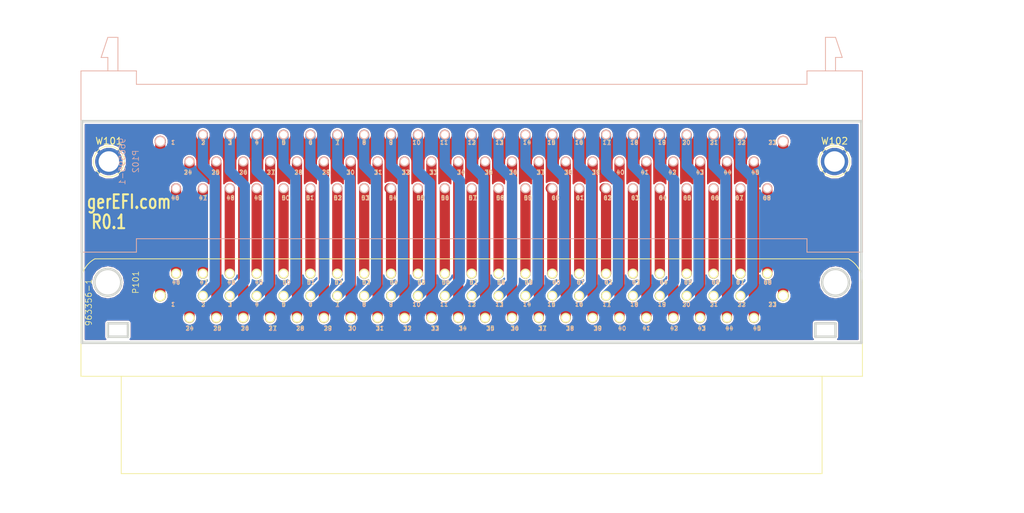
<source format=kicad_pcb>
(kicad_pcb (version 4) (host pcbnew 4.0.5)

  (general
    (links 69)
    (no_connects 0)
    (area 50.8 76.7488 203.200001 152.400001)
    (thickness 1.6002)
    (drawings 30)
    (tracks 157)
    (zones 0)
    (modules 4)
    (nets 70)
  )

  (page A)
  (title_block
    (title "ECU adapter")
    (date 2017-12-16)
    (rev R0.1)
    (company "DAECU for gerEFI")
  )

  (layers
    (0 F.Cu signal)
    (31 B.Cu signal)
    (32 B.Adhes user)
    (33 F.Adhes user)
    (34 B.Paste user)
    (35 F.Paste user)
    (36 B.SilkS user)
    (37 F.SilkS user)
    (38 B.Mask user)
    (39 F.Mask user)
    (40 Dwgs.User user)
    (41 Cmts.User user)
    (42 Eco1.User user)
    (43 Eco2.User user)
    (44 Edge.Cuts user)
  )

  (setup
    (last_trace_width 0.2032)
    (trace_clearance 0.254)
    (zone_clearance 0.2159)
    (zone_45_only no)
    (trace_min 0.2032)
    (segment_width 0.381)
    (edge_width 0.381)
    (via_size 0.889)
    (via_drill 0.635)
    (via_min_size 0.889)
    (via_min_drill 0.508)
    (uvia_size 0.508)
    (uvia_drill 0.127)
    (uvias_allowed no)
    (uvia_min_size 0.508)
    (uvia_min_drill 0.127)
    (pcb_text_width 0.3048)
    (pcb_text_size 1.524 2.032)
    (mod_edge_width 0.381)
    (mod_text_size 1.524 1.524)
    (mod_text_width 0.3048)
    (pad_size 1.4224 1.4224)
    (pad_drill 1.016)
    (pad_to_mask_clearance 0.0762)
    (aux_axis_origin 0 0)
    (visible_elements 7FFFFF7F)
    (pcbplotparams
      (layerselection 0x010fc_80000001)
      (usegerberextensions true)
      (excludeedgelayer true)
      (linewidth 0.150000)
      (plotframeref false)
      (viasonmask false)
      (mode 1)
      (useauxorigin false)
      (hpglpennumber 1)
      (hpglpenspeed 20)
      (hpglpendiameter 15)
      (hpglpenoverlay 0)
      (psnegative false)
      (psa4output false)
      (plotreference true)
      (plotvalue true)
      (plotinvisibletext false)
      (padsonsilk false)
      (subtractmaskfromsilk false)
      (outputformat 1)
      (mirror false)
      (drillshape 0)
      (scaleselection 1)
      (outputdirectory Gerbers/))
  )

  (net 0 "")
  (net 1 GND)
  (net 2 "Net-(P101-Pad48)")
  (net 3 "Net-(P101-Pad68)")
  (net 4 "Net-(P101-Pad67)")
  (net 5 "Net-(P101-Pad66)")
  (net 6 "Net-(P101-Pad65)")
  (net 7 "Net-(P101-Pad64)")
  (net 8 "Net-(P101-Pad63)")
  (net 9 "Net-(P101-Pad62)")
  (net 10 "Net-(P101-Pad61)")
  (net 11 "Net-(P101-Pad60)")
  (net 12 "Net-(P101-Pad59)")
  (net 13 "Net-(P101-Pad58)")
  (net 14 "Net-(P101-Pad57)")
  (net 15 "Net-(P101-Pad56)")
  (net 16 "Net-(P101-Pad55)")
  (net 17 "Net-(P101-Pad54)")
  (net 18 "Net-(P101-Pad53)")
  (net 19 "Net-(P101-Pad52)")
  (net 20 "Net-(P101-Pad51)")
  (net 21 "Net-(P101-Pad50)")
  (net 22 "Net-(P101-Pad49)")
  (net 23 "Net-(P101-Pad47)")
  (net 24 "Net-(P101-Pad46)")
  (net 25 "Net-(P101-Pad1)")
  (net 26 "Net-(P101-Pad2)")
  (net 27 "Net-(P101-Pad3)")
  (net 28 "Net-(P101-Pad4)")
  (net 29 "Net-(P101-Pad5)")
  (net 30 "Net-(P101-Pad6)")
  (net 31 "Net-(P101-Pad7)")
  (net 32 "Net-(P101-Pad8)")
  (net 33 "Net-(P101-Pad9)")
  (net 34 "Net-(P101-Pad10)")
  (net 35 "Net-(P101-Pad11)")
  (net 36 "Net-(P101-Pad12)")
  (net 37 "Net-(P101-Pad13)")
  (net 38 "Net-(P101-Pad14)")
  (net 39 "Net-(P101-Pad15)")
  (net 40 "Net-(P101-Pad16)")
  (net 41 "Net-(P101-Pad17)")
  (net 42 "Net-(P101-Pad18)")
  (net 43 "Net-(P101-Pad19)")
  (net 44 "Net-(P101-Pad20)")
  (net 45 "Net-(P101-Pad21)")
  (net 46 "Net-(P101-Pad22)")
  (net 47 "Net-(P101-Pad23)")
  (net 48 "Net-(P101-Pad24)")
  (net 49 "Net-(P101-Pad25)")
  (net 50 "Net-(P101-Pad26)")
  (net 51 "Net-(P101-Pad27)")
  (net 52 "Net-(P101-Pad28)")
  (net 53 "Net-(P101-Pad29)")
  (net 54 "Net-(P101-Pad30)")
  (net 55 "Net-(P101-Pad31)")
  (net 56 "Net-(P101-Pad32)")
  (net 57 "Net-(P101-Pad33)")
  (net 58 "Net-(P101-Pad34)")
  (net 59 "Net-(P101-Pad35)")
  (net 60 "Net-(P101-Pad36)")
  (net 61 "Net-(P101-Pad37)")
  (net 62 "Net-(P101-Pad38)")
  (net 63 "Net-(P101-Pad39)")
  (net 64 "Net-(P101-Pad40)")
  (net 65 "Net-(P101-Pad41)")
  (net 66 "Net-(P101-Pad42)")
  (net 67 "Net-(P101-Pad43)")
  (net 68 "Net-(P101-Pad44)")
  (net 69 "Net-(P101-Pad45)")

  (net_class Default "This is the default net class."
    (clearance 0.254)
    (trace_width 0.2032)
    (via_dia 0.889)
    (via_drill 0.635)
    (uvia_dia 0.508)
    (uvia_drill 0.127)
  )

  (net_class 1.5A ""
    (clearance 0.254)
    (trace_width 0.508)
    (via_dia 0.889)
    (via_drill 0.635)
    (uvia_dia 0.508)
    (uvia_drill 0.127)
  )

  (net_class 10A ""
    (clearance 0.254)
    (trace_width 6.096)
    (via_dia 0.889)
    (via_drill 0.635)
    (uvia_dia 0.508)
    (uvia_drill 0.127)
  )

  (net_class 1A ""
    (clearance 0.254)
    (trace_width 0.254)
    (via_dia 0.889)
    (via_drill 0.635)
    (uvia_dia 0.508)
    (uvia_drill 0.127)
  )

  (net_class 3.75A ""
    (clearance 0.254)
    (trace_width 1.524)
    (via_dia 0.889)
    (via_drill 0.635)
    (uvia_dia 0.508)
    (uvia_drill 0.127)
    (add_net GND)
    (add_net "Net-(P101-Pad1)")
    (add_net "Net-(P101-Pad10)")
    (add_net "Net-(P101-Pad11)")
    (add_net "Net-(P101-Pad12)")
    (add_net "Net-(P101-Pad13)")
    (add_net "Net-(P101-Pad14)")
    (add_net "Net-(P101-Pad15)")
    (add_net "Net-(P101-Pad16)")
    (add_net "Net-(P101-Pad17)")
    (add_net "Net-(P101-Pad18)")
    (add_net "Net-(P101-Pad19)")
    (add_net "Net-(P101-Pad2)")
    (add_net "Net-(P101-Pad20)")
    (add_net "Net-(P101-Pad21)")
    (add_net "Net-(P101-Pad22)")
    (add_net "Net-(P101-Pad23)")
    (add_net "Net-(P101-Pad24)")
    (add_net "Net-(P101-Pad25)")
    (add_net "Net-(P101-Pad26)")
    (add_net "Net-(P101-Pad27)")
    (add_net "Net-(P101-Pad28)")
    (add_net "Net-(P101-Pad29)")
    (add_net "Net-(P101-Pad3)")
    (add_net "Net-(P101-Pad30)")
    (add_net "Net-(P101-Pad31)")
    (add_net "Net-(P101-Pad32)")
    (add_net "Net-(P101-Pad33)")
    (add_net "Net-(P101-Pad34)")
    (add_net "Net-(P101-Pad35)")
    (add_net "Net-(P101-Pad36)")
    (add_net "Net-(P101-Pad37)")
    (add_net "Net-(P101-Pad38)")
    (add_net "Net-(P101-Pad39)")
    (add_net "Net-(P101-Pad4)")
    (add_net "Net-(P101-Pad40)")
    (add_net "Net-(P101-Pad41)")
    (add_net "Net-(P101-Pad42)")
    (add_net "Net-(P101-Pad43)")
    (add_net "Net-(P101-Pad44)")
    (add_net "Net-(P101-Pad45)")
    (add_net "Net-(P101-Pad46)")
    (add_net "Net-(P101-Pad47)")
    (add_net "Net-(P101-Pad48)")
    (add_net "Net-(P101-Pad49)")
    (add_net "Net-(P101-Pad5)")
    (add_net "Net-(P101-Pad50)")
    (add_net "Net-(P101-Pad51)")
    (add_net "Net-(P101-Pad52)")
    (add_net "Net-(P101-Pad53)")
    (add_net "Net-(P101-Pad54)")
    (add_net "Net-(P101-Pad55)")
    (add_net "Net-(P101-Pad56)")
    (add_net "Net-(P101-Pad57)")
    (add_net "Net-(P101-Pad58)")
    (add_net "Net-(P101-Pad59)")
    (add_net "Net-(P101-Pad6)")
    (add_net "Net-(P101-Pad60)")
    (add_net "Net-(P101-Pad61)")
    (add_net "Net-(P101-Pad62)")
    (add_net "Net-(P101-Pad63)")
    (add_net "Net-(P101-Pad64)")
    (add_net "Net-(P101-Pad65)")
    (add_net "Net-(P101-Pad66)")
    (add_net "Net-(P101-Pad67)")
    (add_net "Net-(P101-Pad68)")
    (add_net "Net-(P101-Pad7)")
    (add_net "Net-(P101-Pad8)")
    (add_net "Net-(P101-Pad9)")
  )

  (module gerEFI_Lib:963356-1 (layer F.Cu) (tedit 5A35D84F) (tstamp 5A2FBCFE)
    (at 121 120)
    (descr 963356-1)
    (path /5A35AD66)
    (fp_text reference P101 (at -50 -2 270) (layer F.SilkS)
      (effects (font (size 0.889 0.889) (thickness 0.1016)))
    )
    (fp_text value 963356-1 (at -57 1 90) (layer F.SilkS)
      (effects (font (size 0.889 0.889) (thickness 0.1016)))
    )
    (fp_line (start 51.15 4.1) (end 54.15 4.1) (layer F.SilkS) (width 0.127))
    (fp_line (start 51.15 6.1) (end 51.15 4.1) (layer F.SilkS) (width 0.127))
    (fp_line (start 54.15 6.1) (end 51.15 6.1) (layer F.SilkS) (width 0.127))
    (fp_line (start 54.15 4.1) (end 54.15 6.1) (layer F.SilkS) (width 0.127))
    (fp_line (start -54.15 4.1) (end -54.15 6.1) (layer F.SilkS) (width 0.127))
    (fp_line (start -54.15 6.1) (end -51.15 6.1) (layer F.SilkS) (width 0.127))
    (fp_line (start -51.15 6.1) (end -51.15 4.1) (layer F.SilkS) (width 0.127))
    (fp_line (start -51.15 4.1) (end -54.15 4.1) (layer F.SilkS) (width 0.127))
    (fp_arc (start 54.15 -2) (end 58.15 -2) (angle -61) (layer F.SilkS) (width 0.127))
    (fp_arc (start -54.15 -2) (end -58.15 -2) (angle 61) (layer F.SilkS) (width 0.127))
    (fp_circle (center 54.15 -2) (end 54.15 -4) (layer F.SilkS) (width 0.127))
    (fp_circle (center -54.15 -2) (end -54.15 -4) (layer F.SilkS) (width 0.127))
    (fp_line (start 58.15 12) (end -58.15 12) (layer F.SilkS) (width 0.127))
    (fp_line (start 56.07 -5.5) (end -56.07 -5.5) (layer F.SilkS) (width 0.127))
    (fp_line (start -52.15 12) (end -52.15 26.5) (layer F.SilkS) (width 0.127))
    (fp_line (start -52.15 26.5) (end 52.15 26.5) (layer F.SilkS) (width 0.127))
    (fp_line (start 52.15 12) (end 52.15 26.5) (layer F.SilkS) (width 0.127))
    (fp_line (start 58.15 -2) (end 58.15 12) (layer F.SilkS) (width 0.127))
    (fp_line (start -58.15 12) (end -58.15 -2) (layer F.SilkS) (width 0.127))
    (pad 48 thru_hole circle (at -36 -3.3 180) (size 1.49954 1.49954) (drill 1.10076) (layers *.Cu *.Mask F.SilkS)
      (net 2 "Net-(P101-Pad48)"))
    (pad 68 thru_hole circle (at 44 -3.3 180) (size 1.49954 1.49954) (drill 1.10076) (layers *.Cu *.Mask F.SilkS)
      (net 3 "Net-(P101-Pad68)"))
    (pad 67 thru_hole circle (at 40 -3.3 180) (size 1.49954 1.49954) (drill 1.10076) (layers *.Cu *.Mask F.SilkS)
      (net 4 "Net-(P101-Pad67)"))
    (pad 66 thru_hole circle (at 36 -3.3 180) (size 1.49954 1.49954) (drill 1.10076) (layers *.Cu *.Mask F.SilkS)
      (net 5 "Net-(P101-Pad66)"))
    (pad 65 thru_hole circle (at 32 -3.3 180) (size 1.49954 1.49954) (drill 1.10076) (layers *.Cu *.Mask F.SilkS)
      (net 6 "Net-(P101-Pad65)"))
    (pad 64 thru_hole circle (at 28 -3.3 180) (size 1.49954 1.49954) (drill 1.10076) (layers *.Cu *.Mask F.SilkS)
      (net 7 "Net-(P101-Pad64)"))
    (pad 63 thru_hole circle (at 24 -3.3 180) (size 1.49954 1.49954) (drill 1.10076) (layers *.Cu *.Mask F.SilkS)
      (net 8 "Net-(P101-Pad63)"))
    (pad 62 thru_hole circle (at 20 -3.3 180) (size 1.49954 1.49954) (drill 1.10076) (layers *.Cu *.Mask F.SilkS)
      (net 9 "Net-(P101-Pad62)"))
    (pad 61 thru_hole circle (at 16 -3.3 180) (size 1.49954 1.49954) (drill 1.10076) (layers *.Cu *.Mask F.SilkS)
      (net 10 "Net-(P101-Pad61)"))
    (pad 60 thru_hole circle (at 12 -3.3 180) (size 1.49954 1.49954) (drill 1.10076) (layers *.Cu *.Mask F.SilkS)
      (net 11 "Net-(P101-Pad60)"))
    (pad 59 thru_hole circle (at 8 -3.3 180) (size 1.49954 1.49954) (drill 1.10076) (layers *.Cu *.Mask F.SilkS)
      (net 12 "Net-(P101-Pad59)"))
    (pad 58 thru_hole circle (at 4 -3.3 180) (size 1.49954 1.49954) (drill 1.10076) (layers *.Cu *.Mask F.SilkS)
      (net 13 "Net-(P101-Pad58)"))
    (pad 57 thru_hole circle (at 0 -3.3 180) (size 1.49954 1.49954) (drill 1.10076) (layers *.Cu *.Mask F.SilkS)
      (net 14 "Net-(P101-Pad57)"))
    (pad 56 thru_hole circle (at -4 -3.3 180) (size 1.49954 1.49954) (drill 1.10076) (layers *.Cu *.Mask F.SilkS)
      (net 15 "Net-(P101-Pad56)"))
    (pad 55 thru_hole circle (at -8 -3.3 180) (size 1.49954 1.49954) (drill 1.10076) (layers *.Cu *.Mask F.SilkS)
      (net 16 "Net-(P101-Pad55)"))
    (pad 54 thru_hole circle (at -12 -3.3 180) (size 1.49954 1.49954) (drill 1.10076) (layers *.Cu *.Mask F.SilkS)
      (net 17 "Net-(P101-Pad54)"))
    (pad 53 thru_hole circle (at -16 -3.3 180) (size 1.49954 1.49954) (drill 1.10076) (layers *.Cu *.Mask F.SilkS)
      (net 18 "Net-(P101-Pad53)"))
    (pad 52 thru_hole circle (at -20 -3.3 180) (size 1.49954 1.49954) (drill 1.10076) (layers *.Cu *.Mask F.SilkS)
      (net 19 "Net-(P101-Pad52)"))
    (pad 51 thru_hole circle (at -24 -3.3 180) (size 1.49954 1.49954) (drill 1.10076) (layers *.Cu *.Mask F.SilkS)
      (net 20 "Net-(P101-Pad51)"))
    (pad 50 thru_hole circle (at -28 -3.3 180) (size 1.49954 1.49954) (drill 1.10076) (layers *.Cu *.Mask F.SilkS)
      (net 21 "Net-(P101-Pad50)"))
    (pad 49 thru_hole circle (at -32 -3.3 180) (size 1.49954 1.49954) (drill 1.10076) (layers *.Cu *.Mask F.SilkS)
      (net 22 "Net-(P101-Pad49)"))
    (pad 47 thru_hole circle (at -40 -3.3 180) (size 1.49954 1.49954) (drill 1.10076) (layers *.Cu *.Mask F.SilkS)
      (net 23 "Net-(P101-Pad47)"))
    (pad 46 thru_hole circle (at -44 -3.3 180) (size 1.49954 1.49954) (drill 1.10076) (layers *.Cu *.Mask F.SilkS)
      (net 24 "Net-(P101-Pad46)"))
    (pad 1 thru_hole circle (at -46.35 0) (size 1.7 1.7) (drill 1.3) (layers *.Cu *.Mask F.SilkS)
      (net 25 "Net-(P101-Pad1)"))
    (pad 2 thru_hole circle (at -40 0) (size 1.49954 1.49954) (drill 1.10076) (layers *.Cu *.Mask F.SilkS)
      (net 26 "Net-(P101-Pad2)"))
    (pad 3 thru_hole circle (at -36 0) (size 1.49954 1.49954) (drill 1.10076) (layers *.Cu *.Mask F.SilkS)
      (net 27 "Net-(P101-Pad3)"))
    (pad 4 thru_hole circle (at -32 0) (size 1.49954 1.49954) (drill 1.10076) (layers *.Cu *.Mask F.SilkS)
      (net 28 "Net-(P101-Pad4)"))
    (pad 5 thru_hole circle (at -28 0) (size 1.49954 1.49954) (drill 1.10076) (layers *.Cu *.Mask F.SilkS)
      (net 29 "Net-(P101-Pad5)"))
    (pad 6 thru_hole circle (at -24 0) (size 1.49954 1.49954) (drill 1.10076) (layers *.Cu *.Mask F.SilkS)
      (net 30 "Net-(P101-Pad6)"))
    (pad 7 thru_hole circle (at -20 0) (size 1.49954 1.49954) (drill 1.10076) (layers *.Cu *.Mask F.SilkS)
      (net 31 "Net-(P101-Pad7)"))
    (pad 8 thru_hole circle (at -16 0) (size 1.49954 1.49954) (drill 1.10076) (layers *.Cu *.Mask F.SilkS)
      (net 32 "Net-(P101-Pad8)"))
    (pad 9 thru_hole circle (at -12 0) (size 1.49954 1.49954) (drill 1.10076) (layers *.Cu *.Mask F.SilkS)
      (net 33 "Net-(P101-Pad9)"))
    (pad 10 thru_hole circle (at -8 0) (size 1.49954 1.49954) (drill 1.10076) (layers *.Cu *.Mask F.SilkS)
      (net 34 "Net-(P101-Pad10)"))
    (pad 11 thru_hole circle (at -4 0) (size 1.49954 1.49954) (drill 1.10076) (layers *.Cu *.Mask F.SilkS)
      (net 35 "Net-(P101-Pad11)"))
    (pad 12 thru_hole circle (at 0 0) (size 1.49954 1.49954) (drill 1.10076) (layers *.Cu *.Mask F.SilkS)
      (net 36 "Net-(P101-Pad12)"))
    (pad 13 thru_hole circle (at 4 0) (size 1.49954 1.49954) (drill 1.10076) (layers *.Cu *.Mask F.SilkS)
      (net 37 "Net-(P101-Pad13)"))
    (pad 14 thru_hole circle (at 8 0) (size 1.49954 1.49954) (drill 1.10076) (layers *.Cu *.Mask F.SilkS)
      (net 38 "Net-(P101-Pad14)"))
    (pad 15 thru_hole circle (at 12 0) (size 1.49954 1.49954) (drill 1.10076) (layers *.Cu *.Mask F.SilkS)
      (net 39 "Net-(P101-Pad15)"))
    (pad 16 thru_hole circle (at 16 0) (size 1.49954 1.49954) (drill 1.10076) (layers *.Cu *.Mask F.SilkS)
      (net 40 "Net-(P101-Pad16)"))
    (pad 17 thru_hole circle (at 20 0) (size 1.49954 1.49954) (drill 1.10076) (layers *.Cu *.Mask F.SilkS)
      (net 41 "Net-(P101-Pad17)"))
    (pad 18 thru_hole circle (at 24 0) (size 1.49954 1.49954) (drill 1.10076) (layers *.Cu *.Mask F.SilkS)
      (net 42 "Net-(P101-Pad18)"))
    (pad 19 thru_hole circle (at 28 0) (size 1.49954 1.49954) (drill 1.10076) (layers *.Cu *.Mask F.SilkS)
      (net 43 "Net-(P101-Pad19)"))
    (pad 20 thru_hole circle (at 32 0) (size 1.49954 1.49954) (drill 1.10076) (layers *.Cu *.Mask F.SilkS)
      (net 44 "Net-(P101-Pad20)"))
    (pad 21 thru_hole circle (at 36 0) (size 1.49954 1.49954) (drill 1.10076) (layers *.Cu *.Mask F.SilkS)
      (net 45 "Net-(P101-Pad21)"))
    (pad 22 thru_hole circle (at 40 0) (size 1.49954 1.49954) (drill 1.10076) (layers *.Cu *.Mask F.SilkS)
      (net 46 "Net-(P101-Pad22)"))
    (pad 23 thru_hole circle (at 46.35 0) (size 1.7 1.7) (drill 1.3) (layers *.Cu *.Mask F.SilkS)
      (net 47 "Net-(P101-Pad23)"))
    (pad 24 thru_hole circle (at -42 3.3 180) (size 1.49954 1.49954) (drill 1.10076) (layers *.Cu *.Mask F.SilkS)
      (net 48 "Net-(P101-Pad24)"))
    (pad 25 thru_hole circle (at -38 3.3 180) (size 1.49954 1.49954) (drill 1.10076) (layers *.Cu *.Mask F.SilkS)
      (net 49 "Net-(P101-Pad25)"))
    (pad 26 thru_hole circle (at -34 3.3 180) (size 1.49954 1.49954) (drill 1.10076) (layers *.Cu *.Mask F.SilkS)
      (net 50 "Net-(P101-Pad26)"))
    (pad 27 thru_hole circle (at -30 3.3 180) (size 1.49954 1.49954) (drill 1.10076) (layers *.Cu *.Mask F.SilkS)
      (net 51 "Net-(P101-Pad27)"))
    (pad 28 thru_hole circle (at -26 3.3 180) (size 1.49954 1.49954) (drill 1.10076) (layers *.Cu *.Mask F.SilkS)
      (net 52 "Net-(P101-Pad28)"))
    (pad 29 thru_hole circle (at -22 3.3 180) (size 1.49954 1.49954) (drill 1.10076) (layers *.Cu *.Mask F.SilkS)
      (net 53 "Net-(P101-Pad29)"))
    (pad 30 thru_hole circle (at -18 3.3 180) (size 1.49954 1.49954) (drill 1.10076) (layers *.Cu *.Mask F.SilkS)
      (net 54 "Net-(P101-Pad30)"))
    (pad 31 thru_hole circle (at -14 3.3 180) (size 1.49954 1.49954) (drill 1.10076) (layers *.Cu *.Mask F.SilkS)
      (net 55 "Net-(P101-Pad31)"))
    (pad 32 thru_hole circle (at -10 3.3 180) (size 1.49954 1.49954) (drill 1.10076) (layers *.Cu *.Mask F.SilkS)
      (net 56 "Net-(P101-Pad32)"))
    (pad 33 thru_hole circle (at -6 3.3 180) (size 1.49954 1.49954) (drill 1.10076) (layers *.Cu *.Mask F.SilkS)
      (net 57 "Net-(P101-Pad33)"))
    (pad 34 thru_hole circle (at -2 3.3 180) (size 1.49954 1.49954) (drill 1.10076) (layers *.Cu *.Mask F.SilkS)
      (net 58 "Net-(P101-Pad34)"))
    (pad 35 thru_hole circle (at 2 3.3 180) (size 1.49954 1.49954) (drill 1.10076) (layers *.Cu *.Mask F.SilkS)
      (net 59 "Net-(P101-Pad35)"))
    (pad 36 thru_hole circle (at 6 3.3 180) (size 1.49954 1.49954) (drill 1.10076) (layers *.Cu *.Mask F.SilkS)
      (net 60 "Net-(P101-Pad36)"))
    (pad 37 thru_hole circle (at 10 3.3 180) (size 1.49954 1.49954) (drill 1.10076) (layers *.Cu *.Mask F.SilkS)
      (net 61 "Net-(P101-Pad37)"))
    (pad 38 thru_hole circle (at 14 3.3 180) (size 1.49954 1.49954) (drill 1.10076) (layers *.Cu *.Mask F.SilkS)
      (net 62 "Net-(P101-Pad38)"))
    (pad 39 thru_hole circle (at 18 3.3 180) (size 1.49954 1.49954) (drill 1.10076) (layers *.Cu *.Mask F.SilkS)
      (net 63 "Net-(P101-Pad39)"))
    (pad 40 thru_hole circle (at 22 3.3 180) (size 1.49954 1.49954) (drill 1.10076) (layers *.Cu *.Mask F.SilkS)
      (net 64 "Net-(P101-Pad40)"))
    (pad 41 thru_hole circle (at 26 3.3 180) (size 1.49954 1.49954) (drill 1.10076) (layers *.Cu *.Mask F.SilkS)
      (net 65 "Net-(P101-Pad41)"))
    (pad 42 thru_hole circle (at 30 3.3 180) (size 1.49954 1.49954) (drill 1.10076) (layers *.Cu *.Mask F.SilkS)
      (net 66 "Net-(P101-Pad42)"))
    (pad 43 thru_hole circle (at 34 3.3 180) (size 1.49954 1.49954) (drill 1.10076) (layers *.Cu *.Mask F.SilkS)
      (net 67 "Net-(P101-Pad43)"))
    (pad 44 thru_hole circle (at 38 3.3 180) (size 1.49954 1.49954) (drill 1.10076) (layers *.Cu *.Mask F.SilkS)
      (net 68 "Net-(P101-Pad44)"))
    (pad 45 thru_hole circle (at 42 3.3 180) (size 1.49954 1.49954) (drill 1.10076) (layers *.Cu *.Mask F.SilkS)
      (net 69 "Net-(P101-Pad45)"))
    (model ../../../../../../Users/Vista_64_D630/Desktop/Jared/code/Hardware/trunk/gerefi.com/gerefi_lib/3d/c-963356-1-d-3d.wrl
      (at (xyz 0 -1.04 0.53))
      (scale (xyz 0.393701 0.393701 0.393701))
      (rotate (xyz 270 0 0))
    )
  )

  (module gerEFI_Lib:966595-1 (layer B.Cu) (tedit 5A35A6D8) (tstamp 52230F19)
    (at 121 100)
    (descr 966595-1)
    (path /52230AB7)
    (fp_text reference P102 (at -50 0 270) (layer B.SilkS)
      (effects (font (size 0.889 0.889) (thickness 0.1016)) (justify mirror))
    )
    (fp_text value 966595-1 (at -52 0 270) (layer B.SilkS)
      (effects (font (size 0.889 0.889) (thickness 0.1016)) (justify mirror))
    )
    (fp_line (start 54.15 -15.5) (end 55.15 -15.5) (layer B.SilkS) (width 0.127))
    (fp_line (start 52.65 -18.5) (end 54.15 -18.5) (layer B.SilkS) (width 0.127))
    (fp_line (start 54.15 -15.5) (end 54.15 -13.5) (layer B.SilkS) (width 0.127))
    (fp_line (start 52.65 -18.5) (end 52.65 -13.5) (layer B.SilkS) (width 0.127))
    (fp_line (start 54.15 -18.5) (end 55.15 -15.5) (layer B.SilkS) (width 0.127))
    (fp_line (start -54.15 -18.5) (end -55.15 -15.5) (layer B.SilkS) (width 0.127))
    (fp_line (start -52.65 -18.5) (end -52.65 -13.5) (layer B.SilkS) (width 0.127))
    (fp_line (start -54.15 -15.5) (end -54.15 -13.5) (layer B.SilkS) (width 0.127))
    (fp_line (start -52.65 -18.5) (end -54.15 -18.5) (layer B.SilkS) (width 0.127))
    (fp_line (start -54.15 -15.5) (end -55.15 -15.5) (layer B.SilkS) (width 0.127))
    (fp_line (start -58.15 13.5) (end -49.9 13.5) (layer B.SilkS) (width 0.127))
    (fp_line (start -49.9 -13.5) (end -58.15 -13.5) (layer B.SilkS) (width 0.127))
    (fp_line (start 49.9 13.5) (end 49.9 11.5) (layer B.SilkS) (width 0.127))
    (fp_line (start 49.9 11.5) (end -49.9 11.5) (layer B.SilkS) (width 0.127))
    (fp_line (start -49.9 11.5) (end -49.9 13.5) (layer B.SilkS) (width 0.127))
    (fp_line (start -49.9 -13.5) (end -49.9 -11.5) (layer B.SilkS) (width 0.127))
    (fp_line (start -49.9 -11.5) (end 49.9 -11.5) (layer B.SilkS) (width 0.127))
    (fp_line (start 49.9 -11.5) (end 49.9 -13.5) (layer B.SilkS) (width 0.127))
    (fp_line (start 49.9 13.5) (end 58.15 13.5) (layer B.SilkS) (width 0.127))
    (fp_line (start 58.15 13.5) (end 58.15 -13.5) (layer B.SilkS) (width 0.127))
    (fp_line (start 58.15 -13.5) (end 49.9 -13.5) (layer B.SilkS) (width 0.127))
    (fp_line (start -58.15 -13.5) (end -58.15 13.5) (layer B.SilkS) (width 0.127))
    (pad 48 thru_hole circle (at -36 4 180) (size 1.49954 1.49954) (drill 1.10076) (layers *.Cu *.Mask B.SilkS)
      (net 2 "Net-(P101-Pad48)"))
    (pad 68 thru_hole circle (at 44 4 180) (size 1.49954 1.49954) (drill 1.10076) (layers *.Cu *.Mask B.SilkS)
      (net 3 "Net-(P101-Pad68)"))
    (pad 67 thru_hole circle (at 40 4 180) (size 1.49954 1.49954) (drill 1.10076) (layers *.Cu *.Mask B.SilkS)
      (net 4 "Net-(P101-Pad67)"))
    (pad 66 thru_hole circle (at 36 4 180) (size 1.49954 1.49954) (drill 1.10076) (layers *.Cu *.Mask B.SilkS)
      (net 5 "Net-(P101-Pad66)"))
    (pad 65 thru_hole circle (at 32 4 180) (size 1.49954 1.49954) (drill 1.10076) (layers *.Cu *.Mask B.SilkS)
      (net 6 "Net-(P101-Pad65)"))
    (pad 64 thru_hole circle (at 28 4 180) (size 1.49954 1.49954) (drill 1.10076) (layers *.Cu *.Mask B.SilkS)
      (net 7 "Net-(P101-Pad64)"))
    (pad 63 thru_hole circle (at 24 4 180) (size 1.49954 1.49954) (drill 1.10076) (layers *.Cu *.Mask B.SilkS)
      (net 8 "Net-(P101-Pad63)"))
    (pad 62 thru_hole circle (at 20 4 180) (size 1.49954 1.49954) (drill 1.10076) (layers *.Cu *.Mask B.SilkS)
      (net 9 "Net-(P101-Pad62)"))
    (pad 61 thru_hole circle (at 16 4 180) (size 1.49954 1.49954) (drill 1.10076) (layers *.Cu *.Mask B.SilkS)
      (net 10 "Net-(P101-Pad61)"))
    (pad 60 thru_hole circle (at 12 4 180) (size 1.49954 1.49954) (drill 1.10076) (layers *.Cu *.Mask B.SilkS)
      (net 11 "Net-(P101-Pad60)"))
    (pad 59 thru_hole circle (at 8 4 180) (size 1.49954 1.49954) (drill 1.10076) (layers *.Cu *.Mask B.SilkS)
      (net 12 "Net-(P101-Pad59)"))
    (pad 58 thru_hole circle (at 4 4 180) (size 1.49954 1.49954) (drill 1.10076) (layers *.Cu *.Mask B.SilkS)
      (net 13 "Net-(P101-Pad58)"))
    (pad 57 thru_hole circle (at 0 4 180) (size 1.49954 1.49954) (drill 1.10076) (layers *.Cu *.Mask B.SilkS)
      (net 14 "Net-(P101-Pad57)"))
    (pad 56 thru_hole circle (at -4 4 180) (size 1.49954 1.49954) (drill 1.10076) (layers *.Cu *.Mask B.SilkS)
      (net 15 "Net-(P101-Pad56)"))
    (pad 55 thru_hole circle (at -8 4 180) (size 1.49954 1.49954) (drill 1.10076) (layers *.Cu *.Mask B.SilkS)
      (net 16 "Net-(P101-Pad55)"))
    (pad 54 thru_hole circle (at -12 4 180) (size 1.49954 1.49954) (drill 1.10076) (layers *.Cu *.Mask B.SilkS)
      (net 17 "Net-(P101-Pad54)"))
    (pad 53 thru_hole circle (at -16 4 180) (size 1.49954 1.49954) (drill 1.10076) (layers *.Cu *.Mask B.SilkS)
      (net 18 "Net-(P101-Pad53)"))
    (pad 52 thru_hole circle (at -20 4 180) (size 1.49954 1.49954) (drill 1.10076) (layers *.Cu *.Mask B.SilkS)
      (net 19 "Net-(P101-Pad52)"))
    (pad 51 thru_hole circle (at -24 4 180) (size 1.49954 1.49954) (drill 1.10076) (layers *.Cu *.Mask B.SilkS)
      (net 20 "Net-(P101-Pad51)"))
    (pad 50 thru_hole circle (at -28 4 180) (size 1.49954 1.49954) (drill 1.10076) (layers *.Cu *.Mask B.SilkS)
      (net 21 "Net-(P101-Pad50)"))
    (pad 49 thru_hole circle (at -32 4 180) (size 1.49954 1.49954) (drill 1.10076) (layers *.Cu *.Mask B.SilkS)
      (net 22 "Net-(P101-Pad49)"))
    (pad 47 thru_hole circle (at -40 4 180) (size 1.49954 1.49954) (drill 1.10076) (layers *.Cu *.Mask B.SilkS)
      (net 23 "Net-(P101-Pad47)"))
    (pad 46 thru_hole circle (at -44 4 180) (size 1.49954 1.49954) (drill 1.10076) (layers *.Cu *.Mask B.SilkS)
      (net 24 "Net-(P101-Pad46)"))
    (pad 1 thru_hole circle (at -46.35 -3) (size 1.7 1.7) (drill 1.3) (layers *.Cu *.Mask B.SilkS)
      (net 25 "Net-(P101-Pad1)"))
    (pad 2 thru_hole circle (at -40 -4) (size 1.49954 1.49954) (drill 1.10076) (layers *.Cu *.Mask B.SilkS)
      (net 26 "Net-(P101-Pad2)"))
    (pad 3 thru_hole circle (at -36 -4) (size 1.49954 1.49954) (drill 1.10076) (layers *.Cu *.Mask B.SilkS)
      (net 27 "Net-(P101-Pad3)"))
    (pad 4 thru_hole circle (at -32 -4) (size 1.49954 1.49954) (drill 1.10076) (layers *.Cu *.Mask B.SilkS)
      (net 28 "Net-(P101-Pad4)"))
    (pad 5 thru_hole circle (at -28 -4) (size 1.49954 1.49954) (drill 1.10076) (layers *.Cu *.Mask B.SilkS)
      (net 29 "Net-(P101-Pad5)"))
    (pad 6 thru_hole circle (at -24 -4) (size 1.49954 1.49954) (drill 1.10076) (layers *.Cu *.Mask B.SilkS)
      (net 30 "Net-(P101-Pad6)"))
    (pad 7 thru_hole circle (at -20 -4) (size 1.49954 1.49954) (drill 1.10076) (layers *.Cu *.Mask B.SilkS)
      (net 31 "Net-(P101-Pad7)"))
    (pad 8 thru_hole circle (at -16 -4) (size 1.49954 1.49954) (drill 1.10076) (layers *.Cu *.Mask B.SilkS)
      (net 32 "Net-(P101-Pad8)"))
    (pad 9 thru_hole circle (at -12 -4) (size 1.49954 1.49954) (drill 1.10076) (layers *.Cu *.Mask B.SilkS)
      (net 33 "Net-(P101-Pad9)"))
    (pad 10 thru_hole circle (at -8 -4) (size 1.49954 1.49954) (drill 1.10076) (layers *.Cu *.Mask B.SilkS)
      (net 34 "Net-(P101-Pad10)"))
    (pad 11 thru_hole circle (at -4 -4) (size 1.49954 1.49954) (drill 1.10076) (layers *.Cu *.Mask B.SilkS)
      (net 35 "Net-(P101-Pad11)"))
    (pad 12 thru_hole circle (at 0 -4) (size 1.49954 1.49954) (drill 1.10076) (layers *.Cu *.Mask B.SilkS)
      (net 36 "Net-(P101-Pad12)"))
    (pad 13 thru_hole circle (at 4 -4) (size 1.49954 1.49954) (drill 1.10076) (layers *.Cu *.Mask B.SilkS)
      (net 37 "Net-(P101-Pad13)"))
    (pad 14 thru_hole circle (at 8 -4) (size 1.49954 1.49954) (drill 1.10076) (layers *.Cu *.Mask B.SilkS)
      (net 38 "Net-(P101-Pad14)"))
    (pad 15 thru_hole circle (at 12 -4) (size 1.49954 1.49954) (drill 1.10076) (layers *.Cu *.Mask B.SilkS)
      (net 39 "Net-(P101-Pad15)"))
    (pad 16 thru_hole circle (at 16 -4) (size 1.49954 1.49954) (drill 1.10076) (layers *.Cu *.Mask B.SilkS)
      (net 40 "Net-(P101-Pad16)"))
    (pad 17 thru_hole circle (at 20 -4) (size 1.49954 1.49954) (drill 1.10076) (layers *.Cu *.Mask B.SilkS)
      (net 41 "Net-(P101-Pad17)"))
    (pad 18 thru_hole circle (at 24 -4) (size 1.49954 1.49954) (drill 1.10076) (layers *.Cu *.Mask B.SilkS)
      (net 42 "Net-(P101-Pad18)"))
    (pad 19 thru_hole circle (at 28 -4) (size 1.49954 1.49954) (drill 1.10076) (layers *.Cu *.Mask B.SilkS)
      (net 43 "Net-(P101-Pad19)"))
    (pad 20 thru_hole circle (at 32 -4) (size 1.49954 1.49954) (drill 1.10076) (layers *.Cu *.Mask B.SilkS)
      (net 44 "Net-(P101-Pad20)"))
    (pad 21 thru_hole circle (at 36 -4) (size 1.49954 1.49954) (drill 1.10076) (layers *.Cu *.Mask B.SilkS)
      (net 45 "Net-(P101-Pad21)"))
    (pad 22 thru_hole circle (at 40 -4) (size 1.49954 1.49954) (drill 1.10076) (layers *.Cu *.Mask B.SilkS)
      (net 46 "Net-(P101-Pad22)"))
    (pad 23 thru_hole circle (at 46.35 -3) (size 1.7 1.7) (drill 1.3) (layers *.Cu *.Mask B.SilkS)
      (net 47 "Net-(P101-Pad23)"))
    (pad 24 thru_hole circle (at -42 0 180) (size 1.49954 1.49954) (drill 1.10076) (layers *.Cu *.Mask B.SilkS)
      (net 48 "Net-(P101-Pad24)"))
    (pad 25 thru_hole circle (at -38 0 180) (size 1.49954 1.49954) (drill 1.10076) (layers *.Cu *.Mask B.SilkS)
      (net 49 "Net-(P101-Pad25)"))
    (pad 26 thru_hole circle (at -34 0 180) (size 1.49954 1.49954) (drill 1.10076) (layers *.Cu *.Mask B.SilkS)
      (net 50 "Net-(P101-Pad26)"))
    (pad 27 thru_hole circle (at -30 0 180) (size 1.49954 1.49954) (drill 1.10076) (layers *.Cu *.Mask B.SilkS)
      (net 51 "Net-(P101-Pad27)"))
    (pad 28 thru_hole circle (at -26 0 180) (size 1.49954 1.49954) (drill 1.10076) (layers *.Cu *.Mask B.SilkS)
      (net 52 "Net-(P101-Pad28)"))
    (pad 29 thru_hole circle (at -22 0 180) (size 1.49954 1.49954) (drill 1.10076) (layers *.Cu *.Mask B.SilkS)
      (net 53 "Net-(P101-Pad29)"))
    (pad 30 thru_hole circle (at -18 0 180) (size 1.49954 1.49954) (drill 1.10076) (layers *.Cu *.Mask B.SilkS)
      (net 54 "Net-(P101-Pad30)"))
    (pad 31 thru_hole circle (at -14 0 180) (size 1.49954 1.49954) (drill 1.10076) (layers *.Cu *.Mask B.SilkS)
      (net 55 "Net-(P101-Pad31)"))
    (pad 32 thru_hole circle (at -10 0 180) (size 1.49954 1.49954) (drill 1.10076) (layers *.Cu *.Mask B.SilkS)
      (net 56 "Net-(P101-Pad32)"))
    (pad 33 thru_hole circle (at -6 0 180) (size 1.49954 1.49954) (drill 1.10076) (layers *.Cu *.Mask B.SilkS)
      (net 57 "Net-(P101-Pad33)"))
    (pad 34 thru_hole circle (at -2 0 180) (size 1.49954 1.49954) (drill 1.10076) (layers *.Cu *.Mask B.SilkS)
      (net 58 "Net-(P101-Pad34)"))
    (pad 35 thru_hole circle (at 2 0 180) (size 1.49954 1.49954) (drill 1.10076) (layers *.Cu *.Mask B.SilkS)
      (net 59 "Net-(P101-Pad35)"))
    (pad 36 thru_hole circle (at 6 0 180) (size 1.49954 1.49954) (drill 1.10076) (layers *.Cu *.Mask B.SilkS)
      (net 60 "Net-(P101-Pad36)"))
    (pad 37 thru_hole circle (at 10 0 180) (size 1.49954 1.49954) (drill 1.10076) (layers *.Cu *.Mask B.SilkS)
      (net 61 "Net-(P101-Pad37)"))
    (pad 38 thru_hole circle (at 14 0 180) (size 1.49954 1.49954) (drill 1.10076) (layers *.Cu *.Mask B.SilkS)
      (net 62 "Net-(P101-Pad38)"))
    (pad 39 thru_hole circle (at 18 0 180) (size 1.49954 1.49954) (drill 1.10076) (layers *.Cu *.Mask B.SilkS)
      (net 63 "Net-(P101-Pad39)"))
    (pad 40 thru_hole circle (at 22 0 180) (size 1.49954 1.49954) (drill 1.10076) (layers *.Cu *.Mask B.SilkS)
      (net 64 "Net-(P101-Pad40)"))
    (pad 41 thru_hole circle (at 26 0 180) (size 1.49954 1.49954) (drill 1.10076) (layers *.Cu *.Mask B.SilkS)
      (net 65 "Net-(P101-Pad41)"))
    (pad 42 thru_hole circle (at 30 0 180) (size 1.49954 1.49954) (drill 1.10076) (layers *.Cu *.Mask B.SilkS)
      (net 66 "Net-(P101-Pad42)"))
    (pad 43 thru_hole circle (at 34 0 180) (size 1.49954 1.49954) (drill 1.10076) (layers *.Cu *.Mask B.SilkS)
      (net 67 "Net-(P101-Pad43)"))
    (pad 44 thru_hole circle (at 38 0 180) (size 1.49954 1.49954) (drill 1.10076) (layers *.Cu *.Mask B.SilkS)
      (net 68 "Net-(P101-Pad44)"))
    (pad 45 thru_hole circle (at 42 0 180) (size 1.49954 1.49954) (drill 1.10076) (layers *.Cu *.Mask B.SilkS)
      (net 69 "Net-(P101-Pad45)"))
    (model ../../../../../../Users/Vista_64_D630/Desktop/Jared/code/Hardware/trunk/gerefi.com/gerefi_lib/3d/c-966595-1-a1-3d.wrl
      (at (xyz 0 0 1.265))
      (scale (xyz 0.393701 0.393701 0.393701))
      (rotate (xyz 0 0 0))
    )
  )

  (module Connect:1pin (layer F.Cu) (tedit 5A35D80F) (tstamp 5A35D9CE)
    (at 67 100)
    (descr "module 1 pin (ou trou mecanique de percage)")
    (tags DEV)
    (path /5A35D759)
    (fp_text reference W101 (at 0 -3.048) (layer F.SilkS)
      (effects (font (size 1 1) (thickness 0.15)))
    )
    (fp_text value TEST_1P (at 0 3) (layer F.Fab) hide
      (effects (font (size 1 1) (thickness 0.15)))
    )
    (fp_circle (center 0 0) (end 2 0.8) (layer F.Fab) (width 0.1))
    (fp_circle (center 0 0) (end 2.6 0) (layer F.CrtYd) (width 0.05))
    (fp_circle (center 0 0) (end 0 -2.286) (layer F.SilkS) (width 0.12))
    (pad 1 thru_hole circle (at 0 0) (size 4.064 4.064) (drill 3.048) (layers *.Cu *.Mask)
      (net 1 GND))
  )

  (module Connect:1pin (layer F.Cu) (tedit 5A35D815) (tstamp 5A35D9D6)
    (at 175 100)
    (descr "module 1 pin (ou trou mecanique de percage)")
    (tags DEV)
    (path /5A35D84D)
    (fp_text reference W102 (at 0 -3.048) (layer F.SilkS)
      (effects (font (size 1 1) (thickness 0.15)))
    )
    (fp_text value TEST_1P (at 0 3) (layer F.Fab) hide
      (effects (font (size 1 1) (thickness 0.15)))
    )
    (fp_circle (center 0 0) (end 2 0.8) (layer F.Fab) (width 0.1))
    (fp_circle (center 0 0) (end 2.6 0) (layer F.CrtYd) (width 0.05))
    (fp_circle (center 0 0) (end 0 -2.286) (layer F.SilkS) (width 0.12))
    (pad 1 thru_hole circle (at 0 0) (size 4.064 4.064) (drill 3.048) (layers *.Cu *.Mask)
      (net 1 GND))
  )

  (gr_text "24      25      26      27      28      29     30      31      32      33      34      35     36      37      38      39     40     41      42      43      44      45" (at 78.359 124.841 180) (layer B.SilkS)
    (effects (font (size 0.635 0.635) (thickness 0.1016)) (justify left mirror))
  )
  (gr_text "1        2       3       4       5       6       7       8       9      10      11      12      13      14     15      16      17      18      19     20      21      22       23" (at 76.2 121.285 180) (layer B.SilkS)
    (effects (font (size 0.635 0.635) (thickness 0.1016)) (justify left mirror))
  )
  (gr_text "46      47      48      49      50     51      52      53      54      55     56      57      58      59      60     61      62      63      64     65      66     67      68" (at 76.327 117.983 180) (layer B.SilkS)
    (effects (font (size 0.635 0.635) (thickness 0.1016)) (justify left mirror))
  )
  (gr_text "46      47      48      49      50     51      52      53      54      55     56      57      58      59      60     61      62      63      64     65      66     67      68" (at 76.2 105.41 180) (layer B.SilkS)
    (effects (font (size 0.635 0.635) (thickness 0.1016)) (justify left mirror))
  )
  (gr_text "24      25      26      27      28      29     30      31      32      33      34      35     36      37      38      39     40     41      42      43      44      45" (at 78.105 101.6 180) (layer B.SilkS)
    (effects (font (size 0.635 0.635) (thickness 0.1016)) (justify left mirror))
  )
  (gr_text "1        2       3       4       5       6       7       8       9      10      11      12      13      14     15      16      17      18      19     20      21      22       23" (at 76.2 97.155 180) (layer B.SilkS)
    (effects (font (size 0.635 0.635) (thickness 0.1016)) (justify left mirror))
  )
  (gr_text "46      47      48      49      50     51      52      53      54      55     56      57      58      59      60     61      62      63      64     65      66     67      68" (at 76.327 117.983) (layer F.SilkS)
    (effects (font (size 0.635 0.635) (thickness 0.1016)) (justify left))
  )
  (gr_text "24      25      26      27      28      29     30      31      32      33      34      35     36      37      38      39     40     41      42      43      44      45" (at 78.359 124.841) (layer F.SilkS)
    (effects (font (size 0.635 0.635) (thickness 0.1016)) (justify left))
  )
  (gr_text "1        2       3       4       5       6       7       8       9      10      11      12      13      14     15      16      17      18      19     20      21      22       23" (at 76.2 121.285) (layer F.SilkS)
    (effects (font (size 0.635 0.635) (thickness 0.1016)) (justify left))
  )
  (gr_text "46      47      48      49      50     51      52      53      54      55     56      57      58      59      60     61      62      63      64     65      66     67      68" (at 76.2 105.41) (layer F.SilkS)
    (effects (font (size 0.635 0.635) (thickness 0.1016)) (justify left))
  )
  (gr_text "24      25      26      27      28      29     30      31      32      33      34      35     36      37      38      39     40     41      42      43      44      45" (at 78.105 101.6) (layer F.SilkS)
    (effects (font (size 0.635 0.635) (thickness 0.1016)) (justify left))
  )
  (gr_text "1        2       3       4       5       6       7       8       9      10      11      12      13      14     15      16      17      18      19     20      21      22       23" (at 76.2 97.155) (layer F.SilkS)
    (effects (font (size 0.635 0.635) (thickness 0.1016)) (justify left))
  )
  (dimension 116 (width 0.3048) (layer Dwgs.User)
    (gr_text "116.000 mm" (at 121 78.3744) (layer Dwgs.User)
      (effects (font (size 2.032 1.524) (thickness 0.3048)))
    )
    (feature1 (pts (xy 179 85) (xy 179 76.7488)))
    (feature2 (pts (xy 63 85) (xy 63 76.7488)))
    (crossbar (pts (xy 63 80) (xy 179 80)))
    (arrow1a (pts (xy 179 80) (xy 177.873496 80.586421)))
    (arrow1b (pts (xy 179 80) (xy 177.873496 79.413579)))
    (arrow2a (pts (xy 63 80) (xy 64.126504 80.586421)))
    (arrow2b (pts (xy 63 80) (xy 64.126504 79.413579)))
  )
  (dimension 33 (width 0.3048) (layer Dwgs.User)
    (gr_text "33.000 mm" (at 185.6256 110.5 270) (layer Dwgs.User)
      (effects (font (size 2.032 1.524) (thickness 0.3048)))
    )
    (feature1 (pts (xy 180 127) (xy 187.2512 127)))
    (feature2 (pts (xy 180 94) (xy 187.2512 94)))
    (crossbar (pts (xy 184 94) (xy 184 127)))
    (arrow1a (pts (xy 184 127) (xy 183.413579 125.873496)))
    (arrow1b (pts (xy 184 127) (xy 184.586421 125.873496)))
    (arrow2a (pts (xy 184 94) (xy 183.413579 95.126504)))
    (arrow2b (pts (xy 184 94) (xy 184.586421 95.126504)))
  )
  (gr_text gerEFI.com (at 70 106) (layer F.SilkS)
    (effects (font (size 2.032 1.524) (thickness 0.3048)))
  )
  (gr_circle (center 66.85 118) (end 66.85 116) (layer Edge.Cuts) (width 0.381))
  (gr_line (start 66.85 126.1) (end 66.85 124.1) (angle 90) (layer Edge.Cuts) (width 0.381))
  (gr_line (start 69.85 126.1) (end 66.85 126.1) (angle 90) (layer Edge.Cuts) (width 0.381))
  (gr_line (start 69.85 124.1) (end 69.85 126.1) (angle 90) (layer Edge.Cuts) (width 0.381))
  (gr_line (start 66.85 124.1) (end 69.85 124.1) (angle 90) (layer Edge.Cuts) (width 0.381))
  (gr_circle (center 175.15 118) (end 175.15 116) (layer Edge.Cuts) (width 0.381))
  (gr_line (start 172.15 126.1) (end 172.15 124.1) (angle 90) (layer Edge.Cuts) (width 0.381))
  (gr_line (start 175.15 126.1) (end 172.15 126.1) (angle 90) (layer Edge.Cuts) (width 0.381))
  (gr_line (start 175.15 124.1) (end 175.15 126.1) (angle 90) (layer Edge.Cuts) (width 0.381))
  (gr_line (start 172.15 124.1) (end 175.15 124.1) (angle 90) (layer Edge.Cuts) (width 0.381))
  (gr_line (start 63 94) (end 63 127) (angle 90) (layer Edge.Cuts) (width 0.381))
  (gr_line (start 179 94) (end 63 94) (angle 90) (layer Edge.Cuts) (width 0.381))
  (gr_line (start 179 127) (end 179 94) (angle 90) (layer Edge.Cuts) (width 0.381))
  (gr_line (start 63 127) (end 179 127) (angle 90) (layer Edge.Cuts) (width 0.381))
  (gr_text R0.1 (at 67 109) (layer F.SilkS)
    (effects (font (size 2.032 1.524) (thickness 0.3048)))
  )

  (segment (start 85 116.7) (end 85 104) (width 1.524) (layer F.Cu) (net 2))
  (segment (start 165 116.7) (end 165 104) (width 1.524) (layer F.Cu) (net 3))
  (segment (start 161 116.7) (end 161 104) (width 1.524) (layer F.Cu) (net 4))
  (segment (start 157 116.7) (end 157 104) (width 1.524) (layer F.Cu) (net 5))
  (segment (start 153 116.7) (end 153 104) (width 1.524) (layer F.Cu) (net 6))
  (segment (start 149 116.7) (end 149 104) (width 1.524) (layer F.Cu) (net 7))
  (segment (start 145 116.7) (end 145 104) (width 1.524) (layer F.Cu) (net 8))
  (segment (start 141 116.7) (end 141 104.221998) (width 1.524) (layer F.Cu) (net 9))
  (segment (start 141 104.221998) (end 140.778002 104) (width 1.524) (layer F.Cu) (net 9) (tstamp 5A35D6CF))
  (segment (start 140.778002 104) (end 141 104) (width 1.524) (layer F.Cu) (net 9) (tstamp 5A35D6D1))
  (segment (start 137 116.7) (end 137 104) (width 1.524) (layer F.Cu) (net 10))
  (segment (start 133 116.7) (end 133 104.221998) (width 1.524) (layer F.Cu) (net 11))
  (segment (start 133 104.221998) (end 132.778002 104) (width 1.524) (layer F.Cu) (net 11) (tstamp 5A35D6C6))
  (segment (start 132.778002 104) (end 133 104) (width 1.524) (layer F.Cu) (net 11) (tstamp 5A35D6C8))
  (segment (start 129 116.7) (end 129 104) (width 1.524) (layer F.Cu) (net 12))
  (segment (start 125 116.7) (end 125 104) (width 1.524) (layer F.Cu) (net 13))
  (segment (start 121 116.7) (end 121 104) (width 1.524) (layer F.Cu) (net 14))
  (segment (start 117 116.7) (end 117 104) (width 1.524) (layer F.Cu) (net 15))
  (segment (start 113 116.7) (end 113 104) (width 1.524) (layer F.Cu) (net 16))
  (segment (start 109 116.7) (end 109 104.221998) (width 1.524) (layer F.Cu) (net 17))
  (segment (start 109 104.221998) (end 108.778002 104) (width 1.524) (layer F.Cu) (net 17) (tstamp 5A35D6AD))
  (segment (start 108.778002 104) (end 109 104) (width 1.524) (layer F.Cu) (net 17) (tstamp 5A35D6AF))
  (segment (start 105 116.7) (end 105 104) (width 1.524) (layer F.Cu) (net 18))
  (segment (start 101 116.7) (end 101 104) (width 1.524) (layer F.Cu) (net 19))
  (segment (start 97 116.7) (end 97 104) (width 1.524) (layer F.Cu) (net 20))
  (segment (start 93 116.7) (end 93 104) (width 1.524) (layer F.Cu) (net 21))
  (segment (start 89 116.7) (end 89 104) (width 1.524) (layer F.Cu) (net 22))
  (segment (start 81 116.7) (end 81 104) (width 1.524) (layer F.Cu) (net 23))
  (segment (start 77 116.7) (end 77 104) (width 1.524) (layer F.Cu) (net 24))
  (segment (start 74.65 120) (end 74.65 97) (width 1.524) (layer F.Cu) (net 25))
  (segment (start 81 120) (end 82.765771 118.234229) (width 1.524) (layer B.Cu) (net 26))
  (segment (start 82.765771 118.234229) (end 82.765771 102.379113) (width 1.524) (layer B.Cu) (net 26))
  (segment (start 82.765771 102.379113) (end 81 100.613342) (width 1.524) (layer B.Cu) (net 26))
  (segment (start 81 100.613342) (end 81 97.060334) (width 1.524) (layer B.Cu) (net 26))
  (segment (start 81 97.060334) (end 81 96) (width 1.524) (layer B.Cu) (net 26))
  (segment (start 85 120) (end 87.234229 117.765771) (width 1.524) (layer B.Cu) (net 27))
  (segment (start 87.234229 117.765771) (end 87.234229 103.620887) (width 1.524) (layer B.Cu) (net 27))
  (segment (start 87.234229 103.620887) (end 85 101.386658) (width 1.524) (layer B.Cu) (net 27))
  (segment (start 85 101.386658) (end 85 97.060334) (width 1.524) (layer B.Cu) (net 27))
  (segment (start 85 97.060334) (end 85 96) (width 1.524) (layer B.Cu) (net 27))
  (segment (start 89 120) (end 90.765771 118.234229) (width 1.524) (layer B.Cu) (net 28))
  (segment (start 90.765771 118.234229) (end 90.765771 103.152429) (width 1.524) (layer B.Cu) (net 28))
  (segment (start 90.765771 103.152429) (end 89 101.386658) (width 1.524) (layer B.Cu) (net 28))
  (segment (start 89 101.386658) (end 89 97.060334) (width 1.524) (layer B.Cu) (net 28))
  (segment (start 89 97.060334) (end 89 96) (width 1.524) (layer B.Cu) (net 28))
  (segment (start 93 120) (end 94.765771 118.234229) (width 1.524) (layer B.Cu) (net 29))
  (segment (start 94.765771 118.234229) (end 94.765771 102.379113) (width 1.524) (layer B.Cu) (net 29))
  (segment (start 94.765771 102.379113) (end 93 100.613342) (width 1.524) (layer B.Cu) (net 29))
  (segment (start 93 100.613342) (end 93 97.060334) (width 1.524) (layer B.Cu) (net 29))
  (segment (start 93 97.060334) (end 93 96) (width 1.524) (layer B.Cu) (net 29))
  (segment (start 97 120) (end 99.06 117.94) (width 1.524) (layer B.Cu) (net 30))
  (segment (start 99.06 117.94) (end 99.06 102.673342) (width 1.524) (layer B.Cu) (net 30))
  (segment (start 99.06 102.673342) (end 97 100.613342) (width 1.524) (layer B.Cu) (net 30))
  (segment (start 97 100.613342) (end 97 97.060334) (width 1.524) (layer B.Cu) (net 30))
  (segment (start 97 97.060334) (end 97 96) (width 1.524) (layer B.Cu) (net 30))
  (segment (start 101 120) (end 102.87 118.13) (width 1.524) (layer B.Cu) (net 31))
  (segment (start 102.87 118.13) (end 102.87 102.483342) (width 1.524) (layer B.Cu) (net 31))
  (segment (start 102.87 102.483342) (end 101 100.613342) (width 1.524) (layer B.Cu) (net 31))
  (segment (start 101 100.613342) (end 101 96) (width 1.524) (layer B.Cu) (net 31))
  (segment (start 105 120) (end 106.765771 118.234229) (width 1.524) (layer B.Cu) (net 32))
  (segment (start 106.765771 118.234229) (end 106.765771 102.379113) (width 1.524) (layer B.Cu) (net 32))
  (segment (start 106.765771 102.379113) (end 105 100.613342) (width 1.524) (layer B.Cu) (net 32))
  (segment (start 105 100.613342) (end 105 97.060334) (width 1.524) (layer B.Cu) (net 32))
  (segment (start 105 97.060334) (end 105 96) (width 1.524) (layer B.Cu) (net 32))
  (segment (start 109 120) (end 110.765771 118.234229) (width 1.524) (layer B.Cu) (net 33))
  (segment (start 110.765771 118.234229) (end 110.765771 102.379113) (width 1.524) (layer B.Cu) (net 33))
  (segment (start 110.765771 102.379113) (end 109 100.613342) (width 1.524) (layer B.Cu) (net 33))
  (segment (start 109 100.613342) (end 109 97.060334) (width 1.524) (layer B.Cu) (net 33))
  (segment (start 109 97.060334) (end 109 96) (width 1.524) (layer B.Cu) (net 33))
  (segment (start 113 120) (end 114.765771 118.234229) (width 1.524) (layer B.Cu) (net 34))
  (segment (start 114.765771 118.234229) (end 114.765771 103.152429) (width 1.524) (layer B.Cu) (net 34))
  (segment (start 114.765771 103.152429) (end 113 101.386658) (width 1.524) (layer B.Cu) (net 34))
  (segment (start 113 101.386658) (end 113 97.060334) (width 1.524) (layer B.Cu) (net 34))
  (segment (start 113 97.060334) (end 113 96) (width 1.524) (layer B.Cu) (net 34))
  (segment (start 117 120) (end 119.234229 117.765771) (width 1.524) (layer B.Cu) (net 35))
  (segment (start 119.234229 117.765771) (end 119.234229 102.847571) (width 1.524) (layer B.Cu) (net 35))
  (segment (start 119.234229 102.847571) (end 117 100.613342) (width 1.524) (layer B.Cu) (net 35))
  (segment (start 117 100.613342) (end 117 97.060334) (width 1.524) (layer B.Cu) (net 35))
  (segment (start 117 97.060334) (end 117 96) (width 1.524) (layer B.Cu) (net 35))
  (segment (start 121 120) (end 122.765771 118.234229) (width 1.524) (layer B.Cu) (net 36))
  (segment (start 122.765771 118.234229) (end 122.765771 102.379113) (width 1.524) (layer B.Cu) (net 36))
  (segment (start 122.765771 102.379113) (end 121 100.613342) (width 1.524) (layer B.Cu) (net 36))
  (segment (start 121 100.613342) (end 121 97.060334) (width 1.524) (layer B.Cu) (net 36))
  (segment (start 121 97.060334) (end 121 96) (width 1.524) (layer B.Cu) (net 36))
  (segment (start 125 120) (end 127 118) (width 1.524) (layer B.Cu) (net 37))
  (segment (start 127 118) (end 127 102.613342) (width 1.524) (layer B.Cu) (net 37))
  (segment (start 127 102.613342) (end 125 100.613342) (width 1.524) (layer B.Cu) (net 37))
  (segment (start 125 100.613342) (end 125 96) (width 1.524) (layer B.Cu) (net 37))
  (segment (start 129 120) (end 130.81 118.19) (width 1.524) (layer B.Cu) (net 38))
  (segment (start 130.81 118.19) (end 130.81 102.423342) (width 1.524) (layer B.Cu) (net 38))
  (segment (start 130.81 102.423342) (end 129 100.613342) (width 1.524) (layer B.Cu) (net 38))
  (segment (start 129 100.613342) (end 129 97.060334) (width 1.524) (layer B.Cu) (net 38))
  (segment (start 129 97.060334) (end 129 96) (width 1.524) (layer B.Cu) (net 38))
  (segment (start 133 120) (end 134.765771 118.234229) (width 1.524) (layer B.Cu) (net 39))
  (segment (start 134.765771 118.234229) (end 134.765771 102.379113) (width 1.524) (layer B.Cu) (net 39))
  (segment (start 134.765771 102.379113) (end 133 100.613342) (width 1.524) (layer B.Cu) (net 39))
  (segment (start 133 100.613342) (end 133 97.060334) (width 1.524) (layer B.Cu) (net 39))
  (segment (start 133 97.060334) (end 133 96) (width 1.524) (layer B.Cu) (net 39))
  (segment (start 137 120) (end 138.765771 118.234229) (width 1.524) (layer B.Cu) (net 40))
  (segment (start 138.765771 118.234229) (end 138.765771 102.379113) (width 1.524) (layer B.Cu) (net 40))
  (segment (start 138.765771 102.379113) (end 137 100.613342) (width 1.524) (layer B.Cu) (net 40))
  (segment (start 137 100.613342) (end 137 97.060334) (width 1.524) (layer B.Cu) (net 40))
  (segment (start 137 97.060334) (end 137 96) (width 1.524) (layer B.Cu) (net 40))
  (segment (start 141 120) (end 142.765771 118.234229) (width 1.524) (layer B.Cu) (net 41))
  (segment (start 142.765771 118.234229) (end 142.765771 103.152429) (width 1.524) (layer B.Cu) (net 41))
  (segment (start 142.765771 103.152429) (end 141 101.386658) (width 1.524) (layer B.Cu) (net 41))
  (segment (start 141 101.386658) (end 141 97.060334) (width 1.524) (layer B.Cu) (net 41))
  (segment (start 141 97.060334) (end 141 96) (width 1.524) (layer B.Cu) (net 41))
  (segment (start 145 120) (end 146.765771 118.234229) (width 1.524) (layer B.Cu) (net 42))
  (segment (start 146.765771 118.234229) (end 146.765771 102.379113) (width 1.524) (layer B.Cu) (net 42))
  (segment (start 146.765771 102.379113) (end 145 100.613342) (width 1.524) (layer B.Cu) (net 42))
  (segment (start 145 100.613342) (end 145 97.060334) (width 1.524) (layer B.Cu) (net 42))
  (segment (start 145 97.060334) (end 145 96) (width 1.524) (layer B.Cu) (net 42))
  (segment (start 149 120) (end 151.13 117.87) (width 1.524) (layer B.Cu) (net 43))
  (segment (start 151.13 117.87) (end 151.13 102.743342) (width 1.524) (layer B.Cu) (net 43))
  (segment (start 151.13 102.743342) (end 149 100.613342) (width 1.524) (layer B.Cu) (net 43))
  (segment (start 149 100.613342) (end 149 97.060334) (width 1.524) (layer B.Cu) (net 43))
  (segment (start 149 97.060334) (end 149 96) (width 1.524) (layer B.Cu) (net 43))
  (segment (start 153 120) (end 154.765771 118.234229) (width 1.524) (layer B.Cu) (net 44))
  (segment (start 154.765771 118.234229) (end 154.765771 102.379113) (width 1.524) (layer B.Cu) (net 44))
  (segment (start 154.765771 102.379113) (end 153 100.613342) (width 1.524) (layer B.Cu) (net 44))
  (segment (start 153 100.613342) (end 153 97.060334) (width 1.524) (layer B.Cu) (net 44))
  (segment (start 153 97.060334) (end 153 96) (width 1.524) (layer B.Cu) (net 44))
  (segment (start 157 96) (end 157 100.613342) (width 1.524) (layer B.Cu) (net 45))
  (segment (start 157 120) (end 158.765771 118.234229) (width 1.524) (layer B.Cu) (net 45))
  (segment (start 158.765771 118.234229) (end 158.765771 102.379113) (width 1.524) (layer B.Cu) (net 45))
  (segment (start 158.765771 102.379113) (end 157 100.613342) (width 1.524) (layer B.Cu) (net 45))
  (segment (start 157 100.613342) (end 157 97.060334) (width 1.524) (layer B.Cu) (net 45))
  (segment (start 157 97.060334) (end 157 96) (width 1.524) (layer B.Cu) (net 45))
  (segment (start 161 120) (end 162.765771 118.234229) (width 1.524) (layer B.Cu) (net 46))
  (segment (start 162.765771 118.234229) (end 162.765771 102.379113) (width 1.524) (layer B.Cu) (net 46))
  (segment (start 162.765771 102.379113) (end 161 100.613342) (width 1.524) (layer B.Cu) (net 46))
  (segment (start 161 100.613342) (end 161 97.060334) (width 1.524) (layer B.Cu) (net 46))
  (segment (start 161 97.060334) (end 161 96) (width 1.524) (layer B.Cu) (net 46))
  (segment (start 167.35 120) (end 167.35 97) (width 1.524) (layer F.Cu) (net 47))
  (segment (start 79 123.3) (end 79 100) (width 1.524) (layer F.Cu) (net 48))
  (segment (start 83 123.3) (end 83 100) (width 1.524) (layer F.Cu) (net 49))
  (segment (start 87 123.3) (end 87 100) (width 1.524) (layer F.Cu) (net 50))
  (segment (start 91 123.3) (end 91 100) (width 1.524) (layer F.Cu) (net 51))
  (segment (start 95 123.3) (end 95 100) (width 1.524) (layer F.Cu) (net 52))
  (segment (start 99 123.3) (end 99 100) (width 1.524) (layer F.Cu) (net 53))
  (segment (start 103 123.3) (end 103 100) (width 1.524) (layer F.Cu) (net 54))
  (segment (start 107 123.3) (end 107 100) (width 1.524) (layer F.Cu) (net 55))
  (segment (start 111 123.3) (end 111 100) (width 1.524) (layer F.Cu) (net 56))
  (segment (start 115 123.3) (end 115 100) (width 1.524) (layer F.Cu) (net 57))
  (segment (start 119 123.3) (end 119 100) (width 1.524) (layer F.Cu) (net 58))
  (segment (start 123 123.3) (end 123 100) (width 1.524) (layer F.Cu) (net 59))
  (segment (start 127 123.3) (end 127 100) (width 1.524) (layer F.Cu) (net 60))
  (segment (start 131 123.3) (end 131 100) (width 1.524) (layer F.Cu) (net 61))
  (segment (start 135 123.3) (end 135 100) (width 1.524) (layer F.Cu) (net 62))
  (segment (start 139 123.3) (end 139 100) (width 1.524) (layer F.Cu) (net 63))
  (segment (start 143 123.3) (end 143 100) (width 1.524) (layer F.Cu) (net 64))
  (segment (start 147 123.3) (end 147 100) (width 1.524) (layer F.Cu) (net 65))
  (segment (start 151 123.3) (end 151 100) (width 1.524) (layer F.Cu) (net 66))
  (segment (start 155 123.3) (end 155 100) (width 1.524) (layer F.Cu) (net 67))
  (segment (start 159 123.3) (end 159 100) (width 1.524) (layer F.Cu) (net 68))
  (segment (start 163 123.3) (end 163 100) (width 1.524) (layer F.Cu) (net 69))

  (zone (net 1) (net_name GND) (layer F.Cu) (tstamp 5897442D) (hatch edge 0.508)
    (connect_pads (clearance 0.2159))
    (min_thickness 0.2159)
    (fill yes (arc_segments 16) (thermal_gap 0.508) (thermal_bridge_width 0.508))
    (polygon
      (pts
        (xy 53.34 91.44) (xy 200.66 91.44) (xy 200.66 149.86) (xy 53.34 149.86)
      )
    )
    (filled_polygon
      (pts
        (xy 178.48565 126.48565) (xy 175.48085 126.48565) (xy 175.5137 126.4637) (xy 175.625197 126.296833) (xy 175.66435 126.1)
        (xy 175.66435 124.1) (xy 175.625197 123.903167) (xy 175.5137 123.7363) (xy 175.346833 123.624803) (xy 175.15 123.58565)
        (xy 172.15 123.58565) (xy 171.953167 123.624803) (xy 171.7863 123.7363) (xy 171.674803 123.903167) (xy 171.63565 124.1)
        (xy 171.63565 126.1) (xy 171.674803 126.296833) (xy 171.7863 126.4637) (xy 171.81915 126.48565) (xy 70.18085 126.48565)
        (xy 70.2137 126.4637) (xy 70.325197 126.296833) (xy 70.36435 126.1) (xy 70.36435 124.1) (xy 70.325197 123.903167)
        (xy 70.2137 123.7363) (xy 70.046833 123.624803) (xy 69.85 123.58565) (xy 66.85 123.58565) (xy 66.653167 123.624803)
        (xy 66.4863 123.7363) (xy 66.374803 123.903167) (xy 66.33565 124.1) (xy 66.33565 126.1) (xy 66.374803 126.296833)
        (xy 66.4863 126.4637) (xy 66.51915 126.48565) (xy 63.51435 126.48565) (xy 63.51435 118) (xy 64.33565 118)
        (xy 64.527043 118.9622) (xy 65.072086 119.777914) (xy 65.8878 120.322957) (xy 66.85 120.51435) (xy 67.8122 120.322957)
        (xy 68.627914 119.777914) (xy 69.172957 118.9622) (xy 69.36435 118) (xy 69.172957 117.0378) (xy 68.627914 116.222086)
        (xy 67.8122 115.677043) (xy 66.85 115.48565) (xy 65.8878 115.677043) (xy 65.072086 116.222086) (xy 64.527043 117.0378)
        (xy 64.33565 118) (xy 63.51435 118) (xy 63.51435 101.900488) (xy 65.306058 101.900488) (xy 65.533562 102.266853)
        (xy 66.512675 102.655481) (xy 67.565979 102.639835) (xy 68.466438 102.266853) (xy 68.693942 101.900488) (xy 67 100.206546)
        (xy 65.306058 101.900488) (xy 63.51435 101.900488) (xy 63.51435 99.512675) (xy 64.344519 99.512675) (xy 64.360165 100.565979)
        (xy 64.733147 101.466438) (xy 65.099512 101.693942) (xy 66.793454 100) (xy 67.206546 100) (xy 68.900488 101.693942)
        (xy 69.266853 101.466438) (xy 69.655481 100.487325) (xy 69.639835 99.434021) (xy 69.266853 98.533562) (xy 68.900488 98.306058)
        (xy 67.206546 100) (xy 66.793454 100) (xy 65.099512 98.306058) (xy 64.733147 98.533562) (xy 64.344519 99.512675)
        (xy 63.51435 99.512675) (xy 63.51435 98.099512) (xy 65.306058 98.099512) (xy 67 99.793454) (xy 68.693942 98.099512)
        (xy 68.466438 97.733147) (xy 67.487325 97.344519) (xy 66.434021 97.360165) (xy 65.533562 97.733147) (xy 65.306058 98.099512)
        (xy 63.51435 98.099512) (xy 63.51435 97.240014) (xy 73.43784 97.240014) (xy 73.52605 97.453499) (xy 73.52605 119.546449)
        (xy 73.43826 119.757871) (xy 73.43784 120.240014) (xy 73.621959 120.685618) (xy 73.962589 121.026843) (xy 74.407871 121.21174)
        (xy 74.890014 121.21216) (xy 75.335618 121.028041) (xy 75.676843 120.687411) (xy 75.86174 120.242129) (xy 75.86216 119.759986)
        (xy 75.77395 119.546501) (xy 75.77395 104) (xy 75.87605 104) (xy 75.87605 116.7) (xy 75.888226 116.761211)
        (xy 75.888087 116.920165) (xy 75.949323 117.068367) (xy 75.961606 117.130117) (xy 75.996279 117.182009) (xy 76.05698 117.328916)
        (xy 76.170266 117.4424) (xy 76.205247 117.494753) (xy 76.257143 117.529428) (xy 76.369439 117.641921) (xy 76.517533 117.703415)
        (xy 76.569883 117.738394) (xy 76.631093 117.75057) (xy 76.777895 117.811527) (xy 76.938249 117.811667) (xy 77 117.82395)
        (xy 77.061211 117.811774) (xy 77.220165 117.811913) (xy 77.368367 117.750677) (xy 77.430117 117.738394) (xy 77.482009 117.703721)
        (xy 77.628916 117.64302) (xy 77.7424 117.529734) (xy 77.794753 117.494753) (xy 77.829428 117.442857) (xy 77.87605 117.396317)
        (xy 77.87605 123.3) (xy 77.888226 123.361211) (xy 77.888087 123.520165) (xy 77.949323 123.668367) (xy 77.961606 123.730117)
        (xy 77.996279 123.782009) (xy 78.05698 123.928916) (xy 78.170266 124.0424) (xy 78.205247 124.094753) (xy 78.257143 124.129428)
        (xy 78.369439 124.241921) (xy 78.517533 124.303415) (xy 78.569883 124.338394) (xy 78.631093 124.35057) (xy 78.777895 124.411527)
        (xy 78.938249 124.411667) (xy 79 124.42395) (xy 79.061211 124.411774) (xy 79.220165 124.411913) (xy 79.368367 124.350677)
        (xy 79.430117 124.338394) (xy 79.482009 124.303721) (xy 79.628916 124.24302) (xy 79.7424 124.129734) (xy 79.794753 124.094753)
        (xy 79.829428 124.042857) (xy 79.941921 123.930561) (xy 80.003415 123.782467) (xy 80.038394 123.730117) (xy 80.05057 123.668907)
        (xy 80.111527 123.522105) (xy 80.111667 123.361751) (xy 80.12395 123.3) (xy 80.12395 120.696003) (xy 80.369439 120.941921)
        (xy 80.777895 121.111527) (xy 81.220165 121.111913) (xy 81.628916 120.94302) (xy 81.87605 120.696317) (xy 81.87605 123.3)
        (xy 81.888226 123.361211) (xy 81.888087 123.520165) (xy 81.949323 123.668367) (xy 81.961606 123.730117) (xy 81.996279 123.782009)
        (xy 82.05698 123.928916) (xy 82.170266 124.0424) (xy 82.205247 124.094753) (xy 82.257143 124.129428) (xy 82.369439 124.241921)
        (xy 82.517533 124.303415) (xy 82.569883 124.338394) (xy 82.631093 124.35057) (xy 82.777895 124.411527) (xy 82.938249 124.411667)
        (xy 83 124.42395) (xy 83.061211 124.411774) (xy 83.220165 124.411913) (xy 83.368367 124.350677) (xy 83.430117 124.338394)
        (xy 83.482009 124.303721) (xy 83.628916 124.24302) (xy 83.7424 124.129734) (xy 83.794753 124.094753) (xy 83.829428 124.042857)
        (xy 83.941921 123.930561) (xy 84.003415 123.782467) (xy 84.038394 123.730117) (xy 84.05057 123.668907) (xy 84.111527 123.522105)
        (xy 84.111667 123.361751) (xy 84.12395 123.3) (xy 84.12395 120.696003) (xy 84.369439 120.941921) (xy 84.777895 121.111527)
        (xy 85.220165 121.111913) (xy 85.628916 120.94302) (xy 85.87605 120.696317) (xy 85.87605 123.3) (xy 85.888226 123.361211)
        (xy 85.888087 123.520165) (xy 85.949323 123.668367) (xy 85.961606 123.730117) (xy 85.996279 123.782009) (xy 86.05698 123.928916)
        (xy 86.170266 124.0424) (xy 86.205247 124.094753) (xy 86.257143 124.129428) (xy 86.369439 124.241921) (xy 86.517533 124.303415)
        (xy 86.569883 124.338394) (xy 86.631093 124.35057) (xy 86.777895 124.411527) (xy 86.938249 124.411667) (xy 87 124.42395)
        (xy 87.061211 124.411774) (xy 87.220165 124.411913) (xy 87.368367 124.350677) (xy 87.430117 124.338394) (xy 87.482009 124.303721)
        (xy 87.628916 124.24302) (xy 87.7424 124.129734) (xy 87.794753 124.094753) (xy 87.829428 124.042857) (xy 87.941921 123.930561)
        (xy 88.003415 123.782467) (xy 88.038394 123.730117) (xy 88.05057 123.668907) (xy 88.111527 123.522105) (xy 88.111667 123.361751)
        (xy 88.12395 123.3) (xy 88.12395 120.696003) (xy 88.369439 120.941921) (xy 88.777895 121.111527) (xy 89.220165 121.111913)
        (xy 89.628916 120.94302) (xy 89.87605 120.696317) (xy 89.87605 123.3) (xy 89.888226 123.361211) (xy 89.888087 123.520165)
        (xy 89.949323 123.668367) (xy 89.961606 123.730117) (xy 89.996279 123.782009) (xy 90.05698 123.928916) (xy 90.170266 124.0424)
        (xy 90.205247 124.094753) (xy 90.257143 124.129428) (xy 90.369439 124.241921) (xy 90.517533 124.303415) (xy 90.569883 124.338394)
        (xy 90.631093 124.35057) (xy 90.777895 124.411527) (xy 90.938249 124.411667) (xy 91 124.42395) (xy 91.061211 124.411774)
        (xy 91.220165 124.411913) (xy 91.368367 124.350677) (xy 91.430117 124.338394) (xy 91.482009 124.303721) (xy 91.628916 124.24302)
        (xy 91.7424 124.129734) (xy 91.794753 124.094753) (xy 91.829428 124.042857) (xy 91.941921 123.930561) (xy 92.003415 123.782467)
        (xy 92.038394 123.730117) (xy 92.05057 123.668907) (xy 92.111527 123.522105) (xy 92.111667 123.361751) (xy 92.12395 123.3)
        (xy 92.12395 120.696003) (xy 92.369439 120.941921) (xy 92.777895 121.111527) (xy 93.220165 121.111913) (xy 93.628916 120.94302)
        (xy 93.87605 120.696317) (xy 93.87605 123.3) (xy 93.888226 123.361211) (xy 93.888087 123.520165) (xy 93.949323 123.668367)
        (xy 93.961606 123.730117) (xy 93.996279 123.782009) (xy 94.05698 123.928916) (xy 94.170266 124.0424) (xy 94.205247 124.094753)
        (xy 94.257143 124.129428) (xy 94.369439 124.241921) (xy 94.517533 124.303415) (xy 94.569883 124.338394) (xy 94.631093 124.35057)
        (xy 94.777895 124.411527) (xy 94.938249 124.411667) (xy 95 124.42395) (xy 95.061211 124.411774) (xy 95.220165 124.411913)
        (xy 95.368367 124.350677) (xy 95.430117 124.338394) (xy 95.482009 124.303721) (xy 95.628916 124.24302) (xy 95.7424 124.129734)
        (xy 95.794753 124.094753) (xy 95.829428 124.042857) (xy 95.941921 123.930561) (xy 96.003415 123.782467) (xy 96.038394 123.730117)
        (xy 96.05057 123.668907) (xy 96.111527 123.522105) (xy 96.111667 123.361751) (xy 96.12395 123.3) (xy 96.12395 120.696003)
        (xy 96.369439 120.941921) (xy 96.777895 121.111527) (xy 97.220165 121.111913) (xy 97.628916 120.94302) (xy 97.87605 120.696317)
        (xy 97.87605 123.3) (xy 97.888226 123.361211) (xy 97.888087 123.520165) (xy 97.949323 123.668367) (xy 97.961606 123.730117)
        (xy 97.996279 123.782009) (xy 98.05698 123.928916) (xy 98.170266 124.0424) (xy 98.205247 124.094753) (xy 98.257143 124.129428)
        (xy 98.369439 124.241921) (xy 98.517533 124.303415) (xy 98.569883 124.338394) (xy 98.631093 124.35057) (xy 98.777895 124.411527)
        (xy 98.938249 124.411667) (xy 99 124.42395) (xy 99.061211 124.411774) (xy 99.220165 124.411913) (xy 99.368367 124.350677)
        (xy 99.430117 124.338394) (xy 99.482009 124.303721) (xy 99.628916 124.24302) (xy 99.7424 124.129734) (xy 99.794753 124.094753)
        (xy 99.829428 124.042857) (xy 99.941921 123.930561) (xy 100.003415 123.782467) (xy 100.038394 123.730117) (xy 100.05057 123.668907)
        (xy 100.111527 123.522105) (xy 100.111667 123.361751) (xy 100.12395 123.3) (xy 100.12395 120.696003) (xy 100.369439 120.941921)
        (xy 100.777895 121.111527) (xy 101.220165 121.111913) (xy 101.628916 120.94302) (xy 101.87605 120.696317) (xy 101.87605 123.3)
        (xy 101.888226 123.361211) (xy 101.888087 123.520165) (xy 101.949323 123.668367) (xy 101.961606 123.730117) (xy 101.996279 123.782009)
        (xy 102.05698 123.928916) (xy 102.170266 124.0424) (xy 102.205247 124.094753) (xy 102.257143 124.129428) (xy 102.369439 124.241921)
        (xy 102.517533 124.303415) (xy 102.569883 124.338394) (xy 102.631093 124.35057) (xy 102.777895 124.411527) (xy 102.938249 124.411667)
        (xy 103 124.42395) (xy 103.061211 124.411774) (xy 103.220165 124.411913) (xy 103.368367 124.350677) (xy 103.430117 124.338394)
        (xy 103.482009 124.303721) (xy 103.628916 124.24302) (xy 103.7424 124.129734) (xy 103.794753 124.094753) (xy 103.829428 124.042857)
        (xy 103.941921 123.930561) (xy 104.003415 123.782467) (xy 104.038394 123.730117) (xy 104.05057 123.668907) (xy 104.111527 123.522105)
        (xy 104.111667 123.361751) (xy 104.12395 123.3) (xy 104.12395 120.696003) (xy 104.369439 120.941921) (xy 104.777895 121.111527)
        (xy 105.220165 121.111913) (xy 105.628916 120.94302) (xy 105.87605 120.696317) (xy 105.87605 123.3) (xy 105.888226 123.361211)
        (xy 105.888087 123.520165) (xy 105.949323 123.668367) (xy 105.961606 123.730117) (xy 105.996279 123.782009) (xy 106.05698 123.928916)
        (xy 106.170266 124.0424) (xy 106.205247 124.094753) (xy 106.257143 124.129428) (xy 106.369439 124.241921) (xy 106.517533 124.303415)
        (xy 106.569883 124.338394) (xy 106.631093 124.35057) (xy 106.777895 124.411527) (xy 106.938249 124.411667) (xy 107 124.42395)
        (xy 107.061211 124.411774) (xy 107.220165 124.411913) (xy 107.368367 124.350677) (xy 107.430117 124.338394) (xy 107.482009 124.303721)
        (xy 107.628916 124.24302) (xy 107.7424 124.129734) (xy 107.794753 124.094753) (xy 107.829428 124.042857) (xy 107.941921 123.930561)
        (xy 108.003415 123.782467) (xy 108.038394 123.730117) (xy 108.05057 123.668907) (xy 108.111527 123.522105) (xy 108.111667 123.361751)
        (xy 108.12395 123.3) (xy 108.12395 120.696003) (xy 108.369439 120.941921) (xy 108.777895 121.111527) (xy 109.220165 121.111913)
        (xy 109.628916 120.94302) (xy 109.87605 120.696317) (xy 109.87605 123.3) (xy 109.888226 123.361211) (xy 109.888087 123.520165)
        (xy 109.949323 123.668367) (xy 109.961606 123.730117) (xy 109.996279 123.782009) (xy 110.05698 123.928916) (xy 110.170266 124.0424)
        (xy 110.205247 124.094753) (xy 110.257143 124.129428) (xy 110.369439 124.241921) (xy 110.517533 124.303415) (xy 110.569883 124.338394)
        (xy 110.631093 124.35057) (xy 110.777895 124.411527) (xy 110.938249 124.411667) (xy 111 124.42395) (xy 111.061211 124.411774)
        (xy 111.220165 124.411913) (xy 111.368367 124.350677) (xy 111.430117 124.338394) (xy 111.482009 124.303721) (xy 111.628916 124.24302)
        (xy 111.7424 124.129734) (xy 111.794753 124.094753) (xy 111.829428 124.042857) (xy 111.941921 123.930561) (xy 112.003415 123.782467)
        (xy 112.038394 123.730117) (xy 112.05057 123.668907) (xy 112.111527 123.522105) (xy 112.111667 123.361751) (xy 112.12395 123.3)
        (xy 112.12395 120.696003) (xy 112.369439 120.941921) (xy 112.777895 121.111527) (xy 113.220165 121.111913) (xy 113.628916 120.94302)
        (xy 113.87605 120.696317) (xy 113.87605 123.3) (xy 113.888226 123.361211) (xy 113.888087 123.520165) (xy 113.949323 123.668367)
        (xy 113.961606 123.730117) (xy 113.996279 123.782009) (xy 114.05698 123.928916) (xy 114.170266 124.0424) (xy 114.205247 124.094753)
        (xy 114.257143 124.129428) (xy 114.369439 124.241921) (xy 114.517533 124.303415) (xy 114.569883 124.338394) (xy 114.631093 124.35057)
        (xy 114.777895 124.411527) (xy 114.938249 124.411667) (xy 115 124.42395) (xy 115.061211 124.411774) (xy 115.220165 124.411913)
        (xy 115.368367 124.350677) (xy 115.430117 124.338394) (xy 115.482009 124.303721) (xy 115.628916 124.24302) (xy 115.7424 124.129734)
        (xy 115.794753 124.094753) (xy 115.829428 124.042857) (xy 115.941921 123.930561) (xy 116.003415 123.782467) (xy 116.038394 123.730117)
        (xy 116.05057 123.668907) (xy 116.111527 123.522105) (xy 116.111667 123.361751) (xy 116.12395 123.3) (xy 116.12395 120.696003)
        (xy 116.369439 120.941921) (xy 116.777895 121.111527) (xy 117.220165 121.111913) (xy 117.628916 120.94302) (xy 117.87605 120.696317)
        (xy 117.87605 123.3) (xy 117.888226 123.361211) (xy 117.888087 123.520165) (xy 117.949323 123.668367) (xy 117.961606 123.730117)
        (xy 117.996279 123.782009) (xy 118.05698 123.928916) (xy 118.170266 124.0424) (xy 118.205247 124.094753) (xy 118.257143 124.129428)
        (xy 118.369439 124.241921) (xy 118.517533 124.303415) (xy 118.569883 124.338394) (xy 118.631093 124.35057) (xy 118.777895 124.411527)
        (xy 118.938249 124.411667) (xy 119 124.42395) (xy 119.061211 124.411774) (xy 119.220165 124.411913) (xy 119.368367 124.350677)
        (xy 119.430117 124.338394) (xy 119.482009 124.303721) (xy 119.628916 124.24302) (xy 119.7424 124.129734) (xy 119.794753 124.094753)
        (xy 119.829428 124.042857) (xy 119.941921 123.930561) (xy 120.003415 123.782467) (xy 120.038394 123.730117) (xy 120.05057 123.668907)
        (xy 120.111527 123.522105) (xy 120.111667 123.361751) (xy 120.12395 123.3) (xy 120.12395 120.696003) (xy 120.369439 120.941921)
        (xy 120.777895 121.111527) (xy 121.220165 121.111913) (xy 121.628916 120.94302) (xy 121.87605 120.696317) (xy 121.87605 123.3)
        (xy 121.888226 123.361211) (xy 121.888087 123.520165) (xy 121.949323 123.668367) (xy 121.961606 123.730117) (xy 121.996279 123.782009)
        (xy 122.05698 123.928916) (xy 122.170266 124.0424) (xy 122.205247 124.094753) (xy 122.257143 124.129428) (xy 122.369439 124.241921)
        (xy 122.517533 124.303415) (xy 122.569883 124.338394) (xy 122.631093 124.35057) (xy 122.777895 124.411527) (xy 122.938249 124.411667)
        (xy 123 124.42395) (xy 123.061211 124.411774) (xy 123.220165 124.411913) (xy 123.368367 124.350677) (xy 123.430117 124.338394)
        (xy 123.482009 124.303721) (xy 123.628916 124.24302) (xy 123.7424 124.129734) (xy 123.794753 124.094753) (xy 123.829428 124.042857)
        (xy 123.941921 123.930561) (xy 124.003415 123.782467) (xy 124.038394 123.730117) (xy 124.05057 123.668907) (xy 124.111527 123.522105)
        (xy 124.111667 123.361751) (xy 124.12395 123.3) (xy 124.12395 120.696003) (xy 124.369439 120.941921) (xy 124.777895 121.111527)
        (xy 125.220165 121.111913) (xy 125.628916 120.94302) (xy 125.87605 120.696317) (xy 125.87605 123.3) (xy 125.888226 123.361211)
        (xy 125.888087 123.520165) (xy 125.949323 123.668367) (xy 125.961606 123.730117) (xy 125.996279 123.782009) (xy 126.05698 123.928916)
        (xy 126.170266 124.0424) (xy 126.205247 124.094753) (xy 126.257143 124.129428) (xy 126.369439 124.241921) (xy 126.517533 124.303415)
        (xy 126.569883 124.338394) (xy 126.631093 124.35057) (xy 126.777895 124.411527) (xy 126.938249 124.411667) (xy 127 124.42395)
        (xy 127.061211 124.411774) (xy 127.220165 124.411913) (xy 127.368367 124.350677) (xy 127.430117 124.338394) (xy 127.482009 124.303721)
        (xy 127.628916 124.24302) (xy 127.7424 124.129734) (xy 127.794753 124.094753) (xy 127.829428 124.042857) (xy 127.941921 123.930561)
        (xy 128.003415 123.782467) (xy 128.038394 123.730117) (xy 128.05057 123.668907) (xy 128.111527 123.522105) (xy 128.111667 123.361751)
        (xy 128.12395 123.3) (xy 128.12395 120.696003) (xy 128.369439 120.941921) (xy 128.777895 121.111527) (xy 129.220165 121.111913)
        (xy 129.628916 120.94302) (xy 129.87605 120.696317) (xy 129.87605 123.3) (xy 129.888226 123.361211) (xy 129.888087 123.520165)
        (xy 129.949323 123.668367) (xy 129.961606 123.730117) (xy 129.996279 123.782009) (xy 130.05698 123.928916) (xy 130.170266 124.0424)
        (xy 130.205247 124.094753) (xy 130.257143 124.129428) (xy 130.369439 124.241921) (xy 130.517533 124.303415) (xy 130.569883 124.338394)
        (xy 130.631093 124.35057) (xy 130.777895 124.411527) (xy 130.938249 124.411667) (xy 131 124.42395) (xy 131.061211 124.411774)
        (xy 131.220165 124.411913) (xy 131.368367 124.350677) (xy 131.430117 124.338394) (xy 131.482009 124.303721) (xy 131.628916 124.24302)
        (xy 131.7424 124.129734) (xy 131.794753 124.094753) (xy 131.829428 124.042857) (xy 131.941921 123.930561) (xy 132.003415 123.782467)
        (xy 132.038394 123.730117) (xy 132.05057 123.668907) (xy 132.111527 123.522105) (xy 132.111667 123.361751) (xy 132.12395 123.3)
        (xy 132.12395 120.696003) (xy 132.369439 120.941921) (xy 132.777895 121.111527) (xy 133.220165 121.111913) (xy 133.628916 120.94302)
        (xy 133.87605 120.696317) (xy 133.87605 123.3) (xy 133.888226 123.361211) (xy 133.888087 123.520165) (xy 133.949323 123.668367)
        (xy 133.961606 123.730117) (xy 133.996279 123.782009) (xy 134.05698 123.928916) (xy 134.170266 124.0424) (xy 134.205247 124.094753)
        (xy 134.257143 124.129428) (xy 134.369439 124.241921) (xy 134.517533 124.303415) (xy 134.569883 124.338394) (xy 134.631093 124.35057)
        (xy 134.777895 124.411527) (xy 134.938249 124.411667) (xy 135 124.42395) (xy 135.061211 124.411774) (xy 135.220165 124.411913)
        (xy 135.368367 124.350677) (xy 135.430117 124.338394) (xy 135.482009 124.303721) (xy 135.628916 124.24302) (xy 135.7424 124.129734)
        (xy 135.794753 124.094753) (xy 135.829428 124.042857) (xy 135.941921 123.930561) (xy 136.003415 123.782467) (xy 136.038394 123.730117)
        (xy 136.05057 123.668907) (xy 136.111527 123.522105) (xy 136.111667 123.361751) (xy 136.12395 123.3) (xy 136.12395 120.696003)
        (xy 136.369439 120.941921) (xy 136.777895 121.111527) (xy 137.220165 121.111913) (xy 137.628916 120.94302) (xy 137.87605 120.696317)
        (xy 137.87605 123.3) (xy 137.888226 123.361211) (xy 137.888087 123.520165) (xy 137.949323 123.668367) (xy 137.961606 123.730117)
        (xy 137.996279 123.782009) (xy 138.05698 123.928916) (xy 138.170266 124.0424) (xy 138.205247 124.094753) (xy 138.257143 124.129428)
        (xy 138.369439 124.241921) (xy 138.517533 124.303415) (xy 138.569883 124.338394) (xy 138.631093 124.35057) (xy 138.777895 124.411527)
        (xy 138.938249 124.411667) (xy 139 124.42395) (xy 139.061211 124.411774) (xy 139.220165 124.411913) (xy 139.368367 124.350677)
        (xy 139.430117 124.338394) (xy 139.482009 124.303721) (xy 139.628916 124.24302) (xy 139.7424 124.129734) (xy 139.794753 124.094753)
        (xy 139.829428 124.042857) (xy 139.941921 123.930561) (xy 140.003415 123.782467) (xy 140.038394 123.730117) (xy 140.05057 123.668907)
        (xy 140.111527 123.522105) (xy 140.111667 123.361751) (xy 140.12395 123.3) (xy 140.12395 120.696003) (xy 140.369439 120.941921)
        (xy 140.777895 121.111527) (xy 141.220165 121.111913) (xy 141.628916 120.94302) (xy 141.87605 120.696317) (xy 141.87605 123.3)
        (xy 141.888226 123.361211) (xy 141.888087 123.520165) (xy 141.949323 123.668367) (xy 141.961606 123.730117) (xy 141.996279 123.782009)
        (xy 142.05698 123.928916) (xy 142.170266 124.0424) (xy 142.205247 124.094753) (xy 142.257143 124.129428) (xy 142.369439 124.241921)
        (xy 142.517533 124.303415) (xy 142.569883 124.338394) (xy 142.631093 124.35057) (xy 142.777895 124.411527) (xy 142.938249 124.411667)
        (xy 143 124.42395) (xy 143.061211 124.411774) (xy 143.220165 124.411913) (xy 143.368367 124.350677) (xy 143.430117 124.338394)
        (xy 143.482009 124.303721) (xy 143.628916 124.24302) (xy 143.7424 124.129734) (xy 143.794753 124.094753) (xy 143.829428 124.042857)
        (xy 143.941921 123.930561) (xy 144.003415 123.782467) (xy 144.038394 123.730117) (xy 144.05057 123.668907) (xy 144.111527 123.522105)
        (xy 144.111667 123.361751) (xy 144.12395 123.3) (xy 144.12395 120.696003) (xy 144.369439 120.941921) (xy 144.777895 121.111527)
        (xy 145.220165 121.111913) (xy 145.628916 120.94302) (xy 145.87605 120.696317) (xy 145.87605 123.3) (xy 145.888226 123.361211)
        (xy 145.888087 123.520165) (xy 145.949323 123.668367) (xy 145.961606 123.730117) (xy 145.996279 123.782009) (xy 146.05698 123.928916)
        (xy 146.170266 124.0424) (xy 146.205247 124.094753) (xy 146.257143 124.129428) (xy 146.369439 124.241921) (xy 146.517533 124.303415)
        (xy 146.569883 124.338394) (xy 146.631093 124.35057) (xy 146.777895 124.411527) (xy 146.938249 124.411667) (xy 147 124.42395)
        (xy 147.061211 124.411774) (xy 147.220165 124.411913) (xy 147.368367 124.350677) (xy 147.430117 124.338394) (xy 147.482009 124.303721)
        (xy 147.628916 124.24302) (xy 147.7424 124.129734) (xy 147.794753 124.094753) (xy 147.829428 124.042857) (xy 147.941921 123.930561)
        (xy 148.003415 123.782467) (xy 148.038394 123.730117) (xy 148.05057 123.668907) (xy 148.111527 123.522105) (xy 148.111667 123.361751)
        (xy 148.12395 123.3) (xy 148.12395 120.696003) (xy 148.369439 120.941921) (xy 148.777895 121.111527) (xy 149.220165 121.111913)
        (xy 149.628916 120.94302) (xy 149.87605 120.696317) (xy 149.87605 123.3) (xy 149.888226 123.361211) (xy 149.888087 123.520165)
        (xy 149.949323 123.668367) (xy 149.961606 123.730117) (xy 149.996279 123.782009) (xy 150.05698 123.928916) (xy 150.170266 124.0424)
        (xy 150.205247 124.094753) (xy 150.257143 124.129428) (xy 150.369439 124.241921) (xy 150.517533 124.303415) (xy 150.569883 124.338394)
        (xy 150.631093 124.35057) (xy 150.777895 124.411527) (xy 150.938249 124.411667) (xy 151 124.42395) (xy 151.061211 124.411774)
        (xy 151.220165 124.411913) (xy 151.368367 124.350677) (xy 151.430117 124.338394) (xy 151.482009 124.303721) (xy 151.628916 124.24302)
        (xy 151.7424 124.129734) (xy 151.794753 124.094753) (xy 151.829428 124.042857) (xy 151.941921 123.930561) (xy 152.003415 123.782467)
        (xy 152.038394 123.730117) (xy 152.05057 123.668907) (xy 152.111527 123.522105) (xy 152.111667 123.361751) (xy 152.12395 123.3)
        (xy 152.12395 120.696003) (xy 152.369439 120.941921) (xy 152.777895 121.111527) (xy 153.220165 121.111913) (xy 153.628916 120.94302)
        (xy 153.87605 120.696317) (xy 153.87605 123.3) (xy 153.888226 123.361211) (xy 153.888087 123.520165) (xy 153.949323 123.668367)
        (xy 153.961606 123.730117) (xy 153.996279 123.782009) (xy 154.05698 123.928916) (xy 154.170266 124.0424) (xy 154.205247 124.094753)
        (xy 154.257143 124.129428) (xy 154.369439 124.241921) (xy 154.517533 124.303415) (xy 154.569883 124.338394) (xy 154.631093 124.35057)
        (xy 154.777895 124.411527) (xy 154.938249 124.411667) (xy 155 124.42395) (xy 155.061211 124.411774) (xy 155.220165 124.411913)
        (xy 155.368367 124.350677) (xy 155.430117 124.338394) (xy 155.482009 124.303721) (xy 155.628916 124.24302) (xy 155.7424 124.129734)
        (xy 155.794753 124.094753) (xy 155.829428 124.042857) (xy 155.941921 123.930561) (xy 156.003415 123.782467) (xy 156.038394 123.730117)
        (xy 156.05057 123.668907) (xy 156.111527 123.522105) (xy 156.111667 123.361751) (xy 156.12395 123.3) (xy 156.12395 120.696003)
        (xy 156.369439 120.941921) (xy 156.777895 121.111527) (xy 157.220165 121.111913) (xy 157.628916 120.94302) (xy 157.87605 120.696317)
        (xy 157.87605 123.3) (xy 157.888226 123.361211) (xy 157.888087 123.520165) (xy 157.949323 123.668367) (xy 157.961606 123.730117)
        (xy 157.996279 123.782009) (xy 158.05698 123.928916) (xy 158.170266 124.0424) (xy 158.205247 124.094753) (xy 158.257143 124.129428)
        (xy 158.369439 124.241921) (xy 158.517533 124.303415) (xy 158.569883 124.338394) (xy 158.631093 124.35057) (xy 158.777895 124.411527)
        (xy 158.938249 124.411667) (xy 159 124.42395) (xy 159.061211 124.411774) (xy 159.220165 124.411913) (xy 159.368367 124.350677)
        (xy 159.430117 124.338394) (xy 159.482009 124.303721) (xy 159.628916 124.24302) (xy 159.7424 124.129734) (xy 159.794753 124.094753)
        (xy 159.829428 124.042857) (xy 159.941921 123.930561) (xy 160.003415 123.782467) (xy 160.038394 123.730117) (xy 160.05057 123.668907)
        (xy 160.111527 123.522105) (xy 160.111667 123.361751) (xy 160.12395 123.3) (xy 160.12395 120.696003) (xy 160.369439 120.941921)
        (xy 160.777895 121.111527) (xy 161.220165 121.111913) (xy 161.628916 120.94302) (xy 161.87605 120.696317) (xy 161.87605 123.3)
        (xy 161.888226 123.361211) (xy 161.888087 123.520165) (xy 161.949323 123.668367) (xy 161.961606 123.730117) (xy 161.996279 123.782009)
        (xy 162.05698 123.928916) (xy 162.170266 124.0424) (xy 162.205247 124.094753) (xy 162.257143 124.129428) (xy 162.369439 124.241921)
        (xy 162.517533 124.303415) (xy 162.569883 124.338394) (xy 162.631093 124.35057) (xy 162.777895 124.411527) (xy 162.938249 124.411667)
        (xy 163 124.42395) (xy 163.061211 124.411774) (xy 163.220165 124.411913) (xy 163.368367 124.350677) (xy 163.430117 124.338394)
        (xy 163.482009 124.303721) (xy 163.628916 124.24302) (xy 163.7424 124.129734) (xy 163.794753 124.094753) (xy 163.829428 124.042857)
        (xy 163.941921 123.930561) (xy 164.003415 123.782467) (xy 164.038394 123.730117) (xy 164.05057 123.668907) (xy 164.111527 123.522105)
        (xy 164.111667 123.361751) (xy 164.12395 123.3) (xy 164.12395 117.396003) (xy 164.170266 117.4424) (xy 164.205247 117.494753)
        (xy 164.257143 117.529428) (xy 164.369439 117.641921) (xy 164.517533 117.703415) (xy 164.569883 117.738394) (xy 164.631093 117.75057)
        (xy 164.777895 117.811527) (xy 164.938249 117.811667) (xy 165 117.82395) (xy 165.061211 117.811774) (xy 165.220165 117.811913)
        (xy 165.368367 117.750677) (xy 165.430117 117.738394) (xy 165.482009 117.703721) (xy 165.628916 117.64302) (xy 165.7424 117.529734)
        (xy 165.794753 117.494753) (xy 165.829428 117.442857) (xy 165.941921 117.330561) (xy 166.003415 117.182467) (xy 166.038394 117.130117)
        (xy 166.05057 117.068907) (xy 166.111527 116.922105) (xy 166.111667 116.761751) (xy 166.12395 116.7) (xy 166.12395 104)
        (xy 166.111774 103.938789) (xy 166.111913 103.779835) (xy 166.050677 103.631633) (xy 166.038394 103.569883) (xy 166.003721 103.517991)
        (xy 165.94302 103.371084) (xy 165.829734 103.2576) (xy 165.794753 103.205247) (xy 165.742857 103.170572) (xy 165.630561 103.058079)
        (xy 165.482467 102.996585) (xy 165.430117 102.961606) (xy 165.368907 102.94943) (xy 165.222105 102.888473) (xy 165.061751 102.888333)
        (xy 165 102.87605) (xy 164.938789 102.888226) (xy 164.779835 102.888087) (xy 164.631633 102.949323) (xy 164.569883 102.961606)
        (xy 164.517991 102.996279) (xy 164.371084 103.05698) (xy 164.2576 103.170266) (xy 164.205247 103.205247) (xy 164.170572 103.257143)
        (xy 164.12395 103.303683) (xy 164.12395 100) (xy 164.111774 99.938789) (xy 164.111913 99.779835) (xy 164.050677 99.631633)
        (xy 164.038394 99.569883) (xy 164.003721 99.517991) (xy 163.94302 99.371084) (xy 163.829734 99.2576) (xy 163.794753 99.205247)
        (xy 163.742857 99.170572) (xy 163.630561 99.058079) (xy 163.482467 98.996585) (xy 163.430117 98.961606) (xy 163.368907 98.94943)
        (xy 163.222105 98.888473) (xy 163.061751 98.888333) (xy 163 98.87605) (xy 162.938789 98.888226) (xy 162.779835 98.888087)
        (xy 162.631633 98.949323) (xy 162.569883 98.961606) (xy 162.517991 98.996279) (xy 162.371084 99.05698) (xy 162.2576 99.170266)
        (xy 162.205247 99.205247) (xy 162.170572 99.257143) (xy 162.058079 99.369439) (xy 161.996585 99.517533) (xy 161.961606 99.569883)
        (xy 161.94943 99.631093) (xy 161.888473 99.777895) (xy 161.888333 99.938249) (xy 161.87605 100) (xy 161.87605 103.303997)
        (xy 161.829734 103.2576) (xy 161.794753 103.205247) (xy 161.742857 103.170572) (xy 161.630561 103.058079) (xy 161.482467 102.996585)
        (xy 161.430117 102.961606) (xy 161.368907 102.94943) (xy 161.222105 102.888473) (xy 161.061751 102.888333) (xy 161 102.87605)
        (xy 160.938789 102.888226) (xy 160.779835 102.888087) (xy 160.631633 102.949323) (xy 160.569883 102.961606) (xy 160.517991 102.996279)
        (xy 160.371084 103.05698) (xy 160.2576 103.170266) (xy 160.205247 103.205247) (xy 160.170572 103.257143) (xy 160.12395 103.303683)
        (xy 160.12395 100) (xy 160.111774 99.938789) (xy 160.111913 99.779835) (xy 160.050677 99.631633) (xy 160.038394 99.569883)
        (xy 160.003721 99.517991) (xy 159.94302 99.371084) (xy 159.829734 99.2576) (xy 159.794753 99.205247) (xy 159.742857 99.170572)
        (xy 159.630561 99.058079) (xy 159.482467 98.996585) (xy 159.430117 98.961606) (xy 159.368907 98.94943) (xy 159.222105 98.888473)
        (xy 159.061751 98.888333) (xy 159 98.87605) (xy 158.938789 98.888226) (xy 158.779835 98.888087) (xy 158.631633 98.949323)
        (xy 158.569883 98.961606) (xy 158.517991 98.996279) (xy 158.371084 99.05698) (xy 158.2576 99.170266) (xy 158.205247 99.205247)
        (xy 158.170572 99.257143) (xy 158.058079 99.369439) (xy 157.996585 99.517533) (xy 157.961606 99.569883) (xy 157.94943 99.631093)
        (xy 157.888473 99.777895) (xy 157.888333 99.938249) (xy 157.87605 100) (xy 157.87605 103.303997) (xy 157.829734 103.2576)
        (xy 157.794753 103.205247) (xy 157.742857 103.170572) (xy 157.630561 103.058079) (xy 157.482467 102.996585) (xy 157.430117 102.961606)
        (xy 157.368907 102.94943) (xy 157.222105 102.888473) (xy 157.061751 102.888333) (xy 157 102.87605) (xy 156.938789 102.888226)
        (xy 156.779835 102.888087) (xy 156.631633 102.949323) (xy 156.569883 102.961606) (xy 156.517991 102.996279) (xy 156.371084 103.05698)
        (xy 156.2576 103.170266) (xy 156.205247 103.205247) (xy 156.170572 103.257143) (xy 156.12395 103.303683) (xy 156.12395 100)
        (xy 156.111774 99.938789) (xy 156.111913 99.779835) (xy 156.050677 99.631633) (xy 156.038394 99.569883) (xy 156.003721 99.517991)
        (xy 155.94302 99.371084) (xy 155.829734 99.2576) (xy 155.794753 99.205247) (xy 155.742857 99.170572) (xy 155.630561 99.058079)
        (xy 155.482467 98.996585) (xy 155.430117 98.961606) (xy 155.368907 98.94943) (xy 155.222105 98.888473) (xy 155.061751 98.888333)
        (xy 155 98.87605) (xy 154.938789 98.888226) (xy 154.779835 98.888087) (xy 154.631633 98.949323) (xy 154.569883 98.961606)
        (xy 154.517991 98.996279) (xy 154.371084 99.05698) (xy 154.2576 99.170266) (xy 154.205247 99.205247) (xy 154.170572 99.257143)
        (xy 154.058079 99.369439) (xy 153.996585 99.517533) (xy 153.961606 99.569883) (xy 153.94943 99.631093) (xy 153.888473 99.777895)
        (xy 153.888333 99.938249) (xy 153.87605 100) (xy 153.87605 103.303997) (xy 153.829734 103.2576) (xy 153.794753 103.205247)
        (xy 153.742857 103.170572) (xy 153.630561 103.058079) (xy 153.482467 102.996585) (xy 153.430117 102.961606) (xy 153.368907 102.94943)
        (xy 153.222105 102.888473) (xy 153.061751 102.888333) (xy 153 102.87605) (xy 152.938789 102.888226) (xy 152.779835 102.888087)
        (xy 152.631633 102.949323) (xy 152.569883 102.961606) (xy 152.517991 102.996279) (xy 152.371084 103.05698) (xy 152.2576 103.170266)
        (xy 152.205247 103.205247) (xy 152.170572 103.257143) (xy 152.12395 103.303683) (xy 152.12395 100) (xy 152.111774 99.938789)
        (xy 152.111913 99.779835) (xy 152.050677 99.631633) (xy 152.038394 99.569883) (xy 152.003721 99.517991) (xy 151.94302 99.371084)
        (xy 151.829734 99.2576) (xy 151.794753 99.205247) (xy 151.742857 99.170572) (xy 151.630561 99.058079) (xy 151.482467 98.996585)
        (xy 151.430117 98.961606) (xy 151.368907 98.94943) (xy 151.222105 98.888473) (xy 151.061751 98.888333) (xy 151 98.87605)
        (xy 150.938789 98.888226) (xy 150.779835 98.888087) (xy 150.631633 98.949323) (xy 150.569883 98.961606) (xy 150.517991 98.996279)
        (xy 150.371084 99.05698) (xy 150.2576 99.170266) (xy 150.205247 99.205247) (xy 150.170572 99.257143) (xy 150.058079 99.369439)
        (xy 149.996585 99.517533) (xy 149.961606 99.569883) (xy 149.94943 99.631093) (xy 149.888473 99.777895) (xy 149.888333 99.938249)
        (xy 149.87605 100) (xy 149.87605 103.303997) (xy 149.829734 103.2576) (xy 149.794753 103.205247) (xy 149.742857 103.170572)
        (xy 149.630561 103.058079) (xy 149.482467 102.996585) (xy 149.430117 102.961606) (xy 149.368907 102.94943) (xy 149.222105 102.888473)
        (xy 149.061751 102.888333) (xy 149 102.87605) (xy 148.938789 102.888226) (xy 148.779835 102.888087) (xy 148.631633 102.949323)
        (xy 148.569883 102.961606) (xy 148.517991 102.996279) (xy 148.371084 103.05698) (xy 148.2576 103.170266) (xy 148.205247 103.205247)
        (xy 148.170572 103.257143) (xy 148.12395 103.303683) (xy 148.12395 100) (xy 148.111774 99.938789) (xy 148.111913 99.779835)
        (xy 148.050677 99.631633) (xy 148.038394 99.569883) (xy 148.003721 99.517991) (xy 147.94302 99.371084) (xy 147.829734 99.2576)
        (xy 147.794753 99.205247) (xy 147.742857 99.170572) (xy 147.630561 99.058079) (xy 147.482467 98.996585) (xy 147.430117 98.961606)
        (xy 147.368907 98.94943) (xy 147.222105 98.888473) (xy 147.061751 98.888333) (xy 147 98.87605) (xy 146.938789 98.888226)
        (xy 146.779835 98.888087) (xy 146.631633 98.949323) (xy 146.569883 98.961606) (xy 146.517991 98.996279) (xy 146.371084 99.05698)
        (xy 146.2576 99.170266) (xy 146.205247 99.205247) (xy 146.170572 99.257143) (xy 146.058079 99.369439) (xy 145.996585 99.517533)
        (xy 145.961606 99.569883) (xy 145.94943 99.631093) (xy 145.888473 99.777895) (xy 145.888333 99.938249) (xy 145.87605 100)
        (xy 145.87605 103.303997) (xy 145.829734 103.2576) (xy 145.794753 103.205247) (xy 145.742857 103.170572) (xy 145.630561 103.058079)
        (xy 145.482467 102.996585) (xy 145.430117 102.961606) (xy 145.368907 102.94943) (xy 145.222105 102.888473) (xy 145.061751 102.888333)
        (xy 145 102.87605) (xy 144.938789 102.888226) (xy 144.779835 102.888087) (xy 144.631633 102.949323) (xy 144.569883 102.961606)
        (xy 144.517991 102.996279) (xy 144.371084 103.05698) (xy 144.2576 103.170266) (xy 144.205247 103.205247) (xy 144.170572 103.257143)
        (xy 144.12395 103.303683) (xy 144.12395 100) (xy 144.111774 99.938789) (xy 144.111913 99.779835) (xy 144.050677 99.631633)
        (xy 144.038394 99.569883) (xy 144.003721 99.517991) (xy 143.94302 99.371084) (xy 143.829734 99.2576) (xy 143.794753 99.205247)
        (xy 143.742857 99.170572) (xy 143.630561 99.058079) (xy 143.482467 98.996585) (xy 143.430117 98.961606) (xy 143.368907 98.94943)
        (xy 143.222105 98.888473) (xy 143.061751 98.888333) (xy 143 98.87605) (xy 142.938789 98.888226) (xy 142.779835 98.888087)
        (xy 142.631633 98.949323) (xy 142.569883 98.961606) (xy 142.517991 98.996279) (xy 142.371084 99.05698) (xy 142.2576 99.170266)
        (xy 142.205247 99.205247) (xy 142.170572 99.257143) (xy 142.058079 99.369439) (xy 141.996585 99.517533) (xy 141.961606 99.569883)
        (xy 141.94943 99.631093) (xy 141.888473 99.777895) (xy 141.888333 99.938249) (xy 141.87605 100) (xy 141.87605 103.303997)
        (xy 141.829734 103.2576) (xy 141.794753 103.205247) (xy 141.742857 103.170572) (xy 141.630561 103.058079) (xy 141.482467 102.996585)
        (xy 141.430117 102.961606) (xy 141.368907 102.94943) (xy 141.222105 102.888473) (xy 141.061751 102.888333) (xy 141 102.87605)
        (xy 140.778002 102.87605) (xy 140.347885 102.961606) (xy 140.12395 103.111234) (xy 140.12395 100) (xy 140.111774 99.938789)
        (xy 140.111913 99.779835) (xy 140.050677 99.631633) (xy 140.038394 99.569883) (xy 140.003721 99.517991) (xy 139.94302 99.371084)
        (xy 139.829734 99.2576) (xy 139.794753 99.205247) (xy 139.742857 99.170572) (xy 139.630561 99.058079) (xy 139.482467 98.996585)
        (xy 139.430117 98.961606) (xy 139.368907 98.94943) (xy 139.222105 98.888473) (xy 139.061751 98.888333) (xy 139 98.87605)
        (xy 138.938789 98.888226) (xy 138.779835 98.888087) (xy 138.631633 98.949323) (xy 138.569883 98.961606) (xy 138.517991 98.996279)
        (xy 138.371084 99.05698) (xy 138.2576 99.170266) (xy 138.205247 99.205247) (xy 138.170572 99.257143) (xy 138.058079 99.369439)
        (xy 137.996585 99.517533) (xy 137.961606 99.569883) (xy 137.94943 99.631093) (xy 137.888473 99.777895) (xy 137.888333 99.938249)
        (xy 137.87605 100) (xy 137.87605 103.303997) (xy 137.829734 103.2576) (xy 137.794753 103.205247) (xy 137.742857 103.170572)
        (xy 137.630561 103.058079) (xy 137.482467 102.996585) (xy 137.430117 102.961606) (xy 137.368907 102.94943) (xy 137.222105 102.888473)
        (xy 137.061751 102.888333) (xy 137 102.87605) (xy 136.938789 102.888226) (xy 136.779835 102.888087) (xy 136.631633 102.949323)
        (xy 136.569883 102.961606) (xy 136.517991 102.996279) (xy 136.371084 103.05698) (xy 136.2576 103.170266) (xy 136.205247 103.205247)
        (xy 136.170572 103.257143) (xy 136.12395 103.303683) (xy 136.12395 100) (xy 136.111774 99.938789) (xy 136.111913 99.779835)
        (xy 136.050677 99.631633) (xy 136.038394 99.569883) (xy 136.003721 99.517991) (xy 135.94302 99.371084) (xy 135.829734 99.2576)
        (xy 135.794753 99.205247) (xy 135.742857 99.170572) (xy 135.630561 99.058079) (xy 135.482467 98.996585) (xy 135.430117 98.961606)
        (xy 135.368907 98.94943) (xy 135.222105 98.888473) (xy 135.061751 98.888333) (xy 135 98.87605) (xy 134.938789 98.888226)
        (xy 134.779835 98.888087) (xy 134.631633 98.949323) (xy 134.569883 98.961606) (xy 134.517991 98.996279) (xy 134.371084 99.05698)
        (xy 134.2576 99.170266) (xy 134.205247 99.205247) (xy 134.170572 99.257143) (xy 134.058079 99.369439) (xy 133.996585 99.517533)
        (xy 133.961606 99.569883) (xy 133.94943 99.631093) (xy 133.888473 99.777895) (xy 133.888333 99.938249) (xy 133.87605 100)
        (xy 133.87605 103.303997) (xy 133.829734 103.2576) (xy 133.794753 103.205247) (xy 133.742857 103.170572) (xy 133.630561 103.058079)
        (xy 133.482467 102.996585) (xy 133.430117 102.961606) (xy 133.368907 102.94943) (xy 133.222105 102.888473) (xy 133.061751 102.888333)
        (xy 133 102.87605) (xy 132.778002 102.87605) (xy 132.347885 102.961606) (xy 132.12395 103.111234) (xy 132.12395 100)
        (xy 132.111774 99.938789) (xy 132.111913 99.779835) (xy 132.050677 99.631633) (xy 132.038394 99.569883) (xy 132.003721 99.517991)
        (xy 131.94302 99.371084) (xy 131.829734 99.2576) (xy 131.794753 99.205247) (xy 131.742857 99.170572) (xy 131.630561 99.058079)
        (xy 131.482467 98.996585) (xy 131.430117 98.961606) (xy 131.368907 98.94943) (xy 131.222105 98.888473) (xy 131.061751 98.888333)
        (xy 131 98.87605) (xy 130.938789 98.888226) (xy 130.779835 98.888087) (xy 130.631633 98.949323) (xy 130.569883 98.961606)
        (xy 130.517991 98.996279) (xy 130.371084 99.05698) (xy 130.2576 99.170266) (xy 130.205247 99.205247) (xy 130.170572 99.257143)
        (xy 130.058079 99.369439) (xy 129.996585 99.517533) (xy 129.961606 99.569883) (xy 129.94943 99.631093) (xy 129.888473 99.777895)
        (xy 129.888333 99.938249) (xy 129.87605 100) (xy 129.87605 103.303997) (xy 129.829734 103.2576) (xy 129.794753 103.205247)
        (xy 129.742857 103.170572) (xy 129.630561 103.058079) (xy 129.482467 102.996585) (xy 129.430117 102.961606) (xy 129.368907 102.94943)
        (xy 129.222105 102.888473) (xy 129.061751 102.888333) (xy 129 102.87605) (xy 128.938789 102.888226) (xy 128.779835 102.888087)
        (xy 128.631633 102.949323) (xy 128.569883 102.961606) (xy 128.517991 102.996279) (xy 128.371084 103.05698) (xy 128.2576 103.170266)
        (xy 128.205247 103.205247) (xy 128.170572 103.257143) (xy 128.12395 103.303683) (xy 128.12395 100) (xy 128.111774 99.938789)
        (xy 128.111913 99.779835) (xy 128.050677 99.631633) (xy 128.038394 99.569883) (xy 128.003721 99.517991) (xy 127.94302 99.371084)
        (xy 127.829734 99.2576) (xy 127.794753 99.205247) (xy 127.742857 99.170572) (xy 127.630561 99.058079) (xy 127.482467 98.996585)
        (xy 127.430117 98.961606) (xy 127.368907 98.94943) (xy 127.222105 98.888473) (xy 127.061751 98.888333) (xy 127 98.87605)
        (xy 126.938789 98.888226) (xy 126.779835 98.888087) (xy 126.631633 98.949323) (xy 126.569883 98.961606) (xy 126.517991 98.996279)
        (xy 126.371084 99.05698) (xy 126.2576 99.170266) (xy 126.205247 99.205247) (xy 126.170572 99.257143) (xy 126.058079 99.369439)
        (xy 125.996585 99.517533) (xy 125.961606 99.569883) (xy 125.94943 99.631093) (xy 125.888473 99.777895) (xy 125.888333 99.938249)
        (xy 125.87605 100) (xy 125.87605 103.303997) (xy 125.829734 103.2576) (xy 125.794753 103.205247) (xy 125.742857 103.170572)
        (xy 125.630561 103.058079) (xy 125.482467 102.996585) (xy 125.430117 102.961606) (xy 125.368907 102.94943) (xy 125.222105 102.888473)
        (xy 125.061751 102.888333) (xy 125 102.87605) (xy 124.938789 102.888226) (xy 124.779835 102.888087) (xy 124.631633 102.949323)
        (xy 124.569883 102.961606) (xy 124.517991 102.996279) (xy 124.371084 103.05698) (xy 124.2576 103.170266) (xy 124.205247 103.205247)
        (xy 124.170572 103.257143) (xy 124.12395 103.303683) (xy 124.12395 100) (xy 124.111774 99.938789) (xy 124.111913 99.779835)
        (xy 124.050677 99.631633) (xy 124.038394 99.569883) (xy 124.003721 99.517991) (xy 123.94302 99.371084) (xy 123.829734 99.2576)
        (xy 123.794753 99.205247) (xy 123.742857 99.170572) (xy 123.630561 99.058079) (xy 123.482467 98.996585) (xy 123.430117 98.961606)
        (xy 123.368907 98.94943) (xy 123.222105 98.888473) (xy 123.061751 98.888333) (xy 123 98.87605) (xy 122.938789 98.888226)
        (xy 122.779835 98.888087) (xy 122.631633 98.949323) (xy 122.569883 98.961606) (xy 122.517991 98.996279) (xy 122.371084 99.05698)
        (xy 122.2576 99.170266) (xy 122.205247 99.205247) (xy 122.170572 99.257143) (xy 122.058079 99.369439) (xy 121.996585 99.517533)
        (xy 121.961606 99.569883) (xy 121.94943 99.631093) (xy 121.888473 99.777895) (xy 121.888333 99.938249) (xy 121.87605 100)
        (xy 121.87605 103.303997) (xy 121.829734 103.2576) (xy 121.794753 103.205247) (xy 121.742857 103.170572) (xy 121.630561 103.058079)
        (xy 121.482467 102.996585) (xy 121.430117 102.961606) (xy 121.368907 102.94943) (xy 121.222105 102.888473) (xy 121.061751 102.888333)
        (xy 121 102.87605) (xy 120.938789 102.888226) (xy 120.779835 102.888087) (xy 120.631633 102.949323) (xy 120.569883 102.961606)
        (xy 120.517991 102.996279) (xy 120.371084 103.05698) (xy 120.2576 103.170266) (xy 120.205247 103.205247) (xy 120.170572 103.257143)
        (xy 120.12395 103.303683) (xy 120.12395 100) (xy 120.111774 99.938789) (xy 120.111913 99.779835) (xy 120.050677 99.631633)
        (xy 120.038394 99.569883) (xy 120.003721 99.517991) (xy 119.94302 99.371084) (xy 119.829734 99.2576) (xy 119.794753 99.205247)
        (xy 119.742857 99.170572) (xy 119.630561 99.058079) (xy 119.482467 98.996585) (xy 119.430117 98.961606) (xy 119.368907 98.94943)
        (xy 119.222105 98.888473) (xy 119.061751 98.888333) (xy 119 98.87605) (xy 118.938789 98.888226) (xy 118.779835 98.888087)
        (xy 118.631633 98.949323) (xy 118.569883 98.961606) (xy 118.517991 98.996279) (xy 118.371084 99.05698) (xy 118.2576 99.170266)
        (xy 118.205247 99.205247) (xy 118.170572 99.257143) (xy 118.058079 99.369439) (xy 117.996585 99.517533) (xy 117.961606 99.569883)
        (xy 117.94943 99.631093) (xy 117.888473 99.777895) (xy 117.888333 99.938249) (xy 117.87605 100) (xy 117.87605 103.303997)
        (xy 117.829734 103.2576) (xy 117.794753 103.205247) (xy 117.742857 103.170572) (xy 117.630561 103.058079) (xy 117.482467 102.996585)
        (xy 117.430117 102.961606) (xy 117.368907 102.94943) (xy 117.222105 102.888473) (xy 117.061751 102.888333) (xy 117 102.87605)
        (xy 116.938789 102.888226) (xy 116.779835 102.888087) (xy 116.631633 102.949323) (xy 116.569883 102.961606) (xy 116.517991 102.996279)
        (xy 116.371084 103.05698) (xy 116.2576 103.170266) (xy 116.205247 103.205247) (xy 116.170572 103.257143) (xy 116.12395 103.303683)
        (xy 116.12395 100) (xy 116.111774 99.938789) (xy 116.111913 99.779835) (xy 116.050677 99.631633) (xy 116.038394 99.569883)
        (xy 116.003721 99.517991) (xy 115.94302 99.371084) (xy 115.829734 99.2576) (xy 115.794753 99.205247) (xy 115.742857 99.170572)
        (xy 115.630561 99.058079) (xy 115.482467 98.996585) (xy 115.430117 98.961606) (xy 115.368907 98.94943) (xy 115.222105 98.888473)
        (xy 115.061751 98.888333) (xy 115 98.87605) (xy 114.938789 98.888226) (xy 114.779835 98.888087) (xy 114.631633 98.949323)
        (xy 114.569883 98.961606) (xy 114.517991 98.996279) (xy 114.371084 99.05698) (xy 114.2576 99.170266) (xy 114.205247 99.205247)
        (xy 114.170572 99.257143) (xy 114.058079 99.369439) (xy 113.996585 99.517533) (xy 113.961606 99.569883) (xy 113.94943 99.631093)
        (xy 113.888473 99.777895) (xy 113.888333 99.938249) (xy 113.87605 100) (xy 113.87605 103.303997) (xy 113.829734 103.2576)
        (xy 113.794753 103.205247) (xy 113.742857 103.170572) (xy 113.630561 103.058079) (xy 113.482467 102.996585) (xy 113.430117 102.961606)
        (xy 113.368907 102.94943) (xy 113.222105 102.888473) (xy 113.061751 102.888333) (xy 113 102.87605) (xy 112.938789 102.888226)
        (xy 112.779835 102.888087) (xy 112.631633 102.949323) (xy 112.569883 102.961606) (xy 112.517991 102.996279) (xy 112.371084 103.05698)
        (xy 112.2576 103.170266) (xy 112.205247 103.205247) (xy 112.170572 103.257143) (xy 112.12395 103.303683) (xy 112.12395 100)
        (xy 112.111774 99.938789) (xy 112.111913 99.779835) (xy 112.050677 99.631633) (xy 112.038394 99.569883) (xy 112.003721 99.517991)
        (xy 111.94302 99.371084) (xy 111.829734 99.2576) (xy 111.794753 99.205247) (xy 111.742857 99.170572) (xy 111.630561 99.058079)
        (xy 111.482467 98.996585) (xy 111.430117 98.961606) (xy 111.368907 98.94943) (xy 111.222105 98.888473) (xy 111.061751 98.888333)
        (xy 111 98.87605) (xy 110.938789 98.888226) (xy 110.779835 98.888087) (xy 110.631633 98.949323) (xy 110.569883 98.961606)
        (xy 110.517991 98.996279) (xy 110.371084 99.05698) (xy 110.2576 99.170266) (xy 110.205247 99.205247) (xy 110.170572 99.257143)
        (xy 110.058079 99.369439) (xy 109.996585 99.517533) (xy 109.961606 99.569883) (xy 109.94943 99.631093) (xy 109.888473 99.777895)
        (xy 109.888333 99.938249) (xy 109.87605 100) (xy 109.87605 103.303997) (xy 109.829734 103.2576) (xy 109.794753 103.205247)
        (xy 109.742857 103.170572) (xy 109.630561 103.058079) (xy 109.482467 102.996585) (xy 109.430117 102.961606) (xy 109.368907 102.94943)
        (xy 109.222105 102.888473) (xy 109.061751 102.888333) (xy 109 102.87605) (xy 108.778002 102.87605) (xy 108.347885 102.961606)
        (xy 108.12395 103.111234) (xy 108.12395 100) (xy 108.111774 99.938789) (xy 108.111913 99.779835) (xy 108.050677 99.631633)
        (xy 108.038394 99.569883) (xy 108.003721 99.517991) (xy 107.94302 99.371084) (xy 107.829734 99.2576) (xy 107.794753 99.205247)
        (xy 107.742857 99.170572) (xy 107.630561 99.058079) (xy 107.482467 98.996585) (xy 107.430117 98.961606) (xy 107.368907 98.94943)
        (xy 107.222105 98.888473) (xy 107.061751 98.888333) (xy 107 98.87605) (xy 106.938789 98.888226) (xy 106.779835 98.888087)
        (xy 106.631633 98.949323) (xy 106.569883 98.961606) (xy 106.517991 98.996279) (xy 106.371084 99.05698) (xy 106.2576 99.170266)
        (xy 106.205247 99.205247) (xy 106.170572 99.257143) (xy 106.058079 99.369439) (xy 105.996585 99.517533) (xy 105.961606 99.569883)
        (xy 105.94943 99.631093) (xy 105.888473 99.777895) (xy 105.888333 99.938249) (xy 105.87605 100) (xy 105.87605 103.303997)
        (xy 105.829734 103.2576) (xy 105.794753 103.205247) (xy 105.742857 103.170572) (xy 105.630561 103.058079) (xy 105.482467 102.996585)
        (xy 105.430117 102.961606) (xy 105.368907 102.94943) (xy 105.222105 102.888473) (xy 105.061751 102.888333) (xy 105 102.87605)
        (xy 104.938789 102.888226) (xy 104.779835 102.888087) (xy 104.631633 102.949323) (xy 104.569883 102.961606) (xy 104.517991 102.996279)
        (xy 104.371084 103.05698) (xy 104.2576 103.170266) (xy 104.205247 103.205247) (xy 104.170572 103.257143) (xy 104.12395 103.303683)
        (xy 104.12395 100) (xy 104.111774 99.938789) (xy 104.111913 99.779835) (xy 104.050677 99.631633) (xy 104.038394 99.569883)
        (xy 104.003721 99.517991) (xy 103.94302 99.371084) (xy 103.829734 99.2576) (xy 103.794753 99.205247) (xy 103.742857 99.170572)
        (xy 103.630561 99.058079) (xy 103.482467 98.996585) (xy 103.430117 98.961606) (xy 103.368907 98.94943) (xy 103.222105 98.888473)
        (xy 103.061751 98.888333) (xy 103 98.87605) (xy 102.938789 98.888226) (xy 102.779835 98.888087) (xy 102.631633 98.949323)
        (xy 102.569883 98.961606) (xy 102.517991 98.996279) (xy 102.371084 99.05698) (xy 102.2576 99.170266) (xy 102.205247 99.205247)
        (xy 102.170572 99.257143) (xy 102.058079 99.369439) (xy 101.996585 99.517533) (xy 101.961606 99.569883) (xy 101.94943 99.631093)
        (xy 101.888473 99.777895) (xy 101.888333 99.938249) (xy 101.87605 100) (xy 101.87605 103.303997) (xy 101.829734 103.2576)
        (xy 101.794753 103.205247) (xy 101.742857 103.170572) (xy 101.630561 103.058079) (xy 101.482467 102.996585) (xy 101.430117 102.961606)
        (xy 101.368907 102.94943) (xy 101.222105 102.888473) (xy 101.061751 102.888333) (xy 101 102.87605) (xy 100.938789 102.888226)
        (xy 100.779835 102.888087) (xy 100.631633 102.949323) (xy 100.569883 102.961606) (xy 100.517991 102.996279) (xy 100.371084 103.05698)
        (xy 100.2576 103.170266) (xy 100.205247 103.205247) (xy 100.170572 103.257143) (xy 100.12395 103.303683) (xy 100.12395 100)
        (xy 100.111774 99.938789) (xy 100.111913 99.779835) (xy 100.050677 99.631633) (xy 100.038394 99.569883) (xy 100.003721 99.517991)
        (xy 99.94302 99.371084) (xy 99.829734 99.2576) (xy 99.794753 99.205247) (xy 99.742857 99.170572) (xy 99.630561 99.058079)
        (xy 99.482467 98.996585) (xy 99.430117 98.961606) (xy 99.368907 98.94943) (xy 99.222105 98.888473) (xy 99.061751 98.888333)
        (xy 99 98.87605) (xy 98.938789 98.888226) (xy 98.779835 98.888087) (xy 98.631633 98.949323) (xy 98.569883 98.961606)
        (xy 98.517991 98.996279) (xy 98.371084 99.05698) (xy 98.2576 99.170266) (xy 98.205247 99.205247) (xy 98.170572 99.257143)
        (xy 98.058079 99.369439) (xy 97.996585 99.517533) (xy 97.961606 99.569883) (xy 97.94943 99.631093) (xy 97.888473 99.777895)
        (xy 97.888333 99.938249) (xy 97.87605 100) (xy 97.87605 103.303997) (xy 97.829734 103.2576) (xy 97.794753 103.205247)
        (xy 97.742857 103.170572) (xy 97.630561 103.058079) (xy 97.482467 102.996585) (xy 97.430117 102.961606) (xy 97.368907 102.94943)
        (xy 97.222105 102.888473) (xy 97.061751 102.888333) (xy 97 102.87605) (xy 96.938789 102.888226) (xy 96.779835 102.888087)
        (xy 96.631633 102.949323) (xy 96.569883 102.961606) (xy 96.517991 102.996279) (xy 96.371084 103.05698) (xy 96.2576 103.170266)
        (xy 96.205247 103.205247) (xy 96.170572 103.257143) (xy 96.12395 103.303683) (xy 96.12395 100) (xy 96.111774 99.938789)
        (xy 96.111913 99.779835) (xy 96.050677 99.631633) (xy 96.038394 99.569883) (xy 96.003721 99.517991) (xy 95.94302 99.371084)
        (xy 95.829734 99.2576) (xy 95.794753 99.205247) (xy 95.742857 99.170572) (xy 95.630561 99.058079) (xy 95.482467 98.996585)
        (xy 95.430117 98.961606) (xy 95.368907 98.94943) (xy 95.222105 98.888473) (xy 95.061751 98.888333) (xy 95 98.87605)
        (xy 94.938789 98.888226) (xy 94.779835 98.888087) (xy 94.631633 98.949323) (xy 94.569883 98.961606) (xy 94.517991 98.996279)
        (xy 94.371084 99.05698) (xy 94.2576 99.170266) (xy 94.205247 99.205247) (xy 94.170572 99.257143) (xy 94.058079 99.369439)
        (xy 93.996585 99.517533) (xy 93.961606 99.569883) (xy 93.94943 99.631093) (xy 93.888473 99.777895) (xy 93.888333 99.938249)
        (xy 93.87605 100) (xy 93.87605 103.303997) (xy 93.829734 103.2576) (xy 93.794753 103.205247) (xy 93.742857 103.170572)
        (xy 93.630561 103.058079) (xy 93.482467 102.996585) (xy 93.430117 102.961606) (xy 93.368907 102.94943) (xy 93.222105 102.888473)
        (xy 93.061751 102.888333) (xy 93 102.87605) (xy 92.938789 102.888226) (xy 92.779835 102.888087) (xy 92.631633 102.949323)
        (xy 92.569883 102.961606) (xy 92.517991 102.996279) (xy 92.371084 103.05698) (xy 92.2576 103.170266) (xy 92.205247 103.205247)
        (xy 92.170572 103.257143) (xy 92.12395 103.303683) (xy 92.12395 100) (xy 92.111774 99.938789) (xy 92.111913 99.779835)
        (xy 92.050677 99.631633) (xy 92.038394 99.569883) (xy 92.003721 99.517991) (xy 91.94302 99.371084) (xy 91.829734 99.2576)
        (xy 91.794753 99.205247) (xy 91.742857 99.170572) (xy 91.630561 99.058079) (xy 91.482467 98.996585) (xy 91.430117 98.961606)
        (xy 91.368907 98.94943) (xy 91.222105 98.888473) (xy 91.061751 98.888333) (xy 91 98.87605) (xy 90.938789 98.888226)
        (xy 90.779835 98.888087) (xy 90.631633 98.949323) (xy 90.569883 98.961606) (xy 90.517991 98.996279) (xy 90.371084 99.05698)
        (xy 90.2576 99.170266) (xy 90.205247 99.205247) (xy 90.170572 99.257143) (xy 90.058079 99.369439) (xy 89.996585 99.517533)
        (xy 89.961606 99.569883) (xy 89.94943 99.631093) (xy 89.888473 99.777895) (xy 89.888333 99.938249) (xy 89.87605 100)
        (xy 89.87605 103.303997) (xy 89.829734 103.2576) (xy 89.794753 103.205247) (xy 89.742857 103.170572) (xy 89.630561 103.058079)
        (xy 89.482467 102.996585) (xy 89.430117 102.961606) (xy 89.368907 102.94943) (xy 89.222105 102.888473) (xy 89.061751 102.888333)
        (xy 89 102.87605) (xy 88.938789 102.888226) (xy 88.779835 102.888087) (xy 88.631633 102.949323) (xy 88.569883 102.961606)
        (xy 88.517991 102.996279) (xy 88.371084 103.05698) (xy 88.2576 103.170266) (xy 88.205247 103.205247) (xy 88.170572 103.257143)
        (xy 88.12395 103.303683) (xy 88.12395 100) (xy 88.111774 99.938789) (xy 88.111913 99.779835) (xy 88.050677 99.631633)
        (xy 88.038394 99.569883) (xy 88.003721 99.517991) (xy 87.94302 99.371084) (xy 87.829734 99.2576) (xy 87.794753 99.205247)
        (xy 87.742857 99.170572) (xy 87.630561 99.058079) (xy 87.482467 98.996585) (xy 87.430117 98.961606) (xy 87.368907 98.94943)
        (xy 87.222105 98.888473) (xy 87.061751 98.888333) (xy 87 98.87605) (xy 86.938789 98.888226) (xy 86.779835 98.888087)
        (xy 86.631633 98.949323) (xy 86.569883 98.961606) (xy 86.517991 98.996279) (xy 86.371084 99.05698) (xy 86.2576 99.170266)
        (xy 86.205247 99.205247) (xy 86.170572 99.257143) (xy 86.058079 99.369439) (xy 85.996585 99.517533) (xy 85.961606 99.569883)
        (xy 85.94943 99.631093) (xy 85.888473 99.777895) (xy 85.888333 99.938249) (xy 85.87605 100) (xy 85.87605 103.303997)
        (xy 85.829734 103.2576) (xy 85.794753 103.205247) (xy 85.742857 103.170572) (xy 85.630561 103.058079) (xy 85.482467 102.996585)
        (xy 85.430117 102.961606) (xy 85.368907 102.94943) (xy 85.222105 102.888473) (xy 85.061751 102.888333) (xy 85 102.87605)
        (xy 84.938789 102.888226) (xy 84.779835 102.888087) (xy 84.631633 102.949323) (xy 84.569883 102.961606) (xy 84.517991 102.996279)
        (xy 84.371084 103.05698) (xy 84.2576 103.170266) (xy 84.205247 103.205247) (xy 84.170572 103.257143) (xy 84.12395 103.303683)
        (xy 84.12395 100) (xy 84.111774 99.938789) (xy 84.111913 99.779835) (xy 84.050677 99.631633) (xy 84.038394 99.569883)
        (xy 84.003721 99.517991) (xy 83.94302 99.371084) (xy 83.829734 99.2576) (xy 83.794753 99.205247) (xy 83.742857 99.170572)
        (xy 83.630561 99.058079) (xy 83.482467 98.996585) (xy 83.430117 98.961606) (xy 83.368907 98.94943) (xy 83.222105 98.888473)
        (xy 83.061751 98.888333) (xy 83 98.87605) (xy 82.938789 98.888226) (xy 82.779835 98.888087) (xy 82.631633 98.949323)
        (xy 82.569883 98.961606) (xy 82.517991 98.996279) (xy 82.371084 99.05698) (xy 82.2576 99.170266) (xy 82.205247 99.205247)
        (xy 82.170572 99.257143) (xy 82.058079 99.369439) (xy 81.996585 99.517533) (xy 81.961606 99.569883) (xy 81.94943 99.631093)
        (xy 81.888473 99.777895) (xy 81.888333 99.938249) (xy 81.87605 100) (xy 81.87605 103.303997) (xy 81.829734 103.2576)
        (xy 81.794753 103.205247) (xy 81.742857 103.170572) (xy 81.630561 103.058079) (xy 81.482467 102.996585) (xy 81.430117 102.961606)
        (xy 81.368907 102.94943) (xy 81.222105 102.888473) (xy 81.061751 102.888333) (xy 81 102.87605) (xy 80.938789 102.888226)
        (xy 80.779835 102.888087) (xy 80.631633 102.949323) (xy 80.569883 102.961606) (xy 80.517991 102.996279) (xy 80.371084 103.05698)
        (xy 80.2576 103.170266) (xy 80.205247 103.205247) (xy 80.170572 103.257143) (xy 80.12395 103.303683) (xy 80.12395 100)
        (xy 80.111774 99.938789) (xy 80.111913 99.779835) (xy 80.050677 99.631633) (xy 80.038394 99.569883) (xy 80.003721 99.517991)
        (xy 79.94302 99.371084) (xy 79.829734 99.2576) (xy 79.794753 99.205247) (xy 79.742857 99.170572) (xy 79.630561 99.058079)
        (xy 79.482467 98.996585) (xy 79.430117 98.961606) (xy 79.368907 98.94943) (xy 79.222105 98.888473) (xy 79.061751 98.888333)
        (xy 79 98.87605) (xy 78.938789 98.888226) (xy 78.779835 98.888087) (xy 78.631633 98.949323) (xy 78.569883 98.961606)
        (xy 78.517991 98.996279) (xy 78.371084 99.05698) (xy 78.2576 99.170266) (xy 78.205247 99.205247) (xy 78.170572 99.257143)
        (xy 78.058079 99.369439) (xy 77.996585 99.517533) (xy 77.961606 99.569883) (xy 77.94943 99.631093) (xy 77.888473 99.777895)
        (xy 77.888333 99.938249) (xy 77.87605 100) (xy 77.87605 103.303997) (xy 77.829734 103.2576) (xy 77.794753 103.205247)
        (xy 77.742857 103.170572) (xy 77.630561 103.058079) (xy 77.482467 102.996585) (xy 77.430117 102.961606) (xy 77.368907 102.94943)
        (xy 77.222105 102.888473) (xy 77.061751 102.888333) (xy 77 102.87605) (xy 76.938789 102.888226) (xy 76.779835 102.888087)
        (xy 76.631633 102.949323) (xy 76.569883 102.961606) (xy 76.517991 102.996279) (xy 76.371084 103.05698) (xy 76.2576 103.170266)
        (xy 76.205247 103.205247) (xy 76.170572 103.257143) (xy 76.058079 103.369439) (xy 75.996585 103.517533) (xy 75.961606 103.569883)
        (xy 75.94943 103.631093) (xy 75.888473 103.777895) (xy 75.888333 103.938249) (xy 75.87605 104) (xy 75.77395 104)
        (xy 75.77395 97.453551) (xy 75.86174 97.242129) (xy 75.861741 97.240014) (xy 166.13784 97.240014) (xy 166.22605 97.453499)
        (xy 166.22605 119.546449) (xy 166.13826 119.757871) (xy 166.13784 120.240014) (xy 166.321959 120.685618) (xy 166.662589 121.026843)
        (xy 167.107871 121.21174) (xy 167.590014 121.21216) (xy 168.035618 121.028041) (xy 168.376843 120.687411) (xy 168.56174 120.242129)
        (xy 168.56216 119.759986) (xy 168.47395 119.546501) (xy 168.47395 118) (xy 172.63565 118) (xy 172.827043 118.9622)
        (xy 173.372086 119.777914) (xy 174.1878 120.322957) (xy 175.15 120.51435) (xy 176.1122 120.322957) (xy 176.927914 119.777914)
        (xy 177.472957 118.9622) (xy 177.66435 118) (xy 177.472957 117.0378) (xy 176.927914 116.222086) (xy 176.1122 115.677043)
        (xy 175.15 115.48565) (xy 174.1878 115.677043) (xy 173.372086 116.222086) (xy 172.827043 117.0378) (xy 172.63565 118)
        (xy 168.47395 118) (xy 168.47395 101.900488) (xy 173.306058 101.900488) (xy 173.533562 102.266853) (xy 174.512675 102.655481)
        (xy 175.565979 102.639835) (xy 176.466438 102.266853) (xy 176.693942 101.900488) (xy 175 100.206546) (xy 173.306058 101.900488)
        (xy 168.47395 101.900488) (xy 168.47395 99.512675) (xy 172.344519 99.512675) (xy 172.360165 100.565979) (xy 172.733147 101.466438)
        (xy 173.099512 101.693942) (xy 174.793454 100) (xy 175.206546 100) (xy 176.900488 101.693942) (xy 177.266853 101.466438)
        (xy 177.655481 100.487325) (xy 177.639835 99.434021) (xy 177.266853 98.533562) (xy 176.900488 98.306058) (xy 175.206546 100)
        (xy 174.793454 100) (xy 173.099512 98.306058) (xy 172.733147 98.533562) (xy 172.344519 99.512675) (xy 168.47395 99.512675)
        (xy 168.47395 98.099512) (xy 173.306058 98.099512) (xy 175 99.793454) (xy 176.693942 98.099512) (xy 176.466438 97.733147)
        (xy 175.487325 97.344519) (xy 174.434021 97.360165) (xy 173.533562 97.733147) (xy 173.306058 98.099512) (xy 168.47395 98.099512)
        (xy 168.47395 97.453551) (xy 168.56174 97.242129) (xy 168.56216 96.759986) (xy 168.378041 96.314382) (xy 168.037411 95.973157)
        (xy 167.592129 95.78826) (xy 167.109986 95.78784) (xy 166.664382 95.971959) (xy 166.323157 96.312589) (xy 166.13826 96.757871)
        (xy 166.13784 97.240014) (xy 75.861741 97.240014) (xy 75.86216 96.759986) (xy 75.678041 96.314382) (xy 75.583989 96.220165)
        (xy 79.888087 96.220165) (xy 80.05698 96.628916) (xy 80.369439 96.941921) (xy 80.777895 97.111527) (xy 81.220165 97.111913)
        (xy 81.628916 96.94302) (xy 81.941921 96.630561) (xy 82.111527 96.222105) (xy 82.111528 96.220165) (xy 83.888087 96.220165)
        (xy 84.05698 96.628916) (xy 84.369439 96.941921) (xy 84.777895 97.111527) (xy 85.220165 97.111913) (xy 85.628916 96.94302)
        (xy 85.941921 96.630561) (xy 86.111527 96.222105) (xy 86.111528 96.220165) (xy 87.888087 96.220165) (xy 88.05698 96.628916)
        (xy 88.369439 96.941921) (xy 88.777895 97.111527) (xy 89.220165 97.111913) (xy 89.628916 96.94302) (xy 89.941921 96.630561)
        (xy 90.111527 96.222105) (xy 90.111528 96.220165) (xy 91.888087 96.220165) (xy 92.05698 96.628916) (xy 92.369439 96.941921)
        (xy 92.777895 97.111527) (xy 93.220165 97.111913) (xy 93.628916 96.94302) (xy 93.941921 96.630561) (xy 94.111527 96.222105)
        (xy 94.111528 96.220165) (xy 95.888087 96.220165) (xy 96.05698 96.628916) (xy 96.369439 96.941921) (xy 96.777895 97.111527)
        (xy 97.220165 97.111913) (xy 97.628916 96.94302) (xy 97.941921 96.630561) (xy 98.111527 96.222105) (xy 98.111528 96.220165)
        (xy 99.888087 96.220165) (xy 100.05698 96.628916) (xy 100.369439 96.941921) (xy 100.777895 97.111527) (xy 101.220165 97.111913)
        (xy 101.628916 96.94302) (xy 101.941921 96.630561) (xy 102.111527 96.222105) (xy 102.111528 96.220165) (xy 103.888087 96.220165)
        (xy 104.05698 96.628916) (xy 104.369439 96.941921) (xy 104.777895 97.111527) (xy 105.220165 97.111913) (xy 105.628916 96.94302)
        (xy 105.941921 96.630561) (xy 106.111527 96.222105) (xy 106.111528 96.220165) (xy 107.888087 96.220165) (xy 108.05698 96.628916)
        (xy 108.369439 96.941921) (xy 108.777895 97.111527) (xy 109.220165 97.111913) (xy 109.628916 96.94302) (xy 109.941921 96.630561)
        (xy 110.111527 96.222105) (xy 110.111528 96.220165) (xy 111.888087 96.220165) (xy 112.05698 96.628916) (xy 112.369439 96.941921)
        (xy 112.777895 97.111527) (xy 113.220165 97.111913) (xy 113.628916 96.94302) (xy 113.941921 96.630561) (xy 114.111527 96.222105)
        (xy 114.111528 96.220165) (xy 115.888087 96.220165) (xy 116.05698 96.628916) (xy 116.369439 96.941921) (xy 116.777895 97.111527)
        (xy 117.220165 97.111913) (xy 117.628916 96.94302) (xy 117.941921 96.630561) (xy 118.111527 96.222105) (xy 118.111528 96.220165)
        (xy 119.888087 96.220165) (xy 120.05698 96.628916) (xy 120.369439 96.941921) (xy 120.777895 97.111527) (xy 121.220165 97.111913)
        (xy 121.628916 96.94302) (xy 121.941921 96.630561) (xy 122.111527 96.222105) (xy 122.111528 96.220165) (xy 123.888087 96.220165)
        (xy 124.05698 96.628916) (xy 124.369439 96.941921) (xy 124.777895 97.111527) (xy 125.220165 97.111913) (xy 125.628916 96.94302)
        (xy 125.941921 96.630561) (xy 126.111527 96.222105) (xy 126.111528 96.220165) (xy 127.888087 96.220165) (xy 128.05698 96.628916)
        (xy 128.369439 96.941921) (xy 128.777895 97.111527) (xy 129.220165 97.111913) (xy 129.628916 96.94302) (xy 129.941921 96.630561)
        (xy 130.111527 96.222105) (xy 130.111528 96.220165) (xy 131.888087 96.220165) (xy 132.05698 96.628916) (xy 132.369439 96.941921)
        (xy 132.777895 97.111527) (xy 133.220165 97.111913) (xy 133.628916 96.94302) (xy 133.941921 96.630561) (xy 134.111527 96.222105)
        (xy 134.111528 96.220165) (xy 135.888087 96.220165) (xy 136.05698 96.628916) (xy 136.369439 96.941921) (xy 136.777895 97.111527)
        (xy 137.220165 97.111913) (xy 137.628916 96.94302) (xy 137.941921 96.630561) (xy 138.111527 96.222105) (xy 138.111528 96.220165)
        (xy 139.888087 96.220165) (xy 140.05698 96.628916) (xy 140.369439 96.941921) (xy 140.777895 97.111527) (xy 141.220165 97.111913)
        (xy 141.628916 96.94302) (xy 141.941921 96.630561) (xy 142.111527 96.222105) (xy 142.111528 96.220165) (xy 143.888087 96.220165)
        (xy 144.05698 96.628916) (xy 144.369439 96.941921) (xy 144.777895 97.111527) (xy 145.220165 97.111913) (xy 145.628916 96.94302)
        (xy 145.941921 96.630561) (xy 146.111527 96.222105) (xy 146.111528 96.220165) (xy 147.888087 96.220165) (xy 148.05698 96.628916)
        (xy 148.369439 96.941921) (xy 148.777895 97.111527) (xy 149.220165 97.111913) (xy 149.628916 96.94302) (xy 149.941921 96.630561)
        (xy 150.111527 96.222105) (xy 150.111528 96.220165) (xy 151.888087 96.220165) (xy 152.05698 96.628916) (xy 152.369439 96.941921)
        (xy 152.777895 97.111527) (xy 153.220165 97.111913) (xy 153.628916 96.94302) (xy 153.941921 96.630561) (xy 154.111527 96.222105)
        (xy 154.111528 96.220165) (xy 155.888087 96.220165) (xy 156.05698 96.628916) (xy 156.369439 96.941921) (xy 156.777895 97.111527)
        (xy 157.220165 97.111913) (xy 157.628916 96.94302) (xy 157.941921 96.630561) (xy 158.111527 96.222105) (xy 158.111528 96.220165)
        (xy 159.888087 96.220165) (xy 160.05698 96.628916) (xy 160.369439 96.941921) (xy 160.777895 97.111527) (xy 161.220165 97.111913)
        (xy 161.628916 96.94302) (xy 161.941921 96.630561) (xy 162.111527 96.222105) (xy 162.111913 95.779835) (xy 161.94302 95.371084)
        (xy 161.630561 95.058079) (xy 161.222105 94.888473) (xy 160.779835 94.888087) (xy 160.371084 95.05698) (xy 160.058079 95.369439)
        (xy 159.888473 95.777895) (xy 159.888087 96.220165) (xy 158.111528 96.220165) (xy 158.111913 95.779835) (xy 157.94302 95.371084)
        (xy 157.630561 95.058079) (xy 157.222105 94.888473) (xy 156.779835 94.888087) (xy 156.371084 95.05698) (xy 156.058079 95.369439)
        (xy 155.888473 95.777895) (xy 155.888087 96.220165) (xy 154.111528 96.220165) (xy 154.111913 95.779835) (xy 153.94302 95.371084)
        (xy 153.630561 95.058079) (xy 153.222105 94.888473) (xy 152.779835 94.888087) (xy 152.371084 95.05698) (xy 152.058079 95.369439)
        (xy 151.888473 95.777895) (xy 151.888087 96.220165) (xy 150.111528 96.220165) (xy 150.111913 95.779835) (xy 149.94302 95.371084)
        (xy 149.630561 95.058079) (xy 149.222105 94.888473) (xy 148.779835 94.888087) (xy 148.371084 95.05698) (xy 148.058079 95.369439)
        (xy 147.888473 95.777895) (xy 147.888087 96.220165) (xy 146.111528 96.220165) (xy 146.111913 95.779835) (xy 145.94302 95.371084)
        (xy 145.630561 95.058079) (xy 145.222105 94.888473) (xy 144.779835 94.888087) (xy 144.371084 95.05698) (xy 144.058079 95.369439)
        (xy 143.888473 95.777895) (xy 143.888087 96.220165) (xy 142.111528 96.220165) (xy 142.111913 95.779835) (xy 141.94302 95.371084)
        (xy 141.630561 95.058079) (xy 141.222105 94.888473) (xy 140.779835 94.888087) (xy 140.371084 95.05698) (xy 140.058079 95.369439)
        (xy 139.888473 95.777895) (xy 139.888087 96.220165) (xy 138.111528 96.220165) (xy 138.111913 95.779835) (xy 137.94302 95.371084)
        (xy 137.630561 95.058079) (xy 137.222105 94.888473) (xy 136.779835 94.888087) (xy 136.371084 95.05698) (xy 136.058079 95.369439)
        (xy 135.888473 95.777895) (xy 135.888087 96.220165) (xy 134.111528 96.220165) (xy 134.111913 95.779835) (xy 133.94302 95.371084)
        (xy 133.630561 95.058079) (xy 133.222105 94.888473) (xy 132.779835 94.888087) (xy 132.371084 95.05698) (xy 132.058079 95.369439)
        (xy 131.888473 95.777895) (xy 131.888087 96.220165) (xy 130.111528 96.220165) (xy 130.111913 95.779835) (xy 129.94302 95.371084)
        (xy 129.630561 95.058079) (xy 129.222105 94.888473) (xy 128.779835 94.888087) (xy 128.371084 95.05698) (xy 128.058079 95.369439)
        (xy 127.888473 95.777895) (xy 127.888087 96.220165) (xy 126.111528 96.220165) (xy 126.111913 95.779835) (xy 125.94302 95.371084)
        (xy 125.630561 95.058079) (xy 125.222105 94.888473) (xy 124.779835 94.888087) (xy 124.371084 95.05698) (xy 124.058079 95.369439)
        (xy 123.888473 95.777895) (xy 123.888087 96.220165) (xy 122.111528 96.220165) (xy 122.111913 95.779835) (xy 121.94302 95.371084)
        (xy 121.630561 95.058079) (xy 121.222105 94.888473) (xy 120.779835 94.888087) (xy 120.371084 95.05698) (xy 120.058079 95.369439)
        (xy 119.888473 95.777895) (xy 119.888087 96.220165) (xy 118.111528 96.220165) (xy 118.111913 95.779835) (xy 117.94302 95.371084)
        (xy 117.630561 95.058079) (xy 117.222105 94.888473) (xy 116.779835 94.888087) (xy 116.371084 95.05698) (xy 116.058079 95.369439)
        (xy 115.888473 95.777895) (xy 115.888087 96.220165) (xy 114.111528 96.220165) (xy 114.111913 95.779835) (xy 113.94302 95.371084)
        (xy 113.630561 95.058079) (xy 113.222105 94.888473) (xy 112.779835 94.888087) (xy 112.371084 95.05698) (xy 112.058079 95.369439)
        (xy 111.888473 95.777895) (xy 111.888087 96.220165) (xy 110.111528 96.220165) (xy 110.111913 95.779835) (xy 109.94302 95.371084)
        (xy 109.630561 95.058079) (xy 109.222105 94.888473) (xy 108.779835 94.888087) (xy 108.371084 95.05698) (xy 108.058079 95.369439)
        (xy 107.888473 95.777895) (xy 107.888087 96.220165) (xy 106.111528 96.220165) (xy 106.111913 95.779835) (xy 105.94302 95.371084)
        (xy 105.630561 95.058079) (xy 105.222105 94.888473) (xy 104.779835 94.888087) (xy 104.371084 95.05698) (xy 104.058079 95.369439)
        (xy 103.888473 95.777895) (xy 103.888087 96.220165) (xy 102.111528 96.220165) (xy 102.111913 95.779835) (xy 101.94302 95.371084)
        (xy 101.630561 95.058079) (xy 101.222105 94.888473) (xy 100.779835 94.888087) (xy 100.371084 95.05698) (xy 100.058079 95.369439)
        (xy 99.888473 95.777895) (xy 99.888087 96.220165) (xy 98.111528 96.220165) (xy 98.111913 95.779835) (xy 97.94302 95.371084)
        (xy 97.630561 95.058079) (xy 97.222105 94.888473) (xy 96.779835 94.888087) (xy 96.371084 95.05698) (xy 96.058079 95.369439)
        (xy 95.888473 95.777895) (xy 95.888087 96.220165) (xy 94.111528 96.220165) (xy 94.111913 95.779835) (xy 93.94302 95.371084)
        (xy 93.630561 95.058079) (xy 93.222105 94.888473) (xy 92.779835 94.888087) (xy 92.371084 95.05698) (xy 92.058079 95.369439)
        (xy 91.888473 95.777895) (xy 91.888087 96.220165) (xy 90.111528 96.220165) (xy 90.111913 95.779835) (xy 89.94302 95.371084)
        (xy 89.630561 95.058079) (xy 89.222105 94.888473) (xy 88.779835 94.888087) (xy 88.371084 95.05698) (xy 88.058079 95.369439)
        (xy 87.888473 95.777895) (xy 87.888087 96.220165) (xy 86.111528 96.220165) (xy 86.111913 95.779835) (xy 85.94302 95.371084)
        (xy 85.630561 95.058079) (xy 85.222105 94.888473) (xy 84.779835 94.888087) (xy 84.371084 95.05698) (xy 84.058079 95.369439)
        (xy 83.888473 95.777895) (xy 83.888087 96.220165) (xy 82.111528 96.220165) (xy 82.111913 95.779835) (xy 81.94302 95.371084)
        (xy 81.630561 95.058079) (xy 81.222105 94.888473) (xy 80.779835 94.888087) (xy 80.371084 95.05698) (xy 80.058079 95.369439)
        (xy 79.888473 95.777895) (xy 79.888087 96.220165) (xy 75.583989 96.220165) (xy 75.337411 95.973157) (xy 74.892129 95.78826)
        (xy 74.409986 95.78784) (xy 73.964382 95.971959) (xy 73.623157 96.312589) (xy 73.43826 96.757871) (xy 73.43784 97.240014)
        (xy 63.51435 97.240014) (xy 63.51435 94.51435) (xy 178.48565 94.51435)
      )
    )
  )
  (zone (net 1) (net_name GND) (layer B.Cu) (tstamp 5897443D) (hatch edge 0.508)
    (connect_pads (clearance 0.2159))
    (min_thickness 0.2159)
    (fill yes (arc_segments 16) (thermal_gap 0.508) (thermal_bridge_width 0.508))
    (polygon
      (pts
        (xy 50.8 88.9) (xy 203.2 88.9) (xy 203.2 152.4) (xy 50.8 152.4)
      )
    )
    (filled_polygon
      (pts
        (xy 178.48565 126.48565) (xy 175.48085 126.48565) (xy 175.5137 126.4637) (xy 175.625197 126.296833) (xy 175.66435 126.1)
        (xy 175.66435 124.1) (xy 175.625197 123.903167) (xy 175.5137 123.7363) (xy 175.346833 123.624803) (xy 175.15 123.58565)
        (xy 172.15 123.58565) (xy 171.953167 123.624803) (xy 171.7863 123.7363) (xy 171.674803 123.903167) (xy 171.63565 124.1)
        (xy 171.63565 126.1) (xy 171.674803 126.296833) (xy 171.7863 126.4637) (xy 171.81915 126.48565) (xy 70.18085 126.48565)
        (xy 70.2137 126.4637) (xy 70.325197 126.296833) (xy 70.36435 126.1) (xy 70.36435 124.1) (xy 70.325197 123.903167)
        (xy 70.2137 123.7363) (xy 70.046833 123.624803) (xy 69.85 123.58565) (xy 66.85 123.58565) (xy 66.653167 123.624803)
        (xy 66.4863 123.7363) (xy 66.374803 123.903167) (xy 66.33565 124.1) (xy 66.33565 126.1) (xy 66.374803 126.296833)
        (xy 66.4863 126.4637) (xy 66.51915 126.48565) (xy 63.51435 126.48565) (xy 63.51435 123.520165) (xy 77.888087 123.520165)
        (xy 78.05698 123.928916) (xy 78.369439 124.241921) (xy 78.777895 124.411527) (xy 79.220165 124.411913) (xy 79.628916 124.24302)
        (xy 79.941921 123.930561) (xy 80.111527 123.522105) (xy 80.111528 123.520165) (xy 81.888087 123.520165) (xy 82.05698 123.928916)
        (xy 82.369439 124.241921) (xy 82.777895 124.411527) (xy 83.220165 124.411913) (xy 83.628916 124.24302) (xy 83.941921 123.930561)
        (xy 84.111527 123.522105) (xy 84.111528 123.520165) (xy 85.888087 123.520165) (xy 86.05698 123.928916) (xy 86.369439 124.241921)
        (xy 86.777895 124.411527) (xy 87.220165 124.411913) (xy 87.628916 124.24302) (xy 87.941921 123.930561) (xy 88.111527 123.522105)
        (xy 88.111528 123.520165) (xy 89.888087 123.520165) (xy 90.05698 123.928916) (xy 90.369439 124.241921) (xy 90.777895 124.411527)
        (xy 91.220165 124.411913) (xy 91.628916 124.24302) (xy 91.941921 123.930561) (xy 92.111527 123.522105) (xy 92.111528 123.520165)
        (xy 93.888087 123.520165) (xy 94.05698 123.928916) (xy 94.369439 124.241921) (xy 94.777895 124.411527) (xy 95.220165 124.411913)
        (xy 95.628916 124.24302) (xy 95.941921 123.930561) (xy 96.111527 123.522105) (xy 96.111528 123.520165) (xy 97.888087 123.520165)
        (xy 98.05698 123.928916) (xy 98.369439 124.241921) (xy 98.777895 124.411527) (xy 99.220165 124.411913) (xy 99.628916 124.24302)
        (xy 99.941921 123.930561) (xy 100.111527 123.522105) (xy 100.111528 123.520165) (xy 101.888087 123.520165) (xy 102.05698 123.928916)
        (xy 102.369439 124.241921) (xy 102.777895 124.411527) (xy 103.220165 124.411913) (xy 103.628916 124.24302) (xy 103.941921 123.930561)
        (xy 104.111527 123.522105) (xy 104.111528 123.520165) (xy 105.888087 123.520165) (xy 106.05698 123.928916) (xy 106.369439 124.241921)
        (xy 106.777895 124.411527) (xy 107.220165 124.411913) (xy 107.628916 124.24302) (xy 107.941921 123.930561) (xy 108.111527 123.522105)
        (xy 108.111528 123.520165) (xy 109.888087 123.520165) (xy 110.05698 123.928916) (xy 110.369439 124.241921) (xy 110.777895 124.411527)
        (xy 111.220165 124.411913) (xy 111.628916 124.24302) (xy 111.941921 123.930561) (xy 112.111527 123.522105) (xy 112.111528 123.520165)
        (xy 113.888087 123.520165) (xy 114.05698 123.928916) (xy 114.369439 124.241921) (xy 114.777895 124.411527) (xy 115.220165 124.411913)
        (xy 115.628916 124.24302) (xy 115.941921 123.930561) (xy 116.111527 123.522105) (xy 116.111528 123.520165) (xy 117.888087 123.520165)
        (xy 118.05698 123.928916) (xy 118.369439 124.241921) (xy 118.777895 124.411527) (xy 119.220165 124.411913) (xy 119.628916 124.24302)
        (xy 119.941921 123.930561) (xy 120.111527 123.522105) (xy 120.111528 123.520165) (xy 121.888087 123.520165) (xy 122.05698 123.928916)
        (xy 122.369439 124.241921) (xy 122.777895 124.411527) (xy 123.220165 124.411913) (xy 123.628916 124.24302) (xy 123.941921 123.930561)
        (xy 124.111527 123.522105) (xy 124.111528 123.520165) (xy 125.888087 123.520165) (xy 126.05698 123.928916) (xy 126.369439 124.241921)
        (xy 126.777895 124.411527) (xy 127.220165 124.411913) (xy 127.628916 124.24302) (xy 127.941921 123.930561) (xy 128.111527 123.522105)
        (xy 128.111528 123.520165) (xy 129.888087 123.520165) (xy 130.05698 123.928916) (xy 130.369439 124.241921) (xy 130.777895 124.411527)
        (xy 131.220165 124.411913) (xy 131.628916 124.24302) (xy 131.941921 123.930561) (xy 132.111527 123.522105) (xy 132.111528 123.520165)
        (xy 133.888087 123.520165) (xy 134.05698 123.928916) (xy 134.369439 124.241921) (xy 134.777895 124.411527) (xy 135.220165 124.411913)
        (xy 135.628916 124.24302) (xy 135.941921 123.930561) (xy 136.111527 123.522105) (xy 136.111528 123.520165) (xy 137.888087 123.520165)
        (xy 138.05698 123.928916) (xy 138.369439 124.241921) (xy 138.777895 124.411527) (xy 139.220165 124.411913) (xy 139.628916 124.24302)
        (xy 139.941921 123.930561) (xy 140.111527 123.522105) (xy 140.111528 123.520165) (xy 141.888087 123.520165) (xy 142.05698 123.928916)
        (xy 142.369439 124.241921) (xy 142.777895 124.411527) (xy 143.220165 124.411913) (xy 143.628916 124.24302) (xy 143.941921 123.930561)
        (xy 144.111527 123.522105) (xy 144.111528 123.520165) (xy 145.888087 123.520165) (xy 146.05698 123.928916) (xy 146.369439 124.241921)
        (xy 146.777895 124.411527) (xy 147.220165 124.411913) (xy 147.628916 124.24302) (xy 147.941921 123.930561) (xy 148.111527 123.522105)
        (xy 148.111528 123.520165) (xy 149.888087 123.520165) (xy 150.05698 123.928916) (xy 150.369439 124.241921) (xy 150.777895 124.411527)
        (xy 151.220165 124.411913) (xy 151.628916 124.24302) (xy 151.941921 123.930561) (xy 152.111527 123.522105) (xy 152.111528 123.520165)
        (xy 153.888087 123.520165) (xy 154.05698 123.928916) (xy 154.369439 124.241921) (xy 154.777895 124.411527) (xy 155.220165 124.411913)
        (xy 155.628916 124.24302) (xy 155.941921 123.930561) (xy 156.111527 123.522105) (xy 156.111528 123.520165) (xy 157.888087 123.520165)
        (xy 158.05698 123.928916) (xy 158.369439 124.241921) (xy 158.777895 124.411527) (xy 159.220165 124.411913) (xy 159.628916 124.24302)
        (xy 159.941921 123.930561) (xy 160.111527 123.522105) (xy 160.111528 123.520165) (xy 161.888087 123.520165) (xy 162.05698 123.928916)
        (xy 162.369439 124.241921) (xy 162.777895 124.411527) (xy 163.220165 124.411913) (xy 163.628916 124.24302) (xy 163.941921 123.930561)
        (xy 164.111527 123.522105) (xy 164.111913 123.079835) (xy 163.94302 122.671084) (xy 163.630561 122.358079) (xy 163.222105 122.188473)
        (xy 162.779835 122.188087) (xy 162.371084 122.35698) (xy 162.058079 122.669439) (xy 161.888473 123.077895) (xy 161.888087 123.520165)
        (xy 160.111528 123.520165) (xy 160.111913 123.079835) (xy 159.94302 122.671084) (xy 159.630561 122.358079) (xy 159.222105 122.188473)
        (xy 158.779835 122.188087) (xy 158.371084 122.35698) (xy 158.058079 122.669439) (xy 157.888473 123.077895) (xy 157.888087 123.520165)
        (xy 156.111528 123.520165) (xy 156.111913 123.079835) (xy 155.94302 122.671084) (xy 155.630561 122.358079) (xy 155.222105 122.188473)
        (xy 154.779835 122.188087) (xy 154.371084 122.35698) (xy 154.058079 122.669439) (xy 153.888473 123.077895) (xy 153.888087 123.520165)
        (xy 152.111528 123.520165) (xy 152.111913 123.079835) (xy 151.94302 122.671084) (xy 151.630561 122.358079) (xy 151.222105 122.188473)
        (xy 150.779835 122.188087) (xy 150.371084 122.35698) (xy 150.058079 122.669439) (xy 149.888473 123.077895) (xy 149.888087 123.520165)
        (xy 148.111528 123.520165) (xy 148.111913 123.079835) (xy 147.94302 122.671084) (xy 147.630561 122.358079) (xy 147.222105 122.188473)
        (xy 146.779835 122.188087) (xy 146.371084 122.35698) (xy 146.058079 122.669439) (xy 145.888473 123.077895) (xy 145.888087 123.520165)
        (xy 144.111528 123.520165) (xy 144.111913 123.079835) (xy 143.94302 122.671084) (xy 143.630561 122.358079) (xy 143.222105 122.188473)
        (xy 142.779835 122.188087) (xy 142.371084 122.35698) (xy 142.058079 122.669439) (xy 141.888473 123.077895) (xy 141.888087 123.520165)
        (xy 140.111528 123.520165) (xy 140.111913 123.079835) (xy 139.94302 122.671084) (xy 139.630561 122.358079) (xy 139.222105 122.188473)
        (xy 138.779835 122.188087) (xy 138.371084 122.35698) (xy 138.058079 122.669439) (xy 137.888473 123.077895) (xy 137.888087 123.520165)
        (xy 136.111528 123.520165) (xy 136.111913 123.079835) (xy 135.94302 122.671084) (xy 135.630561 122.358079) (xy 135.222105 122.188473)
        (xy 134.779835 122.188087) (xy 134.371084 122.35698) (xy 134.058079 122.669439) (xy 133.888473 123.077895) (xy 133.888087 123.520165)
        (xy 132.111528 123.520165) (xy 132.111913 123.079835) (xy 131.94302 122.671084) (xy 131.630561 122.358079) (xy 131.222105 122.188473)
        (xy 130.779835 122.188087) (xy 130.371084 122.35698) (xy 130.058079 122.669439) (xy 129.888473 123.077895) (xy 129.888087 123.520165)
        (xy 128.111528 123.520165) (xy 128.111913 123.079835) (xy 127.94302 122.671084) (xy 127.630561 122.358079) (xy 127.222105 122.188473)
        (xy 126.779835 122.188087) (xy 126.371084 122.35698) (xy 126.058079 122.669439) (xy 125.888473 123.077895) (xy 125.888087 123.520165)
        (xy 124.111528 123.520165) (xy 124.111913 123.079835) (xy 123.94302 122.671084) (xy 123.630561 122.358079) (xy 123.222105 122.188473)
        (xy 122.779835 122.188087) (xy 122.371084 122.35698) (xy 122.058079 122.669439) (xy 121.888473 123.077895) (xy 121.888087 123.520165)
        (xy 120.111528 123.520165) (xy 120.111913 123.079835) (xy 119.94302 122.671084) (xy 119.630561 122.358079) (xy 119.222105 122.188473)
        (xy 118.779835 122.188087) (xy 118.371084 122.35698) (xy 118.058079 122.669439) (xy 117.888473 123.077895) (xy 117.888087 123.520165)
        (xy 116.111528 123.520165) (xy 116.111913 123.079835) (xy 115.94302 122.671084) (xy 115.630561 122.358079) (xy 115.222105 122.188473)
        (xy 114.779835 122.188087) (xy 114.371084 122.35698) (xy 114.058079 122.669439) (xy 113.888473 123.077895) (xy 113.888087 123.520165)
        (xy 112.111528 123.520165) (xy 112.111913 123.079835) (xy 111.94302 122.671084) (xy 111.630561 122.358079) (xy 111.222105 122.188473)
        (xy 110.779835 122.188087) (xy 110.371084 122.35698) (xy 110.058079 122.669439) (xy 109.888473 123.077895) (xy 109.888087 123.520165)
        (xy 108.111528 123.520165) (xy 108.111913 123.079835) (xy 107.94302 122.671084) (xy 107.630561 122.358079) (xy 107.222105 122.188473)
        (xy 106.779835 122.188087) (xy 106.371084 122.35698) (xy 106.058079 122.669439) (xy 105.888473 123.077895) (xy 105.888087 123.520165)
        (xy 104.111528 123.520165) (xy 104.111913 123.079835) (xy 103.94302 122.671084) (xy 103.630561 122.358079) (xy 103.222105 122.188473)
        (xy 102.779835 122.188087) (xy 102.371084 122.35698) (xy 102.058079 122.669439) (xy 101.888473 123.077895) (xy 101.888087 123.520165)
        (xy 100.111528 123.520165) (xy 100.111913 123.079835) (xy 99.94302 122.671084) (xy 99.630561 122.358079) (xy 99.222105 122.188473)
        (xy 98.779835 122.188087) (xy 98.371084 122.35698) (xy 98.058079 122.669439) (xy 97.888473 123.077895) (xy 97.888087 123.520165)
        (xy 96.111528 123.520165) (xy 96.111913 123.079835) (xy 95.94302 122.671084) (xy 95.630561 122.358079) (xy 95.222105 122.188473)
        (xy 94.779835 122.188087) (xy 94.371084 122.35698) (xy 94.058079 122.669439) (xy 93.888473 123.077895) (xy 93.888087 123.520165)
        (xy 92.111528 123.520165) (xy 92.111913 123.079835) (xy 91.94302 122.671084) (xy 91.630561 122.358079) (xy 91.222105 122.188473)
        (xy 90.779835 122.188087) (xy 90.371084 122.35698) (xy 90.058079 122.669439) (xy 89.888473 123.077895) (xy 89.888087 123.520165)
        (xy 88.111528 123.520165) (xy 88.111913 123.079835) (xy 87.94302 122.671084) (xy 87.630561 122.358079) (xy 87.222105 122.188473)
        (xy 86.779835 122.188087) (xy 86.371084 122.35698) (xy 86.058079 122.669439) (xy 85.888473 123.077895) (xy 85.888087 123.520165)
        (xy 84.111528 123.520165) (xy 84.111913 123.079835) (xy 83.94302 122.671084) (xy 83.630561 122.358079) (xy 83.222105 122.188473)
        (xy 82.779835 122.188087) (xy 82.371084 122.35698) (xy 82.058079 122.669439) (xy 81.888473 123.077895) (xy 81.888087 123.520165)
        (xy 80.111528 123.520165) (xy 80.111913 123.079835) (xy 79.94302 122.671084) (xy 79.630561 122.358079) (xy 79.222105 122.188473)
        (xy 78.779835 122.188087) (xy 78.371084 122.35698) (xy 78.058079 122.669439) (xy 77.888473 123.077895) (xy 77.888087 123.520165)
        (xy 63.51435 123.520165) (xy 63.51435 118) (xy 64.33565 118) (xy 64.527043 118.9622) (xy 65.072086 119.777914)
        (xy 65.8878 120.322957) (xy 66.85 120.51435) (xy 67.8122 120.322957) (xy 67.936332 120.240014) (xy 73.43784 120.240014)
        (xy 73.621959 120.685618) (xy 73.962589 121.026843) (xy 74.407871 121.21174) (xy 74.890014 121.21216) (xy 75.335618 121.028041)
        (xy 75.676843 120.687411) (xy 75.86174 120.242129) (xy 75.86216 119.759986) (xy 75.678041 119.314382) (xy 75.337411 118.973157)
        (xy 74.892129 118.78826) (xy 74.409986 118.78784) (xy 73.964382 118.971959) (xy 73.623157 119.312589) (xy 73.43826 119.757871)
        (xy 73.43784 120.240014) (xy 67.936332 120.240014) (xy 68.627914 119.777914) (xy 69.172957 118.9622) (xy 69.36435 118)
        (xy 69.172957 117.0378) (xy 69.094356 116.920165) (xy 75.888087 116.920165) (xy 76.05698 117.328916) (xy 76.369439 117.641921)
        (xy 76.777895 117.811527) (xy 77.220165 117.811913) (xy 77.628916 117.64302) (xy 77.941921 117.330561) (xy 78.111527 116.922105)
        (xy 78.111913 116.479835) (xy 77.94302 116.071084) (xy 77.630561 115.758079) (xy 77.222105 115.588473) (xy 76.779835 115.588087)
        (xy 76.371084 115.75698) (xy 76.058079 116.069439) (xy 75.888473 116.477895) (xy 75.888087 116.920165) (xy 69.094356 116.920165)
        (xy 68.627914 116.222086) (xy 67.8122 115.677043) (xy 66.85 115.48565) (xy 65.8878 115.677043) (xy 65.072086 116.222086)
        (xy 64.527043 117.0378) (xy 64.33565 118) (xy 63.51435 118) (xy 63.51435 104.220165) (xy 75.888087 104.220165)
        (xy 76.05698 104.628916) (xy 76.369439 104.941921) (xy 76.777895 105.111527) (xy 77.220165 105.111913) (xy 77.628916 104.94302)
        (xy 77.941921 104.630561) (xy 78.111527 104.222105) (xy 78.111913 103.779835) (xy 77.94302 103.371084) (xy 77.630561 103.058079)
        (xy 77.222105 102.888473) (xy 76.779835 102.888087) (xy 76.371084 103.05698) (xy 76.058079 103.369439) (xy 75.888473 103.777895)
        (xy 75.888087 104.220165) (xy 63.51435 104.220165) (xy 63.51435 101.900488) (xy 65.306058 101.900488) (xy 65.533562 102.266853)
        (xy 66.512675 102.655481) (xy 67.565979 102.639835) (xy 68.466438 102.266853) (xy 68.693942 101.900488) (xy 67 100.206546)
        (xy 65.306058 101.900488) (xy 63.51435 101.900488) (xy 63.51435 99.512675) (xy 64.344519 99.512675) (xy 64.360165 100.565979)
        (xy 64.733147 101.466438) (xy 65.099512 101.693942) (xy 66.793454 100) (xy 67.206546 100) (xy 68.900488 101.693942)
        (xy 69.266853 101.466438) (xy 69.655481 100.487325) (xy 69.651513 100.220165) (xy 77.888087 100.220165) (xy 78.05698 100.628916)
        (xy 78.369439 100.941921) (xy 78.777895 101.111527) (xy 79.220165 101.111913) (xy 79.628916 100.94302) (xy 79.88982 100.682571)
        (xy 79.961606 101.043459) (xy 80.205247 101.408095) (xy 81.641821 102.844668) (xy 81.641821 103.069359) (xy 81.630561 103.058079)
        (xy 81.222105 102.888473) (xy 80.779835 102.888087) (xy 80.371084 103.05698) (xy 80.058079 103.369439) (xy 79.888473 103.777895)
        (xy 79.888087 104.220165) (xy 80.05698 104.628916) (xy 80.369439 104.941921) (xy 80.777895 105.111527) (xy 81.220165 105.111913)
        (xy 81.628916 104.94302) (xy 81.641821 104.930138) (xy 81.641821 115.769359) (xy 81.630561 115.758079) (xy 81.222105 115.588473)
        (xy 80.779835 115.588087) (xy 80.371084 115.75698) (xy 80.058079 116.069439) (xy 79.888473 116.477895) (xy 79.888087 116.920165)
        (xy 80.05698 117.328916) (xy 80.369439 117.641921) (xy 80.777895 117.811527) (xy 81.220165 117.811913) (xy 81.628916 117.64302)
        (xy 81.641821 117.630138) (xy 81.641821 117.768674) (xy 80.205247 119.205247) (xy 80.170572 119.257143) (xy 80.058079 119.369439)
        (xy 79.996585 119.517533) (xy 79.961606 119.569883) (xy 79.94943 119.631093) (xy 79.888473 119.777895) (xy 79.888333 119.938249)
        (xy 79.87605 120) (xy 79.888226 120.061211) (xy 79.888087 120.220165) (xy 79.949323 120.368367) (xy 79.961606 120.430117)
        (xy 79.996279 120.482009) (xy 80.05698 120.628916) (xy 80.170266 120.7424) (xy 80.205247 120.794753) (xy 80.257143 120.829428)
        (xy 80.369439 120.941921) (xy 80.517533 121.003415) (xy 80.569883 121.038394) (xy 80.631093 121.05057) (xy 80.777895 121.111527)
        (xy 80.938249 121.111667) (xy 81 121.12395) (xy 81.061211 121.111774) (xy 81.220165 121.111913) (xy 81.368367 121.050677)
        (xy 81.430117 121.038394) (xy 81.482009 121.003721) (xy 81.628916 120.94302) (xy 81.7424 120.829734) (xy 81.794753 120.794753)
        (xy 83.560521 119.028984) (xy 83.560524 119.028982) (xy 83.804165 118.664346) (xy 83.889721 118.234229) (xy 83.889721 116.92412)
        (xy 84.05698 117.328916) (xy 84.369439 117.641921) (xy 84.777895 117.811527) (xy 85.220165 117.811913) (xy 85.628916 117.64302)
        (xy 85.941921 117.330561) (xy 86.110279 116.925111) (xy 86.110279 117.300215) (xy 84.205247 119.205247) (xy 84.170572 119.257143)
        (xy 84.058079 119.369439) (xy 83.996585 119.517533) (xy 83.961606 119.569883) (xy 83.94943 119.631093) (xy 83.888473 119.777895)
        (xy 83.888333 119.938249) (xy 83.87605 120) (xy 83.888226 120.061211) (xy 83.888087 120.220165) (xy 83.949323 120.368367)
        (xy 83.961606 120.430117) (xy 83.996279 120.482009) (xy 84.05698 120.628916) (xy 84.170266 120.7424) (xy 84.205247 120.794753)
        (xy 84.257143 120.829428) (xy 84.369439 120.941921) (xy 84.517533 121.003415) (xy 84.569883 121.038394) (xy 84.631093 121.05057)
        (xy 84.777895 121.111527) (xy 84.938249 121.111667) (xy 85 121.12395) (xy 85.061211 121.111774) (xy 85.220165 121.111913)
        (xy 85.368367 121.050677) (xy 85.430117 121.038394) (xy 85.482009 121.003721) (xy 85.628916 120.94302) (xy 85.7424 120.829734)
        (xy 85.794753 120.794753) (xy 88.028982 118.560524) (xy 88.272623 118.195888) (xy 88.35818 117.765771) (xy 88.358179 117.765766)
        (xy 88.358179 117.630641) (xy 88.369439 117.641921) (xy 88.777895 117.811527) (xy 89.220165 117.811913) (xy 89.628916 117.64302)
        (xy 89.641821 117.630138) (xy 89.641821 117.768674) (xy 88.205247 119.205247) (xy 88.170572 119.257143) (xy 88.058079 119.369439)
        (xy 87.996585 119.517533) (xy 87.961606 119.569883) (xy 87.94943 119.631093) (xy 87.888473 119.777895) (xy 87.888333 119.938249)
        (xy 87.87605 120) (xy 87.888226 120.061211) (xy 87.888087 120.220165) (xy 87.949323 120.368367) (xy 87.961606 120.430117)
        (xy 87.996279 120.482009) (xy 88.05698 120.628916) (xy 88.170266 120.7424) (xy 88.205247 120.794753) (xy 88.257143 120.829428)
        (xy 88.369439 120.941921) (xy 88.517533 121.003415) (xy 88.569883 121.038394) (xy 88.631093 121.05057) (xy 88.777895 121.111527)
        (xy 88.938249 121.111667) (xy 89 121.12395) (xy 89.061211 121.111774) (xy 89.220165 121.111913) (xy 89.368367 121.050677)
        (xy 89.430117 121.038394) (xy 89.482009 121.003721) (xy 89.628916 120.94302) (xy 89.7424 120.829734) (xy 89.794753 120.794753)
        (xy 91.560521 119.028984) (xy 91.560524 119.028982) (xy 91.804165 118.664346) (xy 91.889721 118.234229) (xy 91.889721 116.92412)
        (xy 92.05698 117.328916) (xy 92.369439 117.641921) (xy 92.777895 117.811527) (xy 93.220165 117.811913) (xy 93.628916 117.64302)
        (xy 93.641821 117.630138) (xy 93.641821 117.768674) (xy 92.205247 119.205247) (xy 92.170572 119.257143) (xy 92.058079 119.369439)
        (xy 91.996585 119.517533) (xy 91.961606 119.569883) (xy 91.94943 119.631093) (xy 91.888473 119.777895) (xy 91.888333 119.938249)
        (xy 91.87605 120) (xy 91.888226 120.061211) (xy 91.888087 120.220165) (xy 91.949323 120.368367) (xy 91.961606 120.430117)
        (xy 91.996279 120.482009) (xy 92.05698 120.628916) (xy 92.170266 120.7424) (xy 92.205247 120.794753) (xy 92.257143 120.829428)
        (xy 92.369439 120.941921) (xy 92.517533 121.003415) (xy 92.569883 121.038394) (xy 92.631093 121.05057) (xy 92.777895 121.111527)
        (xy 92.938249 121.111667) (xy 93 121.12395) (xy 93.061211 121.111774) (xy 93.220165 121.111913) (xy 93.368367 121.050677)
        (xy 93.430117 121.038394) (xy 93.482009 121.003721) (xy 93.628916 120.94302) (xy 93.7424 120.829734) (xy 93.794753 120.794753)
        (xy 95.560521 119.028984) (xy 95.560524 119.028982) (xy 95.804165 118.664346) (xy 95.889721 118.234229) (xy 95.889721 116.92412)
        (xy 96.05698 117.328916) (xy 96.369439 117.641921) (xy 96.777895 117.811527) (xy 97.220165 117.811913) (xy 97.628916 117.64302)
        (xy 97.93605 117.336422) (xy 97.93605 117.474444) (xy 96.205247 119.205247) (xy 96.170572 119.257143) (xy 96.058079 119.369439)
        (xy 95.996585 119.517533) (xy 95.961606 119.569883) (xy 95.94943 119.631093) (xy 95.888473 119.777895) (xy 95.888333 119.938249)
        (xy 95.87605 120) (xy 95.888226 120.061211) (xy 95.888087 120.220165) (xy 95.949323 120.368367) (xy 95.961606 120.430117)
        (xy 95.996279 120.482009) (xy 96.05698 120.628916) (xy 96.170266 120.7424) (xy 96.205247 120.794753) (xy 96.257143 120.829428)
        (xy 96.369439 120.941921) (xy 96.517533 121.003415) (xy 96.569883 121.038394) (xy 96.631093 121.05057) (xy 96.777895 121.111527)
        (xy 96.938249 121.111667) (xy 97 121.12395) (xy 97.061211 121.111774) (xy 97.220165 121.111913) (xy 97.368367 121.050677)
        (xy 97.430117 121.038394) (xy 97.482009 121.003721) (xy 97.628916 120.94302) (xy 97.7424 120.829734) (xy 97.794753 120.794753)
        (xy 99.854753 118.734753) (xy 100.098394 118.370117) (xy 100.183951 117.94) (xy 100.18395 117.939995) (xy 100.18395 117.456108)
        (xy 100.369439 117.641921) (xy 100.777895 117.811527) (xy 101.220165 117.811913) (xy 101.628916 117.64302) (xy 101.74605 117.52609)
        (xy 101.74605 117.664445) (xy 100.205247 119.205247) (xy 100.170572 119.257143) (xy 100.058079 119.369439) (xy 99.996585 119.517533)
        (xy 99.961606 119.569883) (xy 99.94943 119.631093) (xy 99.888473 119.777895) (xy 99.888333 119.938249) (xy 99.87605 120)
        (xy 99.888226 120.061211) (xy 99.888087 120.220165) (xy 99.949323 120.368367) (xy 99.961606 120.430117) (xy 99.996279 120.482009)
        (xy 100.05698 120.628916) (xy 100.170266 120.7424) (xy 100.205247 120.794753) (xy 100.257143 120.829428) (xy 100.369439 120.941921)
        (xy 100.517533 121.003415) (xy 100.569883 121.038394) (xy 100.631093 121.05057) (xy 100.777895 121.111527) (xy 100.938249 121.111667)
        (xy 101 121.12395) (xy 101.061211 121.111774) (xy 101.220165 121.111913) (xy 101.368367 121.050677) (xy 101.430117 121.038394)
        (xy 101.482009 121.003721) (xy 101.628916 120.94302) (xy 101.7424 120.829734) (xy 101.794753 120.794753) (xy 103.66475 118.924755)
        (xy 103.664753 118.924753) (xy 103.908394 118.560117) (xy 103.99395 118.13) (xy 103.99395 117.176372) (xy 104.05698 117.328916)
        (xy 104.369439 117.641921) (xy 104.777895 117.811527) (xy 105.220165 117.811913) (xy 105.628916 117.64302) (xy 105.641821 117.630138)
        (xy 105.641821 117.768674) (xy 104.205247 119.205247) (xy 104.170572 119.257143) (xy 104.058079 119.369439) (xy 103.996585 119.517533)
        (xy 103.961606 119.569883) (xy 103.94943 119.631093) (xy 103.888473 119.777895) (xy 103.888333 119.938249) (xy 103.87605 120)
        (xy 103.888226 120.061211) (xy 103.888087 120.220165) (xy 103.949323 120.368367) (xy 103.961606 120.430117) (xy 103.996279 120.482009)
        (xy 104.05698 120.628916) (xy 104.170266 120.7424) (xy 104.205247 120.794753) (xy 104.257143 120.829428) (xy 104.369439 120.941921)
        (xy 104.517533 121.003415) (xy 104.569883 121.038394) (xy 104.631093 121.05057) (xy 104.777895 121.111527) (xy 104.938249 121.111667)
        (xy 105 121.12395) (xy 105.061211 121.111774) (xy 105.220165 121.111913) (xy 105.368367 121.050677) (xy 105.430117 121.038394)
        (xy 105.482009 121.003721) (xy 105.628916 120.94302) (xy 105.7424 120.829734) (xy 105.794753 120.794753) (xy 107.560521 119.028984)
        (xy 107.560524 119.028982) (xy 107.804165 118.664346) (xy 107.889721 118.234229) (xy 107.889721 116.92412) (xy 108.05698 117.328916)
        (xy 108.369439 117.641921) (xy 108.777895 117.811527) (xy 109.220165 117.811913) (xy 109.628916 117.64302) (xy 109.641821 117.630138)
        (xy 109.641821 117.768674) (xy 108.205247 119.205247) (xy 108.170572 119.257143) (xy 108.058079 119.369439) (xy 107.996585 119.517533)
        (xy 107.961606 119.569883) (xy 107.94943 119.631093) (xy 107.888473 119.777895) (xy 107.888333 119.938249) (xy 107.87605 120)
        (xy 107.888226 120.061211) (xy 107.888087 120.220165) (xy 107.949323 120.368367) (xy 107.961606 120.430117) (xy 107.996279 120.482009)
        (xy 108.05698 120.628916) (xy 108.170266 120.7424) (xy 108.205247 120.794753) (xy 108.257143 120.829428) (xy 108.369439 120.941921)
        (xy 108.517533 121.003415) (xy 108.569883 121.038394) (xy 108.631093 121.05057) (xy 108.777895 121.111527) (xy 108.938249 121.111667)
        (xy 109 121.12395) (xy 109.061211 121.111774) (xy 109.220165 121.111913) (xy 109.368367 121.050677) (xy 109.430117 121.038394)
        (xy 109.482009 121.003721) (xy 109.628916 120.94302) (xy 109.7424 120.829734) (xy 109.794753 120.794753) (xy 111.560521 119.028984)
        (xy 111.560524 119.028982) (xy 111.804165 118.664346) (xy 111.889721 118.234229) (xy 111.889721 116.92412) (xy 112.05698 117.328916)
        (xy 112.369439 117.641921) (xy 112.777895 117.811527) (xy 113.220165 117.811913) (xy 113.628916 117.64302) (xy 113.641821 117.630138)
        (xy 113.641821 117.768674) (xy 112.205247 119.205247) (xy 112.170572 119.257143) (xy 112.058079 119.369439) (xy 111.996585 119.517533)
        (xy 111.961606 119.569883) (xy 111.94943 119.631093) (xy 111.888473 119.777895) (xy 111.888333 119.938249) (xy 111.87605 120)
        (xy 111.888226 120.061211) (xy 111.888087 120.220165) (xy 111.949323 120.368367) (xy 111.961606 120.430117) (xy 111.996279 120.482009)
        (xy 112.05698 120.628916) (xy 112.170266 120.7424) (xy 112.205247 120.794753) (xy 112.257143 120.829428) (xy 112.369439 120.941921)
        (xy 112.517533 121.003415) (xy 112.569883 121.038394) (xy 112.631093 121.05057) (xy 112.777895 121.111527) (xy 112.938249 121.111667)
        (xy 113 121.12395) (xy 113.061211 121.111774) (xy 113.220165 121.111913) (xy 113.368367 121.050677) (xy 113.430117 121.038394)
        (xy 113.482009 121.003721) (xy 113.628916 120.94302) (xy 113.7424 120.829734) (xy 113.794753 120.794753) (xy 115.560521 119.028984)
        (xy 115.560524 119.028982) (xy 115.804165 118.664346) (xy 115.889721 118.234229) (xy 115.889721 116.92412) (xy 116.05698 117.328916)
        (xy 116.369439 117.641921) (xy 116.777895 117.811527) (xy 117.220165 117.811913) (xy 117.628916 117.64302) (xy 117.941921 117.330561)
        (xy 118.110279 116.925111) (xy 118.110279 117.300215) (xy 116.205247 119.205247) (xy 116.170572 119.257143) (xy 116.058079 119.369439)
        (xy 115.996585 119.517533) (xy 115.961606 119.569883) (xy 115.94943 119.631093) (xy 115.888473 119.777895) (xy 115.888333 119.938249)
        (xy 115.87605 120) (xy 115.888226 120.061211) (xy 115.888087 120.220165) (xy 115.949323 120.368367) (xy 115.961606 120.430117)
        (xy 115.996279 120.482009) (xy 116.05698 120.628916) (xy 116.170266 120.7424) (xy 116.205247 120.794753) (xy 116.257143 120.829428)
        (xy 116.369439 120.941921) (xy 116.517533 121.003415) (xy 116.569883 121.038394) (xy 116.631093 121.05057) (xy 116.777895 121.111527)
        (xy 116.938249 121.111667) (xy 117 121.12395) (xy 117.061211 121.111774) (xy 117.220165 121.111913) (xy 117.368367 121.050677)
        (xy 117.430117 121.038394) (xy 117.482009 121.003721) (xy 117.628916 120.94302) (xy 117.7424 120.829734) (xy 117.794753 120.794753)
        (xy 120.028982 118.560524) (xy 120.272623 118.195888) (xy 120.35818 117.765771) (xy 120.358179 117.765766) (xy 120.358179 117.630641)
        (xy 120.369439 117.641921) (xy 120.777895 117.811527) (xy 121.220165 117.811913) (xy 121.628916 117.64302) (xy 121.641821 117.630138)
        (xy 121.641821 117.768674) (xy 120.205247 119.205247) (xy 120.170572 119.257143) (xy 120.058079 119.369439) (xy 119.996585 119.517533)
        (xy 119.961606 119.569883) (xy 119.94943 119.631093) (xy 119.888473 119.777895) (xy 119.888333 119.938249) (xy 119.87605 120)
        (xy 119.888226 120.061211) (xy 119.888087 120.220165) (xy 119.949323 120.368367) (xy 119.961606 120.430117) (xy 119.996279 120.482009)
        (xy 120.05698 120.628916) (xy 120.170266 120.7424) (xy 120.205247 120.794753) (xy 120.257143 120.829428) (xy 120.369439 120.941921)
        (xy 120.517533 121.003415) (xy 120.569883 121.038394) (xy 120.631093 121.05057) (xy 120.777895 121.111527) (xy 120.938249 121.111667)
        (xy 121 121.12395) (xy 121.061211 121.111774) (xy 121.220165 121.111913) (xy 121.368367 121.050677) (xy 121.430117 121.038394)
        (xy 121.482009 121.003721) (xy 121.628916 120.94302) (xy 121.7424 120.829734) (xy 121.794753 120.794753) (xy 123.560521 119.028984)
        (xy 123.560524 119.028982) (xy 123.804165 118.664346) (xy 123.889721 118.234229) (xy 123.889721 116.92412) (xy 124.05698 117.328916)
        (xy 124.369439 117.641921) (xy 124.777895 117.811527) (xy 125.220165 117.811913) (xy 125.628916 117.64302) (xy 125.87605 117.396317)
        (xy 125.87605 117.534444) (xy 124.205247 119.205247) (xy 124.170572 119.257143) (xy 124.058079 119.369439) (xy 123.996585 119.517533)
        (xy 123.961606 119.569883) (xy 123.94943 119.631093) (xy 123.888473 119.777895) (xy 123.888333 119.938249) (xy 123.87605 120)
        (xy 123.888226 120.061211) (xy 123.888087 120.220165) (xy 123.949323 120.368367) (xy 123.961606 120.430117) (xy 123.996279 120.482009)
        (xy 124.05698 120.628916) (xy 124.170266 120.7424) (xy 124.205247 120.794753) (xy 124.257143 120.829428) (xy 124.369439 120.941921)
        (xy 124.517533 121.003415) (xy 124.569883 121.038394) (xy 124.631093 121.05057) (xy 124.777895 121.111527) (xy 124.938249 121.111667)
        (xy 125 121.12395) (xy 125.061211 121.111774) (xy 125.220165 121.111913) (xy 125.368367 121.050677) (xy 125.430117 121.038394)
        (xy 125.482009 121.003721) (xy 125.628916 120.94302) (xy 125.7424 120.829734) (xy 125.794753 120.794753) (xy 127.794753 118.794753)
        (xy 128.038394 118.430117) (xy 128.12395 118) (xy 128.12395 117.396003) (xy 128.369439 117.641921) (xy 128.777895 117.811527)
        (xy 129.220165 117.811913) (xy 129.628916 117.64302) (xy 129.68605 117.585986) (xy 129.68605 117.724445) (xy 128.205247 119.205247)
        (xy 128.170572 119.257143) (xy 128.058079 119.369439) (xy 127.996585 119.517533) (xy 127.961606 119.569883) (xy 127.94943 119.631093)
        (xy 127.888473 119.777895) (xy 127.888333 119.938249) (xy 127.87605 120) (xy 127.888226 120.061211) (xy 127.888087 120.220165)
        (xy 127.949323 120.368367) (xy 127.961606 120.430117) (xy 127.996279 120.482009) (xy 128.05698 120.628916) (xy 128.170266 120.7424)
        (xy 128.205247 120.794753) (xy 128.257143 120.829428) (xy 128.369439 120.941921) (xy 128.517533 121.003415) (xy 128.569883 121.038394)
        (xy 128.631093 121.05057) (xy 128.777895 121.111527) (xy 128.938249 121.111667) (xy 129 121.12395) (xy 129.061211 121.111774)
        (xy 129.220165 121.111913) (xy 129.368367 121.050677) (xy 129.430117 121.038394) (xy 129.482009 121.003721) (xy 129.628916 120.94302)
        (xy 129.7424 120.829734) (xy 129.794753 120.794753) (xy 131.60475 118.984755) (xy 131.604753 118.984753) (xy 131.848394 118.620117)
        (xy 131.886188 118.430117) (xy 131.933951 118.19) (xy 131.93395 118.189995) (xy 131.93395 117.031162) (xy 132.05698 117.328916)
        (xy 132.369439 117.641921) (xy 132.777895 117.811527) (xy 133.220165 117.811913) (xy 133.628916 117.64302) (xy 133.641821 117.630138)
        (xy 133.641821 117.768674) (xy 132.205247 119.205247) (xy 132.170572 119.257143) (xy 132.058079 119.369439) (xy 131.996585 119.517533)
        (xy 131.961606 119.569883) (xy 131.94943 119.631093) (xy 131.888473 119.777895) (xy 131.888333 119.938249) (xy 131.87605 120)
        (xy 131.888226 120.061211) (xy 131.888087 120.220165) (xy 131.949323 120.368367) (xy 131.961606 120.430117) (xy 131.996279 120.482009)
        (xy 132.05698 120.628916) (xy 132.170266 120.7424) (xy 132.205247 120.794753) (xy 132.257143 120.829428) (xy 132.369439 120.941921)
        (xy 132.517533 121.003415) (xy 132.569883 121.038394) (xy 132.631093 121.05057) (xy 132.777895 121.111527) (xy 132.938249 121.111667)
        (xy 133 121.12395) (xy 133.061211 121.111774) (xy 133.220165 121.111913) (xy 133.368367 121.050677) (xy 133.430117 121.038394)
        (xy 133.482009 121.003721) (xy 133.628916 120.94302) (xy 133.7424 120.829734) (xy 133.794753 120.794753) (xy 135.560521 119.028984)
        (xy 135.560524 119.028982) (xy 135.804165 118.664346) (xy 135.889721 118.234229) (xy 135.889721 116.92412) (xy 136.05698 117.328916)
        (xy 136.369439 117.641921) (xy 136.777895 117.811527) (xy 137.220165 117.811913) (xy 137.628916 117.64302) (xy 137.641821 117.630138)
        (xy 137.641821 117.768674) (xy 136.205247 119.205247) (xy 136.170572 119.257143) (xy 136.058079 119.369439) (xy 135.996585 119.517533)
        (xy 135.961606 119.569883) (xy 135.94943 119.631093) (xy 135.888473 119.777895) (xy 135.888333 119.938249) (xy 135.87605 120)
        (xy 135.888226 120.061211) (xy 135.888087 120.220165) (xy 135.949323 120.368367) (xy 135.961606 120.430117) (xy 135.996279 120.482009)
        (xy 136.05698 120.628916) (xy 136.170266 120.7424) (xy 136.205247 120.794753) (xy 136.257143 120.829428) (xy 136.369439 120.941921)
        (xy 136.517533 121.003415) (xy 136.569883 121.038394) (xy 136.631093 121.05057) (xy 136.777895 121.111527) (xy 136.938249 121.111667)
        (xy 137 121.12395) (xy 137.061211 121.111774) (xy 137.220165 121.111913) (xy 137.368367 121.050677) (xy 137.430117 121.038394)
        (xy 137.482009 121.003721) (xy 137.628916 120.94302) (xy 137.7424 120.829734) (xy 137.794753 120.794753) (xy 139.560521 119.028984)
        (xy 139.560524 119.028982) (xy 139.804165 118.664346) (xy 139.889721 118.234229) (xy 139.889721 116.92412) (xy 140.05698 117.328916)
        (xy 140.369439 117.641921) (xy 140.777895 117.811527) (xy 141.220165 117.811913) (xy 141.628916 117.64302) (xy 141.641821 117.630138)
        (xy 141.641821 117.768674) (xy 140.205247 119.205247) (xy 140.170572 119.257143) (xy 140.058079 119.369439) (xy 139.996585 119.517533)
        (xy 139.961606 119.569883) (xy 139.94943 119.631093) (xy 139.888473 119.777895) (xy 139.888333 119.938249) (xy 139.87605 120)
        (xy 139.888226 120.061211) (xy 139.888087 120.220165) (xy 139.949323 120.368367) (xy 139.961606 120.430117) (xy 139.996279 120.482009)
        (xy 140.05698 120.628916) (xy 140.170266 120.7424) (xy 140.205247 120.794753) (xy 140.257143 120.829428) (xy 140.369439 120.941921)
        (xy 140.517533 121.003415) (xy 140.569883 121.038394) (xy 140.631093 121.05057) (xy 140.777895 121.111527) (xy 140.938249 121.111667)
        (xy 141 121.12395) (xy 141.061211 121.111774) (xy 141.220165 121.111913) (xy 141.368367 121.050677) (xy 141.430117 121.038394)
        (xy 141.482009 121.003721) (xy 141.628916 120.94302) (xy 141.7424 120.829734) (xy 141.794753 120.794753) (xy 143.560521 119.028984)
        (xy 143.560524 119.028982) (xy 143.804165 118.664346) (xy 143.889721 118.234229) (xy 143.889721 116.92412) (xy 144.05698 117.328916)
        (xy 144.369439 117.641921) (xy 144.777895 117.811527) (xy 145.220165 117.811913) (xy 145.628916 117.64302) (xy 145.641821 117.630138)
        (xy 145.641821 117.768674) (xy 144.205247 119.205247) (xy 144.170572 119.257143) (xy 144.058079 119.369439) (xy 143.996585 119.517533)
        (xy 143.961606 119.569883) (xy 143.94943 119.631093) (xy 143.888473 119.777895) (xy 143.888333 119.938249) (xy 143.87605 120)
        (xy 143.888226 120.061211) (xy 143.888087 120.220165) (xy 143.949323 120.368367) (xy 143.961606 120.430117) (xy 143.996279 120.482009)
        (xy 144.05698 120.628916) (xy 144.170266 120.7424) (xy 144.205247 120.794753) (xy 144.257143 120.829428) (xy 144.369439 120.941921)
        (xy 144.517533 121.003415) (xy 144.569883 121.038394) (xy 144.631093 121.05057) (xy 144.777895 121.111527) (xy 144.938249 121.111667)
        (xy 145 121.12395) (xy 145.061211 121.111774) (xy 145.220165 121.111913) (xy 145.368367 121.050677) (xy 145.430117 121.038394)
        (xy 145.482009 121.003721) (xy 145.628916 120.94302) (xy 145.7424 120.829734) (xy 145.794753 120.794753) (xy 147.560521 119.028984)
        (xy 147.560524 119.028982) (xy 147.804165 118.664346) (xy 147.889721 118.234229) (xy 147.889721 116.92412) (xy 148.05698 117.328916)
        (xy 148.369439 117.641921) (xy 148.777895 117.811527) (xy 149.220165 117.811913) (xy 149.628916 117.64302) (xy 149.941921 117.330561)
        (xy 150.00605 117.176121) (xy 150.00605 117.404444) (xy 148.205247 119.205247) (xy 148.170572 119.257143) (xy 148.058079 119.369439)
        (xy 147.996585 119.517533) (xy 147.961606 119.569883) (xy 147.94943 119.631093) (xy 147.888473 119.777895) (xy 147.888333 119.938249)
        (xy 147.87605 120) (xy 147.888226 120.061211) (xy 147.888087 120.220165) (xy 147.949323 120.368367) (xy 147.961606 120.430117)
        (xy 147.996279 120.482009) (xy 148.05698 120.628916) (xy 148.170266 120.7424) (xy 148.205247 120.794753) (xy 148.257143 120.829428)
        (xy 148.369439 120.941921) (xy 148.517533 121.003415) (xy 148.569883 121.038394) (xy 148.631093 121.05057) (xy 148.777895 121.111527)
        (xy 148.938249 121.111667) (xy 149 121.12395) (xy 149.061211 121.111774) (xy 149.220165 121.111913) (xy 149.368367 121.050677)
        (xy 149.430117 121.038394) (xy 149.482009 121.003721) (xy 149.628916 120.94302) (xy 149.7424 120.829734) (xy 149.794753 120.794753)
        (xy 151.924753 118.664753) (xy 152.168394 118.300117) (xy 152.253951 117.87) (xy 152.25395 117.869995) (xy 152.25395 117.52623)
        (xy 152.369439 117.641921) (xy 152.777895 117.811527) (xy 153.220165 117.811913) (xy 153.628916 117.64302) (xy 153.641821 117.630138)
        (xy 153.641821 117.768674) (xy 152.205247 119.205247) (xy 152.170572 119.257143) (xy 152.058079 119.369439) (xy 151.996585 119.517533)
        (xy 151.961606 119.569883) (xy 151.94943 119.631093) (xy 151.888473 119.777895) (xy 151.888333 119.938249) (xy 151.87605 120)
        (xy 151.888226 120.061211) (xy 151.888087 120.220165) (xy 151.949323 120.368367) (xy 151.961606 120.430117) (xy 151.996279 120.482009)
        (xy 152.05698 120.628916) (xy 152.170266 120.7424) (xy 152.205247 120.794753) (xy 152.257143 120.829428) (xy 152.369439 120.941921)
        (xy 152.517533 121.003415) (xy 152.569883 121.038394) (xy 152.631093 121.05057) (xy 152.777895 121.111527) (xy 152.938249 121.111667)
        (xy 153 121.12395) (xy 153.061211 121.111774) (xy 153.220165 121.111913) (xy 153.368367 121.050677) (xy 153.430117 121.038394)
        (xy 153.482009 121.003721) (xy 153.628916 120.94302) (xy 153.7424 120.829734) (xy 153.794753 120.794753) (xy 155.560521 119.028984)
        (xy 155.560524 119.028982) (xy 155.804165 118.664346) (xy 155.889721 118.234229) (xy 155.889721 116.92412) (xy 156.05698 117.328916)
        (xy 156.369439 117.641921) (xy 156.777895 117.811527) (xy 157.220165 117.811913) (xy 157.628916 117.64302) (xy 157.641821 117.630138)
        (xy 157.641821 117.768674) (xy 156.205247 119.205247) (xy 156.170572 119.257143) (xy 156.058079 119.369439) (xy 155.996585 119.517533)
        (xy 155.961606 119.569883) (xy 155.94943 119.631093) (xy 155.888473 119.777895) (xy 155.888333 119.938249) (xy 155.87605 120)
        (xy 155.888226 120.061211) (xy 155.888087 120.220165) (xy 155.949323 120.368367) (xy 155.961606 120.430117) (xy 155.996279 120.482009)
        (xy 156.05698 120.628916) (xy 156.170266 120.7424) (xy 156.205247 120.794753) (xy 156.257143 120.829428) (xy 156.369439 120.941921)
        (xy 156.517533 121.003415) (xy 156.569883 121.038394) (xy 156.631093 121.05057) (xy 156.777895 121.111527) (xy 156.938249 121.111667)
        (xy 157 121.12395) (xy 157.061211 121.111774) (xy 157.220165 121.111913) (xy 157.368367 121.050677) (xy 157.430117 121.038394)
        (xy 157.482009 121.003721) (xy 157.628916 120.94302) (xy 157.7424 120.829734) (xy 157.794753 120.794753) (xy 159.560521 119.028984)
        (xy 159.560524 119.028982) (xy 159.804165 118.664346) (xy 159.889721 118.234229) (xy 159.889721 116.92412) (xy 160.05698 117.328916)
        (xy 160.369439 117.641921) (xy 160.777895 117.811527) (xy 161.220165 117.811913) (xy 161.628916 117.64302) (xy 161.641821 117.630138)
        (xy 161.641821 117.768674) (xy 160.205247 119.205247) (xy 160.170572 119.257143) (xy 160.058079 119.369439) (xy 159.996585 119.517533)
        (xy 159.961606 119.569883) (xy 159.94943 119.631093) (xy 159.888473 119.777895) (xy 159.888333 119.938249) (xy 159.87605 120)
        (xy 159.888226 120.061211) (xy 159.888087 120.220165) (xy 159.949323 120.368367) (xy 159.961606 120.430117) (xy 159.996279 120.482009)
        (xy 160.05698 120.628916) (xy 160.170266 120.7424) (xy 160.205247 120.794753) (xy 160.257143 120.829428) (xy 160.369439 120.941921)
        (xy 160.517533 121.003415) (xy 160.569883 121.038394) (xy 160.631093 121.05057) (xy 160.777895 121.111527) (xy 160.938249 121.111667)
        (xy 161 121.12395) (xy 161.061211 121.111774) (xy 161.220165 121.111913) (xy 161.368367 121.050677) (xy 161.430117 121.038394)
        (xy 161.482009 121.003721) (xy 161.628916 120.94302) (xy 161.7424 120.829734) (xy 161.794753 120.794753) (xy 162.349491 120.240014)
        (xy 166.13784 120.240014) (xy 166.321959 120.685618) (xy 166.662589 121.026843) (xy 167.107871 121.21174) (xy 167.590014 121.21216)
        (xy 168.035618 121.028041) (xy 168.376843 120.687411) (xy 168.56174 120.242129) (xy 168.56216 119.759986) (xy 168.378041 119.314382)
        (xy 168.037411 118.973157) (xy 167.592129 118.78826) (xy 167.109986 118.78784) (xy 166.664382 118.971959) (xy 166.323157 119.312589)
        (xy 166.13826 119.757871) (xy 166.13784 120.240014) (xy 162.349491 120.240014) (xy 163.560521 119.028984) (xy 163.560524 119.028982)
        (xy 163.804165 118.664346) (xy 163.889721 118.234229) (xy 163.889721 118) (xy 172.63565 118) (xy 172.827043 118.9622)
        (xy 173.372086 119.777914) (xy 174.1878 120.322957) (xy 175.15 120.51435) (xy 176.1122 120.322957) (xy 176.927914 119.777914)
        (xy 177.472957 118.9622) (xy 177.66435 118) (xy 177.472957 117.0378) (xy 176.927914 116.222086) (xy 176.1122 115.677043)
        (xy 175.15 115.48565) (xy 174.1878 115.677043) (xy 173.372086 116.222086) (xy 172.827043 117.0378) (xy 172.63565 118)
        (xy 163.889721 118) (xy 163.889721 116.92412) (xy 164.05698 117.328916) (xy 164.369439 117.641921) (xy 164.777895 117.811527)
        (xy 165.220165 117.811913) (xy 165.628916 117.64302) (xy 165.941921 117.330561) (xy 166.111527 116.922105) (xy 166.111913 116.479835)
        (xy 165.94302 116.071084) (xy 165.630561 115.758079) (xy 165.222105 115.588473) (xy 164.779835 115.588087) (xy 164.371084 115.75698)
        (xy 164.058079 116.069439) (xy 163.889721 116.474889) (xy 163.889721 104.22412) (xy 164.05698 104.628916) (xy 164.369439 104.941921)
        (xy 164.777895 105.111527) (xy 165.220165 105.111913) (xy 165.628916 104.94302) (xy 165.941921 104.630561) (xy 166.111527 104.222105)
        (xy 166.111913 103.779835) (xy 165.94302 103.371084) (xy 165.630561 103.058079) (xy 165.222105 102.888473) (xy 164.779835 102.888087)
        (xy 164.371084 103.05698) (xy 164.058079 103.369439) (xy 163.889721 103.774889) (xy 163.889721 102.379113) (xy 163.804165 101.948996)
        (xy 163.771754 101.900488) (xy 173.306058 101.900488) (xy 173.533562 102.266853) (xy 174.512675 102.655481) (xy 175.565979 102.639835)
        (xy 176.466438 102.266853) (xy 176.693942 101.900488) (xy 175 100.206546) (xy 173.306058 101.900488) (xy 163.771754 101.900488)
        (xy 163.560524 101.58436) (xy 163.560521 101.584358) (xy 163.087961 101.111798) (xy 163.220165 101.111913) (xy 163.628916 100.94302)
        (xy 163.941921 100.630561) (xy 164.111527 100.222105) (xy 164.111913 99.779835) (xy 164.001525 99.512675) (xy 172.344519 99.512675)
        (xy 172.360165 100.565979) (xy 172.733147 101.466438) (xy 173.099512 101.693942) (xy 174.793454 100) (xy 175.206546 100)
        (xy 176.900488 101.693942) (xy 177.266853 101.466438) (xy 177.655481 100.487325) (xy 177.639835 99.434021) (xy 177.266853 98.533562)
        (xy 176.900488 98.306058) (xy 175.206546 100) (xy 174.793454 100) (xy 173.099512 98.306058) (xy 172.733147 98.533562)
        (xy 172.344519 99.512675) (xy 164.001525 99.512675) (xy 163.94302 99.371084) (xy 163.630561 99.058079) (xy 163.222105 98.888473)
        (xy 162.779835 98.888087) (xy 162.371084 99.05698) (xy 162.12395 99.303683) (xy 162.12395 97.240014) (xy 166.13784 97.240014)
        (xy 166.321959 97.685618) (xy 166.662589 98.026843) (xy 167.107871 98.21174) (xy 167.590014 98.21216) (xy 167.862644 98.099512)
        (xy 173.306058 98.099512) (xy 175 99.793454) (xy 176.693942 98.099512) (xy 176.466438 97.733147) (xy 175.487325 97.344519)
        (xy 174.434021 97.360165) (xy 173.533562 97.733147) (xy 173.306058 98.099512) (xy 167.862644 98.099512) (xy 168.035618 98.028041)
        (xy 168.376843 97.687411) (xy 168.56174 97.242129) (xy 168.56216 96.759986) (xy 168.378041 96.314382) (xy 168.037411 95.973157)
        (xy 167.592129 95.78826) (xy 167.109986 95.78784) (xy 166.664382 95.971959) (xy 166.323157 96.312589) (xy 166.13826 96.757871)
        (xy 166.13784 97.240014) (xy 162.12395 97.240014) (xy 162.12395 96) (xy 162.111774 95.938789) (xy 162.111913 95.779835)
        (xy 162.050677 95.631633) (xy 162.038394 95.569883) (xy 162.003721 95.517991) (xy 161.94302 95.371084) (xy 161.829734 95.2576)
        (xy 161.794753 95.205247) (xy 161.742857 95.170572) (xy 161.630561 95.058079) (xy 161.482467 94.996585) (xy 161.430117 94.961606)
        (xy 161.368907 94.94943) (xy 161.222105 94.888473) (xy 161.061751 94.888333) (xy 161 94.87605) (xy 160.938789 94.888226)
        (xy 160.779835 94.888087) (xy 160.631633 94.949323) (xy 160.569883 94.961606) (xy 160.517991 94.996279) (xy 160.371084 95.05698)
        (xy 160.2576 95.170266) (xy 160.205247 95.205247) (xy 160.170572 95.257143) (xy 160.058079 95.369439) (xy 159.996585 95.517533)
        (xy 159.961606 95.569883) (xy 159.94943 95.631093) (xy 159.888473 95.777895) (xy 159.888333 95.938249) (xy 159.87605 96)
        (xy 159.87605 99.303997) (xy 159.630561 99.058079) (xy 159.222105 98.888473) (xy 158.779835 98.888087) (xy 158.371084 99.05698)
        (xy 158.12395 99.303683) (xy 158.12395 96) (xy 158.111774 95.938789) (xy 158.111913 95.779835) (xy 158.050677 95.631633)
        (xy 158.038394 95.569883) (xy 158.003721 95.517991) (xy 157.94302 95.371084) (xy 157.829734 95.2576) (xy 157.794753 95.205247)
        (xy 157.742857 95.170572) (xy 157.630561 95.058079) (xy 157.482467 94.996585) (xy 157.430117 94.961606) (xy 157.368907 94.94943)
        (xy 157.222105 94.888473) (xy 157.061751 94.888333) (xy 157 94.87605) (xy 156.938789 94.888226) (xy 156.779835 94.888087)
        (xy 156.631633 94.949323) (xy 156.569883 94.961606) (xy 156.517991 94.996279) (xy 156.371084 95.05698) (xy 156.2576 95.170266)
        (xy 156.205247 95.205247) (xy 156.170572 95.257143) (xy 156.058079 95.369439) (xy 155.996585 95.517533) (xy 155.961606 95.569883)
        (xy 155.94943 95.631093) (xy 155.888473 95.777895) (xy 155.888333 95.938249) (xy 155.87605 96) (xy 155.87605 99.303997)
        (xy 155.630561 99.058079) (xy 155.222105 98.888473) (xy 154.779835 98.888087) (xy 154.371084 99.05698) (xy 154.12395 99.303683)
        (xy 154.12395 96) (xy 154.111774 95.938789) (xy 154.111913 95.779835) (xy 154.050677 95.631633) (xy 154.038394 95.569883)
        (xy 154.003721 95.517991) (xy 153.94302 95.371084) (xy 153.829734 95.2576) (xy 153.794753 95.205247) (xy 153.742857 95.170572)
        (xy 153.630561 95.058079) (xy 153.482467 94.996585) (xy 153.430117 94.961606) (xy 153.368907 94.94943) (xy 153.222105 94.888473)
        (xy 153.061751 94.888333) (xy 153 94.87605) (xy 152.938789 94.888226) (xy 152.779835 94.888087) (xy 152.631633 94.949323)
        (xy 152.569883 94.961606) (xy 152.517991 94.996279) (xy 152.371084 95.05698) (xy 152.2576 95.170266) (xy 152.205247 95.205247)
        (xy 152.170572 95.257143) (xy 152.058079 95.369439) (xy 151.996585 95.517533) (xy 151.961606 95.569883) (xy 151.94943 95.631093)
        (xy 151.888473 95.777895) (xy 151.888333 95.938249) (xy 151.87605 96) (xy 151.87605 99.303997) (xy 151.630561 99.058079)
        (xy 151.222105 98.888473) (xy 150.779835 98.888087) (xy 150.371084 99.05698) (xy 150.12395 99.303683) (xy 150.12395 96)
        (xy 150.111774 95.938789) (xy 150.111913 95.779835) (xy 150.050677 95.631633) (xy 150.038394 95.569883) (xy 150.003721 95.517991)
        (xy 149.94302 95.371084) (xy 149.829734 95.2576) (xy 149.794753 95.205247) (xy 149.742857 95.170572) (xy 149.630561 95.058079)
        (xy 149.482467 94.996585) (xy 149.430117 94.961606) (xy 149.368907 94.94943) (xy 149.222105 94.888473) (xy 149.061751 94.888333)
        (xy 149 94.87605) (xy 148.938789 94.888226) (xy 148.779835 94.888087) (xy 148.631633 94.949323) (xy 148.569883 94.961606)
        (xy 148.517991 94.996279) (xy 148.371084 95.05698) (xy 148.2576 95.170266) (xy 148.205247 95.205247) (xy 148.170572 95.257143)
        (xy 148.058079 95.369439) (xy 147.996585 95.517533) (xy 147.961606 95.569883) (xy 147.94943 95.631093) (xy 147.888473 95.777895)
        (xy 147.888333 95.938249) (xy 147.87605 96) (xy 147.87605 99.303997) (xy 147.630561 99.058079) (xy 147.222105 98.888473)
        (xy 146.779835 98.888087) (xy 146.371084 99.05698) (xy 146.12395 99.303683) (xy 146.12395 96) (xy 146.111774 95.938789)
        (xy 146.111913 95.779835) (xy 146.050677 95.631633) (xy 146.038394 95.569883) (xy 146.003721 95.517991) (xy 145.94302 95.371084)
        (xy 145.829734 95.2576) (xy 145.794753 95.205247) (xy 145.742857 95.170572) (xy 145.630561 95.058079) (xy 145.482467 94.996585)
        (xy 145.430117 94.961606) (xy 145.368907 94.94943) (xy 145.222105 94.888473) (xy 145.061751 94.888333) (xy 145 94.87605)
        (xy 144.938789 94.888226) (xy 144.779835 94.888087) (xy 144.631633 94.949323) (xy 144.569883 94.961606) (xy 144.517991 94.996279)
        (xy 144.371084 95.05698) (xy 144.2576 95.170266) (xy 144.205247 95.205247) (xy 144.170572 95.257143) (xy 144.058079 95.369439)
        (xy 143.996585 95.517533) (xy 143.961606 95.569883) (xy 143.94943 95.631093) (xy 143.888473 95.777895) (xy 143.888333 95.938249)
        (xy 143.87605 96) (xy 143.87605 99.303997) (xy 143.630561 99.058079) (xy 143.222105 98.888473) (xy 142.779835 98.888087)
        (xy 142.371084 99.05698) (xy 142.12395 99.303683) (xy 142.12395 96) (xy 142.111774 95.938789) (xy 142.111913 95.779835)
        (xy 142.050677 95.631633) (xy 142.038394 95.569883) (xy 142.003721 95.517991) (xy 141.94302 95.371084) (xy 141.829734 95.2576)
        (xy 141.794753 95.205247) (xy 141.742857 95.170572) (xy 141.630561 95.058079) (xy 141.482467 94.996585) (xy 141.430117 94.961606)
        (xy 141.368907 94.94943) (xy 141.222105 94.888473) (xy 141.061751 94.888333) (xy 141 94.87605) (xy 140.938789 94.888226)
        (xy 140.779835 94.888087) (xy 140.631633 94.949323) (xy 140.569883 94.961606) (xy 140.517991 94.996279) (xy 140.371084 95.05698)
        (xy 140.2576 95.170266) (xy 140.205247 95.205247) (xy 140.170572 95.257143) (xy 140.058079 95.369439) (xy 139.996585 95.517533)
        (xy 139.961606 95.569883) (xy 139.94943 95.631093) (xy 139.888473 95.777895) (xy 139.888333 95.938249) (xy 139.87605 96)
        (xy 139.87605 99.303997) (xy 139.630561 99.058079) (xy 139.222105 98.888473) (xy 138.779835 98.888087) (xy 138.371084 99.05698)
        (xy 138.12395 99.303683) (xy 138.12395 96) (xy 138.111774 95.938789) (xy 138.111913 95.779835) (xy 138.050677 95.631633)
        (xy 138.038394 95.569883) (xy 138.003721 95.517991) (xy 137.94302 95.371084) (xy 137.829734 95.2576) (xy 137.794753 95.205247)
        (xy 137.742857 95.170572) (xy 137.630561 95.058079) (xy 137.482467 94.996585) (xy 137.430117 94.961606) (xy 137.368907 94.94943)
        (xy 137.222105 94.888473) (xy 137.061751 94.888333) (xy 137 94.87605) (xy 136.938789 94.888226) (xy 136.779835 94.888087)
        (xy 136.631633 94.949323) (xy 136.569883 94.961606) (xy 136.517991 94.996279) (xy 136.371084 95.05698) (xy 136.2576 95.170266)
        (xy 136.205247 95.205247) (xy 136.170572 95.257143) (xy 136.058079 95.369439) (xy 135.996585 95.517533) (xy 135.961606 95.569883)
        (xy 135.94943 95.631093) (xy 135.888473 95.777895) (xy 135.888333 95.938249) (xy 135.87605 96) (xy 135.87605 99.303997)
        (xy 135.630561 99.058079) (xy 135.222105 98.888473) (xy 134.779835 98.888087) (xy 134.371084 99.05698) (xy 134.12395 99.303683)
        (xy 134.12395 96) (xy 134.111774 95.938789) (xy 134.111913 95.779835) (xy 134.050677 95.631633) (xy 134.038394 95.569883)
        (xy 134.003721 95.517991) (xy 133.94302 95.371084) (xy 133.829734 95.2576) (xy 133.794753 95.205247) (xy 133.742857 95.170572)
        (xy 133.630561 95.058079) (xy 133.482467 94.996585) (xy 133.430117 94.961606) (xy 133.368907 94.94943) (xy 133.222105 94.888473)
        (xy 133.061751 94.888333) (xy 133 94.87605) (xy 132.938789 94.888226) (xy 132.779835 94.888087) (xy 132.631633 94.949323)
        (xy 132.569883 94.961606) (xy 132.517991 94.996279) (xy 132.371084 95.05698) (xy 132.2576 95.170266) (xy 132.205247 95.205247)
        (xy 132.170572 95.257143) (xy 132.058079 95.369439) (xy 131.996585 95.517533) (xy 131.961606 95.569883) (xy 131.94943 95.631093)
        (xy 131.888473 95.777895) (xy 131.888333 95.938249) (xy 131.87605 96) (xy 131.87605 99.303997) (xy 131.630561 99.058079)
        (xy 131.222105 98.888473) (xy 130.779835 98.888087) (xy 130.371084 99.05698) (xy 130.12395 99.303683) (xy 130.12395 96)
        (xy 130.111774 95.938789) (xy 130.111913 95.779835) (xy 130.050677 95.631633) (xy 130.038394 95.569883) (xy 130.003721 95.517991)
        (xy 129.94302 95.371084) (xy 129.829734 95.2576) (xy 129.794753 95.205247) (xy 129.742857 95.170572) (xy 129.630561 95.058079)
        (xy 129.482467 94.996585) (xy 129.430117 94.961606) (xy 129.368907 94.94943) (xy 129.222105 94.888473) (xy 129.061751 94.888333)
        (xy 129 94.87605) (xy 128.938789 94.888226) (xy 128.779835 94.888087) (xy 128.631633 94.949323) (xy 128.569883 94.961606)
        (xy 128.517991 94.996279) (xy 128.371084 95.05698) (xy 128.2576 95.170266) (xy 128.205247 95.205247) (xy 128.170572 95.257143)
        (xy 128.058079 95.369439) (xy 127.996585 95.517533) (xy 127.961606 95.569883) (xy 127.94943 95.631093) (xy 127.888473 95.777895)
        (xy 127.888333 95.938249) (xy 127.87605 96) (xy 127.87605 99.303997) (xy 127.630561 99.058079) (xy 127.222105 98.888473)
        (xy 126.779835 98.888087) (xy 126.371084 99.05698) (xy 126.12395 99.303683) (xy 126.12395 96) (xy 126.111774 95.938789)
        (xy 126.111913 95.779835) (xy 126.050677 95.631633) (xy 126.038394 95.569883) (xy 126.003721 95.517991) (xy 125.94302 95.371084)
        (xy 125.829734 95.2576) (xy 125.794753 95.205247) (xy 125.742857 95.170572) (xy 125.630561 95.058079) (xy 125.482467 94.996585)
        (xy 125.430117 94.961606) (xy 125.368907 94.94943) (xy 125.222105 94.888473) (xy 125.061751 94.888333) (xy 125 94.87605)
        (xy 124.938789 94.888226) (xy 124.779835 94.888087) (xy 124.631633 94.949323) (xy 124.569883 94.961606) (xy 124.517991 94.996279)
        (xy 124.371084 95.05698) (xy 124.2576 95.170266) (xy 124.205247 95.205247) (xy 124.170572 95.257143) (xy 124.058079 95.369439)
        (xy 123.996585 95.517533) (xy 123.961606 95.569883) (xy 123.94943 95.631093) (xy 123.888473 95.777895) (xy 123.888333 95.938249)
        (xy 123.87605 96) (xy 123.87605 99.303997) (xy 123.630561 99.058079) (xy 123.222105 98.888473) (xy 122.779835 98.888087)
        (xy 122.371084 99.05698) (xy 122.12395 99.303683) (xy 122.12395 96) (xy 122.111774 95.938789) (xy 122.111913 95.779835)
        (xy 122.050677 95.631633) (xy 122.038394 95.569883) (xy 122.003721 95.517991) (xy 121.94302 95.371084) (xy 121.829734 95.2576)
        (xy 121.794753 95.205247) (xy 121.742857 95.170572) (xy 121.630561 95.058079) (xy 121.482467 94.996585) (xy 121.430117 94.961606)
        (xy 121.368907 94.94943) (xy 121.222105 94.888473) (xy 121.061751 94.888333) (xy 121 94.87605) (xy 120.938789 94.888226)
        (xy 120.779835 94.888087) (xy 120.631633 94.949323) (xy 120.569883 94.961606) (xy 120.517991 94.996279) (xy 120.371084 95.05698)
        (xy 120.2576 95.170266) (xy 120.205247 95.205247) (xy 120.170572 95.257143) (xy 120.058079 95.369439) (xy 119.996585 95.517533)
        (xy 119.961606 95.569883) (xy 119.94943 95.631093) (xy 119.888473 95.777895) (xy 119.888333 95.938249) (xy 119.87605 96)
        (xy 119.87605 99.303997) (xy 119.630561 99.058079) (xy 119.222105 98.888473) (xy 118.779835 98.888087) (xy 118.371084 99.05698)
        (xy 118.12395 99.303683) (xy 118.12395 96) (xy 118.111774 95.938789) (xy 118.111913 95.779835) (xy 118.050677 95.631633)
        (xy 118.038394 95.569883) (xy 118.003721 95.517991) (xy 117.94302 95.371084) (xy 117.829734 95.2576) (xy 117.794753 95.205247)
        (xy 117.742857 95.170572) (xy 117.630561 95.058079) (xy 117.482467 94.996585) (xy 117.430117 94.961606) (xy 117.368907 94.94943)
        (xy 117.222105 94.888473) (xy 117.061751 94.888333) (xy 117 94.87605) (xy 116.938789 94.888226) (xy 116.779835 94.888087)
        (xy 116.631633 94.949323) (xy 116.569883 94.961606) (xy 116.517991 94.996279) (xy 116.371084 95.05698) (xy 116.2576 95.170266)
        (xy 116.205247 95.205247) (xy 116.170572 95.257143) (xy 116.058079 95.369439) (xy 115.996585 95.517533) (xy 115.961606 95.569883)
        (xy 115.94943 95.631093) (xy 115.888473 95.777895) (xy 115.888333 95.938249) (xy 115.87605 96) (xy 115.87605 99.303997)
        (xy 115.630561 99.058079) (xy 115.222105 98.888473) (xy 114.779835 98.888087) (xy 114.371084 99.05698) (xy 114.12395 99.303683)
        (xy 114.12395 96) (xy 114.111774 95.938789) (xy 114.111913 95.779835) (xy 114.050677 95.631633) (xy 114.038394 95.569883)
        (xy 114.003721 95.517991) (xy 113.94302 95.371084) (xy 113.829734 95.2576) (xy 113.794753 95.205247) (xy 113.742857 95.170572)
        (xy 113.630561 95.058079) (xy 113.482467 94.996585) (xy 113.430117 94.961606) (xy 113.368907 94.94943) (xy 113.222105 94.888473)
        (xy 113.061751 94.888333) (xy 113 94.87605) (xy 112.938789 94.888226) (xy 112.779835 94.888087) (xy 112.631633 94.949323)
        (xy 112.569883 94.961606) (xy 112.517991 94.996279) (xy 112.371084 95.05698) (xy 112.2576 95.170266) (xy 112.205247 95.205247)
        (xy 112.170572 95.257143) (xy 112.058079 95.369439) (xy 111.996585 95.517533) (xy 111.961606 95.569883) (xy 111.94943 95.631093)
        (xy 111.888473 95.777895) (xy 111.888333 95.938249) (xy 111.87605 96) (xy 111.87605 99.303997) (xy 111.630561 99.058079)
        (xy 111.222105 98.888473) (xy 110.779835 98.888087) (xy 110.371084 99.05698) (xy 110.12395 99.303683) (xy 110.12395 96)
        (xy 110.111774 95.938789) (xy 110.111913 95.779835) (xy 110.050677 95.631633) (xy 110.038394 95.569883) (xy 110.003721 95.517991)
        (xy 109.94302 95.371084) (xy 109.829734 95.2576) (xy 109.794753 95.205247) (xy 109.742857 95.170572) (xy 109.630561 95.058079)
        (xy 109.482467 94.996585) (xy 109.430117 94.961606) (xy 109.368907 94.94943) (xy 109.222105 94.888473) (xy 109.061751 94.888333)
        (xy 109 94.87605) (xy 108.938789 94.888226) (xy 108.779835 94.888087) (xy 108.631633 94.949323) (xy 108.569883 94.961606)
        (xy 108.517991 94.996279) (xy 108.371084 95.05698) (xy 108.2576 95.170266) (xy 108.205247 95.205247) (xy 108.170572 95.257143)
        (xy 108.058079 95.369439) (xy 107.996585 95.517533) (xy 107.961606 95.569883) (xy 107.94943 95.631093) (xy 107.888473 95.777895)
        (xy 107.888333 95.938249) (xy 107.87605 96) (xy 107.87605 99.303997) (xy 107.630561 99.058079) (xy 107.222105 98.888473)
        (xy 106.779835 98.888087) (xy 106.371084 99.05698) (xy 106.12395 99.303683) (xy 106.12395 96) (xy 106.111774 95.938789)
        (xy 106.111913 95.779835) (xy 106.050677 95.631633) (xy 106.038394 95.569883) (xy 106.003721 95.517991) (xy 105.94302 95.371084)
        (xy 105.829734 95.2576) (xy 105.794753 95.205247) (xy 105.742857 95.170572) (xy 105.630561 95.058079) (xy 105.482467 94.996585)
        (xy 105.430117 94.961606) (xy 105.368907 94.94943) (xy 105.222105 94.888473) (xy 105.061751 94.888333) (xy 105 94.87605)
        (xy 104.938789 94.888226) (xy 104.779835 94.888087) (xy 104.631633 94.949323) (xy 104.569883 94.961606) (xy 104.517991 94.996279)
        (xy 104.371084 95.05698) (xy 104.2576 95.170266) (xy 104.205247 95.205247) (xy 104.170572 95.257143) (xy 104.058079 95.369439)
        (xy 103.996585 95.517533) (xy 103.961606 95.569883) (xy 103.94943 95.631093) (xy 103.888473 95.777895) (xy 103.888333 95.938249)
        (xy 103.87605 96) (xy 103.87605 99.303997) (xy 103.630561 99.058079) (xy 103.222105 98.888473) (xy 102.779835 98.888087)
        (xy 102.371084 99.05698) (xy 102.12395 99.303683) (xy 102.12395 96) (xy 102.111774 95.938789) (xy 102.111913 95.779835)
        (xy 102.050677 95.631633) (xy 102.038394 95.569883) (xy 102.003721 95.517991) (xy 101.94302 95.371084) (xy 101.829734 95.2576)
        (xy 101.794753 95.205247) (xy 101.742857 95.170572) (xy 101.630561 95.058079) (xy 101.482467 94.996585) (xy 101.430117 94.961606)
        (xy 101.368907 94.94943) (xy 101.222105 94.888473) (xy 101.061751 94.888333) (xy 101 94.87605) (xy 100.938789 94.888226)
        (xy 100.779835 94.888087) (xy 100.631633 94.949323) (xy 100.569883 94.961606) (xy 100.517991 94.996279) (xy 100.371084 95.05698)
        (xy 100.2576 95.170266) (xy 100.205247 95.205247) (xy 100.170572 95.257143) (xy 100.058079 95.369439) (xy 99.996585 95.517533)
        (xy 99.961606 95.569883) (xy 99.94943 95.631093) (xy 99.888473 95.777895) (xy 99.888333 95.938249) (xy 99.87605 96)
        (xy 99.87605 99.303997) (xy 99.630561 99.058079) (xy 99.222105 98.888473) (xy 98.779835 98.888087) (xy 98.371084 99.05698)
        (xy 98.12395 99.303683) (xy 98.12395 96) (xy 98.111774 95.938789) (xy 98.111913 95.779835) (xy 98.050677 95.631633)
        (xy 98.038394 95.569883) (xy 98.003721 95.517991) (xy 97.94302 95.371084) (xy 97.829734 95.2576) (xy 97.794753 95.205247)
        (xy 97.742857 95.170572) (xy 97.630561 95.058079) (xy 97.482467 94.996585) (xy 97.430117 94.961606) (xy 97.368907 94.94943)
        (xy 97.222105 94.888473) (xy 97.061751 94.888333) (xy 97 94.87605) (xy 96.938789 94.888226) (xy 96.779835 94.888087)
        (xy 96.631633 94.949323) (xy 96.569883 94.961606) (xy 96.517991 94.996279) (xy 96.371084 95.05698) (xy 96.2576 95.170266)
        (xy 96.205247 95.205247) (xy 96.170572 95.257143) (xy 96.058079 95.369439) (xy 95.996585 95.517533) (xy 95.961606 95.569883)
        (xy 95.94943 95.631093) (xy 95.888473 95.777895) (xy 95.888333 95.938249) (xy 95.87605 96) (xy 95.87605 99.303997)
        (xy 95.630561 99.058079) (xy 95.222105 98.888473) (xy 94.779835 98.888087) (xy 94.371084 99.05698) (xy 94.12395 99.303683)
        (xy 94.12395 96) (xy 94.111774 95.938789) (xy 94.111913 95.779835) (xy 94.050677 95.631633) (xy 94.038394 95.569883)
        (xy 94.003721 95.517991) (xy 93.94302 95.371084) (xy 93.829734 95.2576) (xy 93.794753 95.205247) (xy 93.742857 95.170572)
        (xy 93.630561 95.058079) (xy 93.482467 94.996585) (xy 93.430117 94.961606) (xy 93.368907 94.94943) (xy 93.222105 94.888473)
        (xy 93.061751 94.888333) (xy 93 94.87605) (xy 92.938789 94.888226) (xy 92.779835 94.888087) (xy 92.631633 94.949323)
        (xy 92.569883 94.961606) (xy 92.517991 94.996279) (xy 92.371084 95.05698) (xy 92.2576 95.170266) (xy 92.205247 95.205247)
        (xy 92.170572 95.257143) (xy 92.058079 95.369439) (xy 91.996585 95.517533) (xy 91.961606 95.569883) (xy 91.94943 95.631093)
        (xy 91.888473 95.777895) (xy 91.888333 95.938249) (xy 91.87605 96) (xy 91.87605 99.303997) (xy 91.630561 99.058079)
        (xy 91.222105 98.888473) (xy 90.779835 98.888087) (xy 90.371084 99.05698) (xy 90.12395 99.303683) (xy 90.12395 96)
        (xy 90.111774 95.938789) (xy 90.111913 95.779835) (xy 90.050677 95.631633) (xy 90.038394 95.569883) (xy 90.003721 95.517991)
        (xy 89.94302 95.371084) (xy 89.829734 95.2576) (xy 89.794753 95.205247) (xy 89.742857 95.170572) (xy 89.630561 95.058079)
        (xy 89.482467 94.996585) (xy 89.430117 94.961606) (xy 89.368907 94.94943) (xy 89.222105 94.888473) (xy 89.061751 94.888333)
        (xy 89 94.87605) (xy 88.938789 94.888226) (xy 88.779835 94.888087) (xy 88.631633 94.949323) (xy 88.569883 94.961606)
        (xy 88.517991 94.996279) (xy 88.371084 95.05698) (xy 88.2576 95.170266) (xy 88.205247 95.205247) (xy 88.170572 95.257143)
        (xy 88.058079 95.369439) (xy 87.996585 95.517533) (xy 87.961606 95.569883) (xy 87.94943 95.631093) (xy 87.888473 95.777895)
        (xy 87.888333 95.938249) (xy 87.87605 96) (xy 87.87605 99.303997) (xy 87.630561 99.058079) (xy 87.222105 98.888473)
        (xy 86.779835 98.888087) (xy 86.371084 99.05698) (xy 86.12395 99.303683) (xy 86.12395 96) (xy 86.111774 95.938789)
        (xy 86.111913 95.779835) (xy 86.050677 95.631633) (xy 86.038394 95.569883) (xy 86.003721 95.517991) (xy 85.94302 95.371084)
        (xy 85.829734 95.2576) (xy 85.794753 95.205247) (xy 85.742857 95.170572) (xy 85.630561 95.058079) (xy 85.482467 94.996585)
        (xy 85.430117 94.961606) (xy 85.368907 94.94943) (xy 85.222105 94.888473) (xy 85.061751 94.888333) (xy 85 94.87605)
        (xy 84.938789 94.888226) (xy 84.779835 94.888087) (xy 84.631633 94.949323) (xy 84.569883 94.961606) (xy 84.517991 94.996279)
        (xy 84.371084 95.05698) (xy 84.2576 95.170266) (xy 84.205247 95.205247) (xy 84.170572 95.257143) (xy 84.058079 95.369439)
        (xy 83.996585 95.517533) (xy 83.961606 95.569883) (xy 83.94943 95.631093) (xy 83.888473 95.777895) (xy 83.888333 95.938249)
        (xy 83.87605 96) (xy 83.87605 99.303997) (xy 83.630561 99.058079) (xy 83.222105 98.888473) (xy 82.779835 98.888087)
        (xy 82.371084 99.05698) (xy 82.12395 99.303683) (xy 82.12395 96) (xy 82.111774 95.938789) (xy 82.111913 95.779835)
        (xy 82.050677 95.631633) (xy 82.038394 95.569883) (xy 82.003721 95.517991) (xy 81.94302 95.371084) (xy 81.829734 95.2576)
        (xy 81.794753 95.205247) (xy 81.742857 95.170572) (xy 81.630561 95.058079) (xy 81.482467 94.996585) (xy 81.430117 94.961606)
        (xy 81.368907 94.94943) (xy 81.222105 94.888473) (xy 81.061751 94.888333) (xy 81 94.87605) (xy 80.938789 94.888226)
        (xy 80.779835 94.888087) (xy 80.631633 94.949323) (xy 80.569883 94.961606) (xy 80.517991 94.996279) (xy 80.371084 95.05698)
        (xy 80.2576 95.170266) (xy 80.205247 95.205247) (xy 80.170572 95.257143) (xy 80.058079 95.369439) (xy 79.996585 95.517533)
        (xy 79.961606 95.569883) (xy 79.94943 95.631093) (xy 79.888473 95.777895) (xy 79.888333 95.938249) (xy 79.87605 96)
        (xy 79.87605 99.303997) (xy 79.630561 99.058079) (xy 79.222105 98.888473) (xy 78.779835 98.888087) (xy 78.371084 99.05698)
        (xy 78.058079 99.369439) (xy 77.888473 99.777895) (xy 77.888087 100.220165) (xy 69.651513 100.220165) (xy 69.639835 99.434021)
        (xy 69.266853 98.533562) (xy 68.900488 98.306058) (xy 67.206546 100) (xy 66.793454 100) (xy 65.099512 98.306058)
        (xy 64.733147 98.533562) (xy 64.344519 99.512675) (xy 63.51435 99.512675) (xy 63.51435 98.099512) (xy 65.306058 98.099512)
        (xy 67 99.793454) (xy 68.693942 98.099512) (xy 68.466438 97.733147) (xy 67.487325 97.344519) (xy 66.434021 97.360165)
        (xy 65.533562 97.733147) (xy 65.306058 98.099512) (xy 63.51435 98.099512) (xy 63.51435 97.240014) (xy 73.43784 97.240014)
        (xy 73.621959 97.685618) (xy 73.962589 98.026843) (xy 74.407871 98.21174) (xy 74.890014 98.21216) (xy 75.335618 98.028041)
        (xy 75.676843 97.687411) (xy 75.86174 97.242129) (xy 75.86216 96.759986) (xy 75.678041 96.314382) (xy 75.337411 95.973157)
        (xy 74.892129 95.78826) (xy 74.409986 95.78784) (xy 73.964382 95.971959) (xy 73.623157 96.312589) (xy 73.43826 96.757871)
        (xy 73.43784 97.240014) (xy 63.51435 97.240014) (xy 63.51435 94.51435) (xy 178.48565 94.51435)
      )
    )
  )
)

</source>
